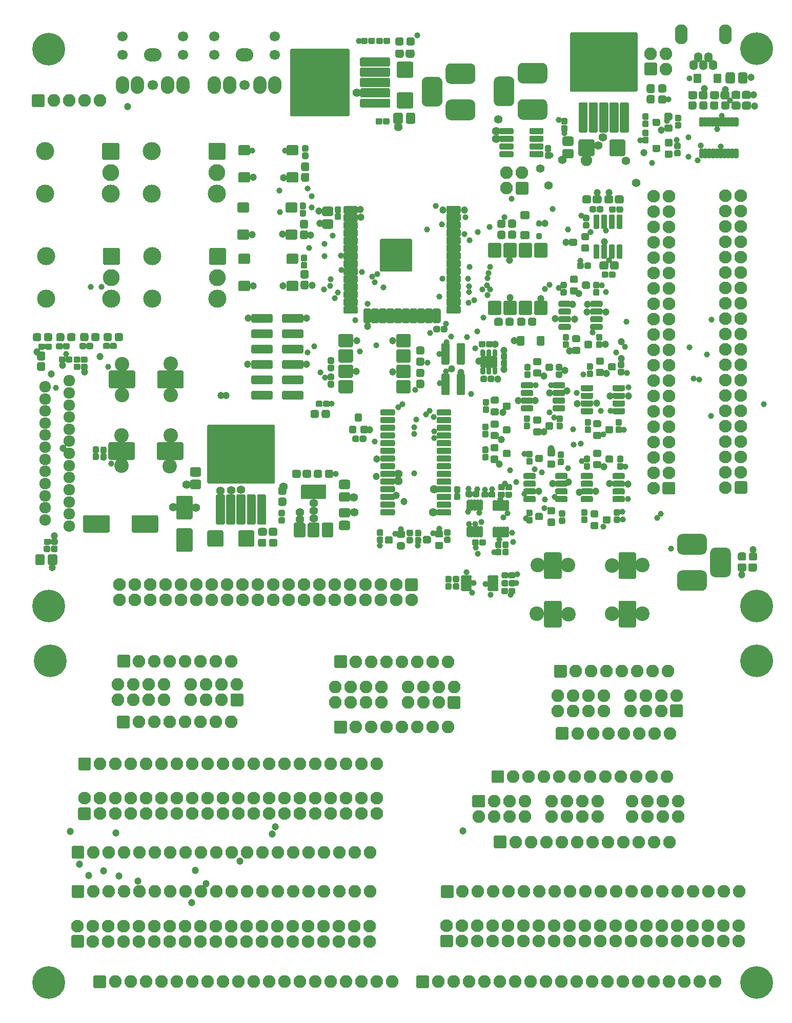
<source format=gbr>
G04 #@! TF.GenerationSoftware,KiCad,Pcbnew,5.1.7-a382d34a8~88~ubuntu20.04.1*
G04 #@! TF.CreationDate,2021-03-14T14:40:06-05:00*
G04 #@! TF.ProjectId,open-dash-daughterboard,6f70656e-2d64-4617-9368-2d6461756768,rev?*
G04 #@! TF.SameCoordinates,Original*
G04 #@! TF.FileFunction,Soldermask,Top*
G04 #@! TF.FilePolarity,Negative*
%FSLAX46Y46*%
G04 Gerber Fmt 4.6, Leading zero omitted, Abs format (unit mm)*
G04 Created by KiCad (PCBNEW 5.1.7-a382d34a8~88~ubuntu20.04.1) date 2021-03-14 14:40:06*
%MOMM*%
%LPD*%
G01*
G04 APERTURE LIST*
%ADD10C,2.100000*%
%ADD11C,5.400000*%
%ADD12O,2.100000X2.100000*%
%ADD13O,1.400000X1.700000*%
%ADD14O,2.100000X3.300000*%
%ADD15C,2.800000*%
%ADD16C,3.000000*%
%ADD17C,1.924000*%
%ADD18O,2.200000X2.900000*%
%ADD19C,1.700000*%
%ADD20O,2.900000X2.200000*%
%ADD21C,2.400000*%
%ADD22C,1.400000*%
%ADD23C,1.200000*%
%ADD24C,1.000000*%
%ADD25C,1.900000*%
G04 APERTURE END LIST*
G36*
G01*
X163260000Y-129960000D02*
X163260000Y-130480000D01*
G75*
G02*
X163000000Y-130740000I-260000J0D01*
G01*
X162405000Y-130740000D01*
G75*
G02*
X162145000Y-130480000I0J260000D01*
G01*
X162145000Y-129960000D01*
G75*
G02*
X162405000Y-129700000I260000J0D01*
G01*
X163000000Y-129700000D01*
G75*
G02*
X163260000Y-129960000I0J-260000D01*
G01*
G37*
G36*
G01*
X164455000Y-129960000D02*
X164455000Y-130480000D01*
G75*
G02*
X164195000Y-130740000I-260000J0D01*
G01*
X163600000Y-130740000D01*
G75*
G02*
X163340000Y-130480000I0J260000D01*
G01*
X163340000Y-129960000D01*
G75*
G02*
X163600000Y-129700000I260000J0D01*
G01*
X164195000Y-129700000D01*
G75*
G02*
X164455000Y-129960000I0J-260000D01*
G01*
G37*
G36*
G01*
X167015000Y-137220000D02*
X167015000Y-136700000D01*
G75*
G02*
X167275000Y-136440000I260000J0D01*
G01*
X167870000Y-136440000D01*
G75*
G02*
X168130000Y-136700000I0J-260000D01*
G01*
X168130000Y-137220000D01*
G75*
G02*
X167870000Y-137480000I-260000J0D01*
G01*
X167275000Y-137480000D01*
G75*
G02*
X167015000Y-137220000I0J260000D01*
G01*
G37*
G36*
G01*
X168210000Y-137220000D02*
X168210000Y-136700000D01*
G75*
G02*
X168470000Y-136440000I260000J0D01*
G01*
X169065000Y-136440000D01*
G75*
G02*
X169325000Y-136700000I0J-260000D01*
G01*
X169325000Y-137220000D01*
G75*
G02*
X169065000Y-137480000I-260000J0D01*
G01*
X168470000Y-137480000D01*
G75*
G02*
X168210000Y-137220000I0J260000D01*
G01*
G37*
G36*
G01*
X166985000Y-138520000D02*
X166985000Y-138000000D01*
G75*
G02*
X167245000Y-137740000I260000J0D01*
G01*
X167840000Y-137740000D01*
G75*
G02*
X168100000Y-138000000I0J-260000D01*
G01*
X168100000Y-138520000D01*
G75*
G02*
X167840000Y-138780000I-260000J0D01*
G01*
X167245000Y-138780000D01*
G75*
G02*
X166985000Y-138520000I0J260000D01*
G01*
G37*
G36*
G01*
X168180000Y-138520000D02*
X168180000Y-138000000D01*
G75*
G02*
X168440000Y-137740000I260000J0D01*
G01*
X169035000Y-137740000D01*
G75*
G02*
X169295000Y-138000000I0J-260000D01*
G01*
X169295000Y-138520000D01*
G75*
G02*
X169035000Y-138780000I-260000J0D01*
G01*
X168440000Y-138780000D01*
G75*
G02*
X168180000Y-138520000I0J260000D01*
G01*
G37*
G36*
G01*
X158520000Y-138045000D02*
X158000000Y-138045000D01*
G75*
G02*
X157740000Y-137785000I0J260000D01*
G01*
X157740000Y-137190000D01*
G75*
G02*
X158000000Y-136930000I260000J0D01*
G01*
X158520000Y-136930000D01*
G75*
G02*
X158780000Y-137190000I0J-260000D01*
G01*
X158780000Y-137785000D01*
G75*
G02*
X158520000Y-138045000I-260000J0D01*
G01*
G37*
G36*
G01*
X158520000Y-136850000D02*
X158000000Y-136850000D01*
G75*
G02*
X157740000Y-136590000I0J260000D01*
G01*
X157740000Y-135995000D01*
G75*
G02*
X158000000Y-135735000I260000J0D01*
G01*
X158520000Y-135735000D01*
G75*
G02*
X158780000Y-135995000I0J-260000D01*
G01*
X158780000Y-136590000D01*
G75*
G02*
X158520000Y-136850000I-260000J0D01*
G01*
G37*
G36*
G01*
X159770000Y-138045000D02*
X159250000Y-138045000D01*
G75*
G02*
X158990000Y-137785000I0J260000D01*
G01*
X158990000Y-137190000D01*
G75*
G02*
X159250000Y-136930000I260000J0D01*
G01*
X159770000Y-136930000D01*
G75*
G02*
X160030000Y-137190000I0J-260000D01*
G01*
X160030000Y-137785000D01*
G75*
G02*
X159770000Y-138045000I-260000J0D01*
G01*
G37*
G36*
G01*
X159770000Y-136850000D02*
X159250000Y-136850000D01*
G75*
G02*
X158990000Y-136590000I0J260000D01*
G01*
X158990000Y-135995000D01*
G75*
G02*
X159250000Y-135735000I260000J0D01*
G01*
X159770000Y-135735000D01*
G75*
G02*
X160030000Y-135995000I0J-260000D01*
G01*
X160030000Y-136590000D01*
G75*
G02*
X159770000Y-136850000I-260000J0D01*
G01*
G37*
G36*
G01*
X167550000Y-122070000D02*
X167550000Y-122590000D01*
G75*
G02*
X167290000Y-122850000I-260000J0D01*
G01*
X166695000Y-122850000D01*
G75*
G02*
X166435000Y-122590000I0J260000D01*
G01*
X166435000Y-122070000D01*
G75*
G02*
X166695000Y-121810000I260000J0D01*
G01*
X167290000Y-121810000D01*
G75*
G02*
X167550000Y-122070000I0J-260000D01*
G01*
G37*
G36*
G01*
X168745000Y-122070000D02*
X168745000Y-122590000D01*
G75*
G02*
X168485000Y-122850000I-260000J0D01*
G01*
X167890000Y-122850000D01*
G75*
G02*
X167630000Y-122590000I0J260000D01*
G01*
X167630000Y-122070000D01*
G75*
G02*
X167890000Y-121810000I260000J0D01*
G01*
X168485000Y-121810000D01*
G75*
G02*
X168745000Y-122070000I0J-260000D01*
G01*
G37*
G36*
G01*
X167580000Y-120830000D02*
X167580000Y-121350000D01*
G75*
G02*
X167320000Y-121610000I-260000J0D01*
G01*
X166725000Y-121610000D01*
G75*
G02*
X166465000Y-121350000I0J260000D01*
G01*
X166465000Y-120830000D01*
G75*
G02*
X166725000Y-120570000I260000J0D01*
G01*
X167320000Y-120570000D01*
G75*
G02*
X167580000Y-120830000I0J-260000D01*
G01*
G37*
G36*
G01*
X168775000Y-120830000D02*
X168775000Y-121350000D01*
G75*
G02*
X168515000Y-121610000I-260000J0D01*
G01*
X167920000Y-121610000D01*
G75*
G02*
X167660000Y-121350000I0J260000D01*
G01*
X167660000Y-120830000D01*
G75*
G02*
X167920000Y-120570000I260000J0D01*
G01*
X168515000Y-120570000D01*
G75*
G02*
X168775000Y-120830000I0J-260000D01*
G01*
G37*
G36*
G01*
X167430000Y-131240000D02*
X167950000Y-131240000D01*
G75*
G02*
X168210000Y-131500000I0J-260000D01*
G01*
X168210000Y-132095000D01*
G75*
G02*
X167950000Y-132355000I-260000J0D01*
G01*
X167430000Y-132355000D01*
G75*
G02*
X167170000Y-132095000I0J260000D01*
G01*
X167170000Y-131500000D01*
G75*
G02*
X167430000Y-131240000I260000J0D01*
G01*
G37*
G36*
G01*
X167430000Y-130045000D02*
X167950000Y-130045000D01*
G75*
G02*
X168210000Y-130305000I0J-260000D01*
G01*
X168210000Y-130900000D01*
G75*
G02*
X167950000Y-131160000I-260000J0D01*
G01*
X167430000Y-131160000D01*
G75*
G02*
X167170000Y-130900000I0J260000D01*
G01*
X167170000Y-130305000D01*
G75*
G02*
X167430000Y-130045000I260000J0D01*
G01*
G37*
G36*
G01*
X166240000Y-131260000D02*
X166760000Y-131260000D01*
G75*
G02*
X167020000Y-131520000I0J-260000D01*
G01*
X167020000Y-132115000D01*
G75*
G02*
X166760000Y-132375000I-260000J0D01*
G01*
X166240000Y-132375000D01*
G75*
G02*
X165980000Y-132115000I0J260000D01*
G01*
X165980000Y-131520000D01*
G75*
G02*
X166240000Y-131260000I260000J0D01*
G01*
G37*
G36*
G01*
X166240000Y-130065000D02*
X166760000Y-130065000D01*
G75*
G02*
X167020000Y-130325000I0J-260000D01*
G01*
X167020000Y-130920000D01*
G75*
G02*
X166760000Y-131180000I-260000J0D01*
G01*
X166240000Y-131180000D01*
G75*
G02*
X165980000Y-130920000I0J260000D01*
G01*
X165980000Y-130325000D01*
G75*
G02*
X166240000Y-130065000I260000J0D01*
G01*
G37*
G36*
G01*
X161760000Y-124950000D02*
X161460000Y-124950000D01*
G75*
G02*
X161260000Y-124750000I0J200000D01*
G01*
X161260000Y-123350000D01*
G75*
G02*
X161460000Y-123150000I200000J0D01*
G01*
X161760000Y-123150000D01*
G75*
G02*
X161960000Y-123350000I0J-200000D01*
G01*
X161960000Y-124750000D01*
G75*
G02*
X161760000Y-124950000I-200000J0D01*
G01*
G37*
G36*
G01*
X162260000Y-124950000D02*
X161960000Y-124950000D01*
G75*
G02*
X161760000Y-124750000I0J200000D01*
G01*
X161760000Y-123350000D01*
G75*
G02*
X161960000Y-123150000I200000J0D01*
G01*
X162260000Y-123150000D01*
G75*
G02*
X162460000Y-123350000I0J-200000D01*
G01*
X162460000Y-124750000D01*
G75*
G02*
X162260000Y-124950000I-200000J0D01*
G01*
G37*
G36*
G01*
X162760000Y-124950000D02*
X162460000Y-124950000D01*
G75*
G02*
X162260000Y-124750000I0J200000D01*
G01*
X162260000Y-123350000D01*
G75*
G02*
X162460000Y-123150000I200000J0D01*
G01*
X162760000Y-123150000D01*
G75*
G02*
X162960000Y-123350000I0J-200000D01*
G01*
X162960000Y-124750000D01*
G75*
G02*
X162760000Y-124950000I-200000J0D01*
G01*
G37*
G36*
G01*
X163260000Y-124950000D02*
X162960000Y-124950000D01*
G75*
G02*
X162760000Y-124750000I0J200000D01*
G01*
X162760000Y-123350000D01*
G75*
G02*
X162960000Y-123150000I200000J0D01*
G01*
X163260000Y-123150000D01*
G75*
G02*
X163460000Y-123350000I0J-200000D01*
G01*
X163460000Y-124750000D01*
G75*
G02*
X163260000Y-124950000I-200000J0D01*
G01*
G37*
G36*
G01*
X163760000Y-124950000D02*
X163460000Y-124950000D01*
G75*
G02*
X163260000Y-124750000I0J200000D01*
G01*
X163260000Y-123350000D01*
G75*
G02*
X163460000Y-123150000I200000J0D01*
G01*
X163760000Y-123150000D01*
G75*
G02*
X163960000Y-123350000I0J-200000D01*
G01*
X163960000Y-124750000D01*
G75*
G02*
X163760000Y-124950000I-200000J0D01*
G01*
G37*
G36*
G01*
X163760000Y-129350000D02*
X163460000Y-129350000D01*
G75*
G02*
X163260000Y-129150000I0J200000D01*
G01*
X163260000Y-127750000D01*
G75*
G02*
X163460000Y-127550000I200000J0D01*
G01*
X163760000Y-127550000D01*
G75*
G02*
X163960000Y-127750000I0J-200000D01*
G01*
X163960000Y-129150000D01*
G75*
G02*
X163760000Y-129350000I-200000J0D01*
G01*
G37*
G36*
G01*
X163260000Y-129350000D02*
X162960000Y-129350000D01*
G75*
G02*
X162760000Y-129150000I0J200000D01*
G01*
X162760000Y-127750000D01*
G75*
G02*
X162960000Y-127550000I200000J0D01*
G01*
X163260000Y-127550000D01*
G75*
G02*
X163460000Y-127750000I0J-200000D01*
G01*
X163460000Y-129150000D01*
G75*
G02*
X163260000Y-129350000I-200000J0D01*
G01*
G37*
G36*
G01*
X162760000Y-129350000D02*
X162460000Y-129350000D01*
G75*
G02*
X162260000Y-129150000I0J200000D01*
G01*
X162260000Y-127750000D01*
G75*
G02*
X162460000Y-127550000I200000J0D01*
G01*
X162760000Y-127550000D01*
G75*
G02*
X162960000Y-127750000I0J-200000D01*
G01*
X162960000Y-129150000D01*
G75*
G02*
X162760000Y-129350000I-200000J0D01*
G01*
G37*
G36*
G01*
X162260000Y-129350000D02*
X161960000Y-129350000D01*
G75*
G02*
X161760000Y-129150000I0J200000D01*
G01*
X161760000Y-127750000D01*
G75*
G02*
X161960000Y-127550000I200000J0D01*
G01*
X162260000Y-127550000D01*
G75*
G02*
X162460000Y-127750000I0J-200000D01*
G01*
X162460000Y-129150000D01*
G75*
G02*
X162260000Y-129350000I-200000J0D01*
G01*
G37*
G36*
G01*
X161760000Y-129350000D02*
X161460000Y-129350000D01*
G75*
G02*
X161260000Y-129150000I0J200000D01*
G01*
X161260000Y-127750000D01*
G75*
G02*
X161460000Y-127550000I200000J0D01*
G01*
X161760000Y-127550000D01*
G75*
G02*
X161960000Y-127750000I0J-200000D01*
G01*
X161960000Y-129150000D01*
G75*
G02*
X161760000Y-129350000I-200000J0D01*
G01*
G37*
G36*
G01*
X166050000Y-125020000D02*
X165750000Y-125020000D01*
G75*
G02*
X165550000Y-124820000I0J200000D01*
G01*
X165550000Y-123420000D01*
G75*
G02*
X165750000Y-123220000I200000J0D01*
G01*
X166050000Y-123220000D01*
G75*
G02*
X166250000Y-123420000I0J-200000D01*
G01*
X166250000Y-124820000D01*
G75*
G02*
X166050000Y-125020000I-200000J0D01*
G01*
G37*
G36*
G01*
X166550000Y-125020000D02*
X166250000Y-125020000D01*
G75*
G02*
X166050000Y-124820000I0J200000D01*
G01*
X166050000Y-123420000D01*
G75*
G02*
X166250000Y-123220000I200000J0D01*
G01*
X166550000Y-123220000D01*
G75*
G02*
X166750000Y-123420000I0J-200000D01*
G01*
X166750000Y-124820000D01*
G75*
G02*
X166550000Y-125020000I-200000J0D01*
G01*
G37*
G36*
G01*
X167050000Y-125020000D02*
X166750000Y-125020000D01*
G75*
G02*
X166550000Y-124820000I0J200000D01*
G01*
X166550000Y-123420000D01*
G75*
G02*
X166750000Y-123220000I200000J0D01*
G01*
X167050000Y-123220000D01*
G75*
G02*
X167250000Y-123420000I0J-200000D01*
G01*
X167250000Y-124820000D01*
G75*
G02*
X167050000Y-125020000I-200000J0D01*
G01*
G37*
G36*
G01*
X167550000Y-125020000D02*
X167250000Y-125020000D01*
G75*
G02*
X167050000Y-124820000I0J200000D01*
G01*
X167050000Y-123420000D01*
G75*
G02*
X167250000Y-123220000I200000J0D01*
G01*
X167550000Y-123220000D01*
G75*
G02*
X167750000Y-123420000I0J-200000D01*
G01*
X167750000Y-124820000D01*
G75*
G02*
X167550000Y-125020000I-200000J0D01*
G01*
G37*
G36*
G01*
X168050000Y-125020000D02*
X167750000Y-125020000D01*
G75*
G02*
X167550000Y-124820000I0J200000D01*
G01*
X167550000Y-123420000D01*
G75*
G02*
X167750000Y-123220000I200000J0D01*
G01*
X168050000Y-123220000D01*
G75*
G02*
X168250000Y-123420000I0J-200000D01*
G01*
X168250000Y-124820000D01*
G75*
G02*
X168050000Y-125020000I-200000J0D01*
G01*
G37*
G36*
G01*
X168050000Y-129420000D02*
X167750000Y-129420000D01*
G75*
G02*
X167550000Y-129220000I0J200000D01*
G01*
X167550000Y-127820000D01*
G75*
G02*
X167750000Y-127620000I200000J0D01*
G01*
X168050000Y-127620000D01*
G75*
G02*
X168250000Y-127820000I0J-200000D01*
G01*
X168250000Y-129220000D01*
G75*
G02*
X168050000Y-129420000I-200000J0D01*
G01*
G37*
G36*
G01*
X167550000Y-129420000D02*
X167250000Y-129420000D01*
G75*
G02*
X167050000Y-129220000I0J200000D01*
G01*
X167050000Y-127820000D01*
G75*
G02*
X167250000Y-127620000I200000J0D01*
G01*
X167550000Y-127620000D01*
G75*
G02*
X167750000Y-127820000I0J-200000D01*
G01*
X167750000Y-129220000D01*
G75*
G02*
X167550000Y-129420000I-200000J0D01*
G01*
G37*
G36*
G01*
X167050000Y-129420000D02*
X166750000Y-129420000D01*
G75*
G02*
X166550000Y-129220000I0J200000D01*
G01*
X166550000Y-127820000D01*
G75*
G02*
X166750000Y-127620000I200000J0D01*
G01*
X167050000Y-127620000D01*
G75*
G02*
X167250000Y-127820000I0J-200000D01*
G01*
X167250000Y-129220000D01*
G75*
G02*
X167050000Y-129420000I-200000J0D01*
G01*
G37*
G36*
G01*
X166550000Y-129420000D02*
X166250000Y-129420000D01*
G75*
G02*
X166050000Y-129220000I0J200000D01*
G01*
X166050000Y-127820000D01*
G75*
G02*
X166250000Y-127620000I200000J0D01*
G01*
X166550000Y-127620000D01*
G75*
G02*
X166750000Y-127820000I0J-200000D01*
G01*
X166750000Y-129220000D01*
G75*
G02*
X166550000Y-129420000I-200000J0D01*
G01*
G37*
G36*
G01*
X166050000Y-129420000D02*
X165750000Y-129420000D01*
G75*
G02*
X165550000Y-129220000I0J200000D01*
G01*
X165550000Y-127820000D01*
G75*
G02*
X165750000Y-127620000I200000J0D01*
G01*
X166050000Y-127620000D01*
G75*
G02*
X166250000Y-127820000I0J-200000D01*
G01*
X166250000Y-129220000D01*
G75*
G02*
X166050000Y-129420000I-200000J0D01*
G01*
G37*
G36*
G01*
X160320000Y-136110000D02*
X160320000Y-135810000D01*
G75*
G02*
X160520000Y-135610000I200000J0D01*
G01*
X161920000Y-135610000D01*
G75*
G02*
X162120000Y-135810000I0J-200000D01*
G01*
X162120000Y-136110000D01*
G75*
G02*
X161920000Y-136310000I-200000J0D01*
G01*
X160520000Y-136310000D01*
G75*
G02*
X160320000Y-136110000I0J200000D01*
G01*
G37*
G36*
G01*
X160320000Y-136610000D02*
X160320000Y-136310000D01*
G75*
G02*
X160520000Y-136110000I200000J0D01*
G01*
X161920000Y-136110000D01*
G75*
G02*
X162120000Y-136310000I0J-200000D01*
G01*
X162120000Y-136610000D01*
G75*
G02*
X161920000Y-136810000I-200000J0D01*
G01*
X160520000Y-136810000D01*
G75*
G02*
X160320000Y-136610000I0J200000D01*
G01*
G37*
G36*
G01*
X160320000Y-137110000D02*
X160320000Y-136810000D01*
G75*
G02*
X160520000Y-136610000I200000J0D01*
G01*
X161920000Y-136610000D01*
G75*
G02*
X162120000Y-136810000I0J-200000D01*
G01*
X162120000Y-137110000D01*
G75*
G02*
X161920000Y-137310000I-200000J0D01*
G01*
X160520000Y-137310000D01*
G75*
G02*
X160320000Y-137110000I0J200000D01*
G01*
G37*
G36*
G01*
X160320000Y-137610000D02*
X160320000Y-137310000D01*
G75*
G02*
X160520000Y-137110000I200000J0D01*
G01*
X161920000Y-137110000D01*
G75*
G02*
X162120000Y-137310000I0J-200000D01*
G01*
X162120000Y-137610000D01*
G75*
G02*
X161920000Y-137810000I-200000J0D01*
G01*
X160520000Y-137810000D01*
G75*
G02*
X160320000Y-137610000I0J200000D01*
G01*
G37*
G36*
G01*
X160320000Y-138110000D02*
X160320000Y-137810000D01*
G75*
G02*
X160520000Y-137610000I200000J0D01*
G01*
X161920000Y-137610000D01*
G75*
G02*
X162120000Y-137810000I0J-200000D01*
G01*
X162120000Y-138110000D01*
G75*
G02*
X161920000Y-138310000I-200000J0D01*
G01*
X160520000Y-138310000D01*
G75*
G02*
X160320000Y-138110000I0J200000D01*
G01*
G37*
G36*
G01*
X164720000Y-138110000D02*
X164720000Y-137810000D01*
G75*
G02*
X164920000Y-137610000I200000J0D01*
G01*
X166320000Y-137610000D01*
G75*
G02*
X166520000Y-137810000I0J-200000D01*
G01*
X166520000Y-138110000D01*
G75*
G02*
X166320000Y-138310000I-200000J0D01*
G01*
X164920000Y-138310000D01*
G75*
G02*
X164720000Y-138110000I0J200000D01*
G01*
G37*
G36*
G01*
X164720000Y-137610000D02*
X164720000Y-137310000D01*
G75*
G02*
X164920000Y-137110000I200000J0D01*
G01*
X166320000Y-137110000D01*
G75*
G02*
X166520000Y-137310000I0J-200000D01*
G01*
X166520000Y-137610000D01*
G75*
G02*
X166320000Y-137810000I-200000J0D01*
G01*
X164920000Y-137810000D01*
G75*
G02*
X164720000Y-137610000I0J200000D01*
G01*
G37*
G36*
G01*
X164720000Y-137110000D02*
X164720000Y-136810000D01*
G75*
G02*
X164920000Y-136610000I200000J0D01*
G01*
X166320000Y-136610000D01*
G75*
G02*
X166520000Y-136810000I0J-200000D01*
G01*
X166520000Y-137110000D01*
G75*
G02*
X166320000Y-137310000I-200000J0D01*
G01*
X164920000Y-137310000D01*
G75*
G02*
X164720000Y-137110000I0J200000D01*
G01*
G37*
G36*
G01*
X164720000Y-136610000D02*
X164720000Y-136310000D01*
G75*
G02*
X164920000Y-136110000I200000J0D01*
G01*
X166320000Y-136110000D01*
G75*
G02*
X166520000Y-136310000I0J-200000D01*
G01*
X166520000Y-136610000D01*
G75*
G02*
X166320000Y-136810000I-200000J0D01*
G01*
X164920000Y-136810000D01*
G75*
G02*
X164720000Y-136610000I0J200000D01*
G01*
G37*
G36*
G01*
X164720000Y-136110000D02*
X164720000Y-135810000D01*
G75*
G02*
X164920000Y-135610000I200000J0D01*
G01*
X166320000Y-135610000D01*
G75*
G02*
X166520000Y-135810000I0J-200000D01*
G01*
X166520000Y-136110000D01*
G75*
G02*
X166320000Y-136310000I-200000J0D01*
G01*
X164920000Y-136310000D01*
G75*
G02*
X164720000Y-136110000I0J200000D01*
G01*
G37*
G36*
G01*
X162240000Y-121975000D02*
X162240000Y-122485000D01*
G75*
G02*
X161985000Y-122740000I-255000J0D01*
G01*
X161360000Y-122740000D01*
G75*
G02*
X161105000Y-122485000I0J255000D01*
G01*
X161105000Y-121975000D01*
G75*
G02*
X161360000Y-121720000I255000J0D01*
G01*
X161985000Y-121720000D01*
G75*
G02*
X162240000Y-121975000I0J-255000D01*
G01*
G37*
G36*
G01*
X163375000Y-121975000D02*
X163375000Y-122485000D01*
G75*
G02*
X163120000Y-122740000I-255000J0D01*
G01*
X162495000Y-122740000D01*
G75*
G02*
X162240000Y-122485000I0J255000D01*
G01*
X162240000Y-121975000D01*
G75*
G02*
X162495000Y-121720000I255000J0D01*
G01*
X163120000Y-121720000D01*
G75*
G02*
X163375000Y-121975000I0J-255000D01*
G01*
G37*
G36*
G01*
X164857500Y-122045000D02*
X164857500Y-122555000D01*
G75*
G02*
X164602500Y-122810000I-255000J0D01*
G01*
X163977500Y-122810000D01*
G75*
G02*
X163722500Y-122555000I0J255000D01*
G01*
X163722500Y-122045000D01*
G75*
G02*
X163977500Y-121790000I255000J0D01*
G01*
X164602500Y-121790000D01*
G75*
G02*
X164857500Y-122045000I0J-255000D01*
G01*
G37*
G36*
G01*
X165992500Y-122045000D02*
X165992500Y-122555000D01*
G75*
G02*
X165737500Y-122810000I-255000J0D01*
G01*
X165112500Y-122810000D01*
G75*
G02*
X164857500Y-122555000I0J255000D01*
G01*
X164857500Y-122045000D01*
G75*
G02*
X165112500Y-121790000I255000J0D01*
G01*
X165737500Y-121790000D01*
G75*
G02*
X165992500Y-122045000I0J-255000D01*
G01*
G37*
G36*
G01*
X159445000Y-122080000D02*
X159955000Y-122080000D01*
G75*
G02*
X160210000Y-122335000I0J-255000D01*
G01*
X160210000Y-122960000D01*
G75*
G02*
X159955000Y-123215000I-255000J0D01*
G01*
X159445000Y-123215000D01*
G75*
G02*
X159190000Y-122960000I0J255000D01*
G01*
X159190000Y-122335000D01*
G75*
G02*
X159445000Y-122080000I255000J0D01*
G01*
G37*
G36*
G01*
X159445000Y-120945000D02*
X159955000Y-120945000D01*
G75*
G02*
X160210000Y-121200000I0J-255000D01*
G01*
X160210000Y-121825000D01*
G75*
G02*
X159955000Y-122080000I-255000J0D01*
G01*
X159445000Y-122080000D01*
G75*
G02*
X159190000Y-121825000I0J255000D01*
G01*
X159190000Y-121200000D01*
G75*
G02*
X159445000Y-120945000I255000J0D01*
G01*
G37*
G36*
G01*
X167025000Y-135905000D02*
X167025000Y-135395000D01*
G75*
G02*
X167280000Y-135140000I255000J0D01*
G01*
X167905000Y-135140000D01*
G75*
G02*
X168160000Y-135395000I0J-255000D01*
G01*
X168160000Y-135905000D01*
G75*
G02*
X167905000Y-136160000I-255000J0D01*
G01*
X167280000Y-136160000D01*
G75*
G02*
X167025000Y-135905000I0J255000D01*
G01*
G37*
G36*
G01*
X168160000Y-135905000D02*
X168160000Y-135395000D01*
G75*
G02*
X168415000Y-135140000I255000J0D01*
G01*
X169040000Y-135140000D01*
G75*
G02*
X169295000Y-135395000I0J-255000D01*
G01*
X169295000Y-135905000D01*
G75*
G02*
X169040000Y-136160000I-255000J0D01*
G01*
X168415000Y-136160000D01*
G75*
G02*
X168160000Y-135905000I0J255000D01*
G01*
G37*
G36*
G01*
X200010000Y-52920000D02*
X200010000Y-54120000D01*
G75*
G02*
X199810000Y-54320000I-200000J0D01*
G01*
X198910000Y-54320000D01*
G75*
G02*
X198710000Y-54120000I0J200000D01*
G01*
X198710000Y-52920000D01*
G75*
G02*
X198910000Y-52720000I200000J0D01*
G01*
X199810000Y-52720000D01*
G75*
G02*
X200010000Y-52920000I0J-200000D01*
G01*
G37*
G36*
G01*
X203310000Y-52920000D02*
X203310000Y-54120000D01*
G75*
G02*
X203110000Y-54320000I-200000J0D01*
G01*
X202210000Y-54320000D01*
G75*
G02*
X202010000Y-54120000I0J200000D01*
G01*
X202010000Y-52920000D01*
G75*
G02*
X202210000Y-52720000I200000J0D01*
G01*
X203110000Y-52720000D01*
G75*
G02*
X203310000Y-52920000I0J-200000D01*
G01*
G37*
G36*
G01*
X170290000Y-78770000D02*
X171490000Y-78770000D01*
G75*
G02*
X171690000Y-78970000I0J-200000D01*
G01*
X171690000Y-79870000D01*
G75*
G02*
X171490000Y-80070000I-200000J0D01*
G01*
X170290000Y-80070000D01*
G75*
G02*
X170090000Y-79870000I0J200000D01*
G01*
X170090000Y-78970000D01*
G75*
G02*
X170290000Y-78770000I200000J0D01*
G01*
G37*
G36*
G01*
X170290000Y-75470000D02*
X171490000Y-75470000D01*
G75*
G02*
X171690000Y-75670000I0J-200000D01*
G01*
X171690000Y-76570000D01*
G75*
G02*
X171490000Y-76770000I-200000J0D01*
G01*
X170290000Y-76770000D01*
G75*
G02*
X170090000Y-76570000I0J200000D01*
G01*
X170090000Y-75670000D01*
G75*
G02*
X170290000Y-75470000I200000J0D01*
G01*
G37*
G36*
G01*
X170840000Y-96280000D02*
X170840000Y-97480000D01*
G75*
G02*
X170640000Y-97680000I-200000J0D01*
G01*
X169740000Y-97680000D01*
G75*
G02*
X169540000Y-97480000I0J200000D01*
G01*
X169540000Y-96280000D01*
G75*
G02*
X169740000Y-96080000I200000J0D01*
G01*
X170640000Y-96080000D01*
G75*
G02*
X170840000Y-96280000I0J-200000D01*
G01*
G37*
G36*
G01*
X174140000Y-96280000D02*
X174140000Y-97480000D01*
G75*
G02*
X173940000Y-97680000I-200000J0D01*
G01*
X173040000Y-97680000D01*
G75*
G02*
X172840000Y-97480000I0J200000D01*
G01*
X172840000Y-96280000D01*
G75*
G02*
X173040000Y-96080000I200000J0D01*
G01*
X173940000Y-96080000D01*
G75*
G02*
X174140000Y-96280000I0J-200000D01*
G01*
G37*
G36*
G01*
X134420000Y-129360000D02*
X132920000Y-129360000D01*
G75*
G02*
X132720000Y-129160000I0J200000D01*
G01*
X132720000Y-127160000D01*
G75*
G02*
X132920000Y-126960000I200000J0D01*
G01*
X134420000Y-126960000D01*
G75*
G02*
X134620000Y-127160000I0J-200000D01*
G01*
X134620000Y-129160000D01*
G75*
G02*
X134420000Y-129360000I-200000J0D01*
G01*
G37*
G36*
G01*
X139020000Y-129360000D02*
X137520000Y-129360000D01*
G75*
G02*
X137320000Y-129160000I0J200000D01*
G01*
X137320000Y-127160000D01*
G75*
G02*
X137520000Y-126960000I200000J0D01*
G01*
X139020000Y-126960000D01*
G75*
G02*
X139220000Y-127160000I0J-200000D01*
G01*
X139220000Y-129160000D01*
G75*
G02*
X139020000Y-129360000I-200000J0D01*
G01*
G37*
G36*
G01*
X136720000Y-129360000D02*
X135220000Y-129360000D01*
G75*
G02*
X135020000Y-129160000I0J200000D01*
G01*
X135020000Y-127160000D01*
G75*
G02*
X135220000Y-126960000I200000J0D01*
G01*
X136720000Y-126960000D01*
G75*
G02*
X136920000Y-127160000I0J-200000D01*
G01*
X136920000Y-129160000D01*
G75*
G02*
X136720000Y-129360000I-200000J0D01*
G01*
G37*
G36*
G01*
X137870000Y-123060000D02*
X134070000Y-123060000D01*
G75*
G02*
X133870000Y-122860000I0J200000D01*
G01*
X133870000Y-120860000D01*
G75*
G02*
X134070000Y-120660000I200000J0D01*
G01*
X137870000Y-120660000D01*
G75*
G02*
X138070000Y-120860000I0J-200000D01*
G01*
X138070000Y-122860000D01*
G75*
G02*
X137870000Y-123060000I-200000J0D01*
G01*
G37*
G36*
G01*
X182945000Y-78380000D02*
X182445000Y-78380000D01*
G75*
G02*
X182195000Y-78130000I0J250000D01*
G01*
X182195000Y-76280000D01*
G75*
G02*
X182445000Y-76030000I250000J0D01*
G01*
X182945000Y-76030000D01*
G75*
G02*
X183195000Y-76280000I0J-250000D01*
G01*
X183195000Y-78130000D01*
G75*
G02*
X182945000Y-78380000I-250000J0D01*
G01*
G37*
G36*
G01*
X184215000Y-78380000D02*
X183715000Y-78380000D01*
G75*
G02*
X183465000Y-78130000I0J250000D01*
G01*
X183465000Y-76280000D01*
G75*
G02*
X183715000Y-76030000I250000J0D01*
G01*
X184215000Y-76030000D01*
G75*
G02*
X184465000Y-76280000I0J-250000D01*
G01*
X184465000Y-78130000D01*
G75*
G02*
X184215000Y-78380000I-250000J0D01*
G01*
G37*
G36*
G01*
X185485000Y-78380000D02*
X184985000Y-78380000D01*
G75*
G02*
X184735000Y-78130000I0J250000D01*
G01*
X184735000Y-76280000D01*
G75*
G02*
X184985000Y-76030000I250000J0D01*
G01*
X185485000Y-76030000D01*
G75*
G02*
X185735000Y-76280000I0J-250000D01*
G01*
X185735000Y-78130000D01*
G75*
G02*
X185485000Y-78380000I-250000J0D01*
G01*
G37*
G36*
G01*
X186755000Y-78380000D02*
X186255000Y-78380000D01*
G75*
G02*
X186005000Y-78130000I0J250000D01*
G01*
X186005000Y-76280000D01*
G75*
G02*
X186255000Y-76030000I250000J0D01*
G01*
X186755000Y-76030000D01*
G75*
G02*
X187005000Y-76280000I0J-250000D01*
G01*
X187005000Y-78130000D01*
G75*
G02*
X186755000Y-78380000I-250000J0D01*
G01*
G37*
G36*
G01*
X186755000Y-83330000D02*
X186255000Y-83330000D01*
G75*
G02*
X186005000Y-83080000I0J250000D01*
G01*
X186005000Y-81230000D01*
G75*
G02*
X186255000Y-80980000I250000J0D01*
G01*
X186755000Y-80980000D01*
G75*
G02*
X187005000Y-81230000I0J-250000D01*
G01*
X187005000Y-83080000D01*
G75*
G02*
X186755000Y-83330000I-250000J0D01*
G01*
G37*
G36*
G01*
X185485000Y-83330000D02*
X184985000Y-83330000D01*
G75*
G02*
X184735000Y-83080000I0J250000D01*
G01*
X184735000Y-81230000D01*
G75*
G02*
X184985000Y-80980000I250000J0D01*
G01*
X185485000Y-80980000D01*
G75*
G02*
X185735000Y-81230000I0J-250000D01*
G01*
X185735000Y-83080000D01*
G75*
G02*
X185485000Y-83330000I-250000J0D01*
G01*
G37*
G36*
G01*
X184215000Y-83330000D02*
X183715000Y-83330000D01*
G75*
G02*
X183465000Y-83080000I0J250000D01*
G01*
X183465000Y-81230000D01*
G75*
G02*
X183715000Y-80980000I250000J0D01*
G01*
X184215000Y-80980000D01*
G75*
G02*
X184465000Y-81230000I0J-250000D01*
G01*
X184465000Y-83080000D01*
G75*
G02*
X184215000Y-83330000I-250000J0D01*
G01*
G37*
G36*
G01*
X182945000Y-83330000D02*
X182445000Y-83330000D01*
G75*
G02*
X182195000Y-83080000I0J250000D01*
G01*
X182195000Y-81230000D01*
G75*
G02*
X182445000Y-80980000I250000J0D01*
G01*
X182945000Y-80980000D01*
G75*
G02*
X183195000Y-81230000I0J-250000D01*
G01*
X183195000Y-83080000D01*
G75*
G02*
X182945000Y-83330000I-250000J0D01*
G01*
G37*
G36*
G01*
X166780000Y-83135000D02*
X165000000Y-83135000D01*
G75*
G02*
X164800000Y-82935000I0J200000D01*
G01*
X164800000Y-80935000D01*
G75*
G02*
X165000000Y-80735000I200000J0D01*
G01*
X166780000Y-80735000D01*
G75*
G02*
X166980000Y-80935000I0J-200000D01*
G01*
X166980000Y-82935000D01*
G75*
G02*
X166780000Y-83135000I-200000J0D01*
G01*
G37*
G36*
G01*
X174400000Y-92665000D02*
X172620000Y-92665000D01*
G75*
G02*
X172420000Y-92465000I0J200000D01*
G01*
X172420000Y-90465000D01*
G75*
G02*
X172620000Y-90265000I200000J0D01*
G01*
X174400000Y-90265000D01*
G75*
G02*
X174600000Y-90465000I0J-200000D01*
G01*
X174600000Y-92465000D01*
G75*
G02*
X174400000Y-92665000I-200000J0D01*
G01*
G37*
G36*
G01*
X169320000Y-83135000D02*
X167540000Y-83135000D01*
G75*
G02*
X167340000Y-82935000I0J200000D01*
G01*
X167340000Y-80935000D01*
G75*
G02*
X167540000Y-80735000I200000J0D01*
G01*
X169320000Y-80735000D01*
G75*
G02*
X169520000Y-80935000I0J-200000D01*
G01*
X169520000Y-82935000D01*
G75*
G02*
X169320000Y-83135000I-200000J0D01*
G01*
G37*
G36*
G01*
X171860000Y-92665000D02*
X170080000Y-92665000D01*
G75*
G02*
X169880000Y-92465000I0J200000D01*
G01*
X169880000Y-90465000D01*
G75*
G02*
X170080000Y-90265000I200000J0D01*
G01*
X171860000Y-90265000D01*
G75*
G02*
X172060000Y-90465000I0J-200000D01*
G01*
X172060000Y-92465000D01*
G75*
G02*
X171860000Y-92665000I-200000J0D01*
G01*
G37*
G36*
G01*
X171860000Y-83135000D02*
X170080000Y-83135000D01*
G75*
G02*
X169880000Y-82935000I0J200000D01*
G01*
X169880000Y-80935000D01*
G75*
G02*
X170080000Y-80735000I200000J0D01*
G01*
X171860000Y-80735000D01*
G75*
G02*
X172060000Y-80935000I0J-200000D01*
G01*
X172060000Y-82935000D01*
G75*
G02*
X171860000Y-83135000I-200000J0D01*
G01*
G37*
G36*
G01*
X169320000Y-92665000D02*
X167540000Y-92665000D01*
G75*
G02*
X167340000Y-92465000I0J200000D01*
G01*
X167340000Y-90465000D01*
G75*
G02*
X167540000Y-90265000I200000J0D01*
G01*
X169320000Y-90265000D01*
G75*
G02*
X169520000Y-90465000I0J-200000D01*
G01*
X169520000Y-92465000D01*
G75*
G02*
X169320000Y-92665000I-200000J0D01*
G01*
G37*
G36*
G01*
X174400000Y-83135000D02*
X172620000Y-83135000D01*
G75*
G02*
X172420000Y-82935000I0J200000D01*
G01*
X172420000Y-80935000D01*
G75*
G02*
X172620000Y-80735000I200000J0D01*
G01*
X174400000Y-80735000D01*
G75*
G02*
X174600000Y-80935000I0J-200000D01*
G01*
X174600000Y-82935000D01*
G75*
G02*
X174400000Y-83135000I-200000J0D01*
G01*
G37*
G36*
G01*
X166780000Y-92665000D02*
X165000000Y-92665000D01*
G75*
G02*
X164800000Y-92465000I0J200000D01*
G01*
X164800000Y-90465000D01*
G75*
G02*
X165000000Y-90265000I200000J0D01*
G01*
X166780000Y-90265000D01*
G75*
G02*
X166980000Y-90465000I0J-200000D01*
G01*
X166980000Y-92465000D01*
G75*
G02*
X166780000Y-92665000I-200000J0D01*
G01*
G37*
G36*
G01*
X142495000Y-103580000D02*
X142495000Y-105360000D01*
G75*
G02*
X142295000Y-105560000I-200000J0D01*
G01*
X140295000Y-105560000D01*
G75*
G02*
X140095000Y-105360000I0J200000D01*
G01*
X140095000Y-103580000D01*
G75*
G02*
X140295000Y-103380000I200000J0D01*
G01*
X142295000Y-103380000D01*
G75*
G02*
X142495000Y-103580000I0J-200000D01*
G01*
G37*
G36*
G01*
X152025000Y-95960000D02*
X152025000Y-97740000D01*
G75*
G02*
X151825000Y-97940000I-200000J0D01*
G01*
X149825000Y-97940000D01*
G75*
G02*
X149625000Y-97740000I0J200000D01*
G01*
X149625000Y-95960000D01*
G75*
G02*
X149825000Y-95760000I200000J0D01*
G01*
X151825000Y-95760000D01*
G75*
G02*
X152025000Y-95960000I0J-200000D01*
G01*
G37*
G36*
G01*
X142495000Y-101040000D02*
X142495000Y-102820000D01*
G75*
G02*
X142295000Y-103020000I-200000J0D01*
G01*
X140295000Y-103020000D01*
G75*
G02*
X140095000Y-102820000I0J200000D01*
G01*
X140095000Y-101040000D01*
G75*
G02*
X140295000Y-100840000I200000J0D01*
G01*
X142295000Y-100840000D01*
G75*
G02*
X142495000Y-101040000I0J-200000D01*
G01*
G37*
G36*
G01*
X152025000Y-98500000D02*
X152025000Y-100280000D01*
G75*
G02*
X151825000Y-100480000I-200000J0D01*
G01*
X149825000Y-100480000D01*
G75*
G02*
X149625000Y-100280000I0J200000D01*
G01*
X149625000Y-98500000D01*
G75*
G02*
X149825000Y-98300000I200000J0D01*
G01*
X151825000Y-98300000D01*
G75*
G02*
X152025000Y-98500000I0J-200000D01*
G01*
G37*
G36*
G01*
X142495000Y-98500000D02*
X142495000Y-100280000D01*
G75*
G02*
X142295000Y-100480000I-200000J0D01*
G01*
X140295000Y-100480000D01*
G75*
G02*
X140095000Y-100280000I0J200000D01*
G01*
X140095000Y-98500000D01*
G75*
G02*
X140295000Y-98300000I200000J0D01*
G01*
X142295000Y-98300000D01*
G75*
G02*
X142495000Y-98500000I0J-200000D01*
G01*
G37*
G36*
G01*
X152025000Y-101040000D02*
X152025000Y-102820000D01*
G75*
G02*
X151825000Y-103020000I-200000J0D01*
G01*
X149825000Y-103020000D01*
G75*
G02*
X149625000Y-102820000I0J200000D01*
G01*
X149625000Y-101040000D01*
G75*
G02*
X149825000Y-100840000I200000J0D01*
G01*
X151825000Y-100840000D01*
G75*
G02*
X152025000Y-101040000I0J-200000D01*
G01*
G37*
G36*
G01*
X142495000Y-95960000D02*
X142495000Y-97740000D01*
G75*
G02*
X142295000Y-97940000I-200000J0D01*
G01*
X140295000Y-97940000D01*
G75*
G02*
X140095000Y-97740000I0J200000D01*
G01*
X140095000Y-95960000D01*
G75*
G02*
X140295000Y-95760000I200000J0D01*
G01*
X142295000Y-95760000D01*
G75*
G02*
X142495000Y-95960000I0J-200000D01*
G01*
G37*
G36*
G01*
X152025000Y-103580000D02*
X152025000Y-105360000D01*
G75*
G02*
X151825000Y-105560000I-200000J0D01*
G01*
X149825000Y-105560000D01*
G75*
G02*
X149625000Y-105360000I0J200000D01*
G01*
X149625000Y-103580000D01*
G75*
G02*
X149825000Y-103380000I200000J0D01*
G01*
X151825000Y-103380000D01*
G75*
G02*
X152025000Y-103580000I0J-200000D01*
G01*
G37*
G36*
G01*
X166140000Y-101340000D02*
X163740000Y-101340000D01*
G75*
G02*
X163540000Y-101140000I0J200000D01*
G01*
X163540000Y-99640000D01*
G75*
G02*
X163740000Y-99440000I200000J0D01*
G01*
X166140000Y-99440000D01*
G75*
G02*
X166340000Y-99640000I0J-200000D01*
G01*
X166340000Y-101140000D01*
G75*
G02*
X166140000Y-101340000I-200000J0D01*
G01*
G37*
G36*
G01*
X164140000Y-99540000D02*
X163740000Y-99540000D01*
G75*
G02*
X163540000Y-99340000I0J200000D01*
G01*
X163540000Y-98540000D01*
G75*
G02*
X163740000Y-98340000I200000J0D01*
G01*
X164140000Y-98340000D01*
G75*
G02*
X164340000Y-98540000I0J-200000D01*
G01*
X164340000Y-99340000D01*
G75*
G02*
X164140000Y-99540000I-200000J0D01*
G01*
G37*
G36*
G01*
X165140000Y-99540000D02*
X164740000Y-99540000D01*
G75*
G02*
X164540000Y-99340000I0J200000D01*
G01*
X164540000Y-98540000D01*
G75*
G02*
X164740000Y-98340000I200000J0D01*
G01*
X165140000Y-98340000D01*
G75*
G02*
X165340000Y-98540000I0J-200000D01*
G01*
X165340000Y-99340000D01*
G75*
G02*
X165140000Y-99540000I-200000J0D01*
G01*
G37*
G36*
G01*
X166140000Y-99540000D02*
X165740000Y-99540000D01*
G75*
G02*
X165540000Y-99340000I0J200000D01*
G01*
X165540000Y-98540000D01*
G75*
G02*
X165740000Y-98340000I200000J0D01*
G01*
X166140000Y-98340000D01*
G75*
G02*
X166340000Y-98540000I0J-200000D01*
G01*
X166340000Y-99340000D01*
G75*
G02*
X166140000Y-99540000I-200000J0D01*
G01*
G37*
G36*
G01*
X166140000Y-102440000D02*
X165740000Y-102440000D01*
G75*
G02*
X165540000Y-102240000I0J200000D01*
G01*
X165540000Y-101440000D01*
G75*
G02*
X165740000Y-101240000I200000J0D01*
G01*
X166140000Y-101240000D01*
G75*
G02*
X166340000Y-101440000I0J-200000D01*
G01*
X166340000Y-102240000D01*
G75*
G02*
X166140000Y-102440000I-200000J0D01*
G01*
G37*
G36*
G01*
X165140000Y-102440000D02*
X164740000Y-102440000D01*
G75*
G02*
X164540000Y-102240000I0J200000D01*
G01*
X164540000Y-101440000D01*
G75*
G02*
X164740000Y-101240000I200000J0D01*
G01*
X165140000Y-101240000D01*
G75*
G02*
X165340000Y-101440000I0J-200000D01*
G01*
X165340000Y-102240000D01*
G75*
G02*
X165140000Y-102440000I-200000J0D01*
G01*
G37*
G36*
G01*
X164140000Y-102440000D02*
X163740000Y-102440000D01*
G75*
G02*
X163540000Y-102240000I0J200000D01*
G01*
X163540000Y-101440000D01*
G75*
G02*
X163740000Y-101240000I200000J0D01*
G01*
X164140000Y-101240000D01*
G75*
G02*
X164340000Y-101440000I0J-200000D01*
G01*
X164340000Y-102240000D01*
G75*
G02*
X164140000Y-102440000I-200000J0D01*
G01*
G37*
G36*
G01*
X171620000Y-62485000D02*
X171620000Y-61985000D01*
G75*
G02*
X171870000Y-61735000I250000J0D01*
G01*
X173720000Y-61735000D01*
G75*
G02*
X173970000Y-61985000I0J-250000D01*
G01*
X173970000Y-62485000D01*
G75*
G02*
X173720000Y-62735000I-250000J0D01*
G01*
X171870000Y-62735000D01*
G75*
G02*
X171620000Y-62485000I0J250000D01*
G01*
G37*
G36*
G01*
X171620000Y-63755000D02*
X171620000Y-63255000D01*
G75*
G02*
X171870000Y-63005000I250000J0D01*
G01*
X173720000Y-63005000D01*
G75*
G02*
X173970000Y-63255000I0J-250000D01*
G01*
X173970000Y-63755000D01*
G75*
G02*
X173720000Y-64005000I-250000J0D01*
G01*
X171870000Y-64005000D01*
G75*
G02*
X171620000Y-63755000I0J250000D01*
G01*
G37*
G36*
G01*
X171620000Y-65025000D02*
X171620000Y-64525000D01*
G75*
G02*
X171870000Y-64275000I250000J0D01*
G01*
X173720000Y-64275000D01*
G75*
G02*
X173970000Y-64525000I0J-250000D01*
G01*
X173970000Y-65025000D01*
G75*
G02*
X173720000Y-65275000I-250000J0D01*
G01*
X171870000Y-65275000D01*
G75*
G02*
X171620000Y-65025000I0J250000D01*
G01*
G37*
G36*
G01*
X171620000Y-66295000D02*
X171620000Y-65795000D01*
G75*
G02*
X171870000Y-65545000I250000J0D01*
G01*
X173720000Y-65545000D01*
G75*
G02*
X173970000Y-65795000I0J-250000D01*
G01*
X173970000Y-66295000D01*
G75*
G02*
X173720000Y-66545000I-250000J0D01*
G01*
X171870000Y-66545000D01*
G75*
G02*
X171620000Y-66295000I0J250000D01*
G01*
G37*
G36*
G01*
X166670000Y-66295000D02*
X166670000Y-65795000D01*
G75*
G02*
X166920000Y-65545000I250000J0D01*
G01*
X168770000Y-65545000D01*
G75*
G02*
X169020000Y-65795000I0J-250000D01*
G01*
X169020000Y-66295000D01*
G75*
G02*
X168770000Y-66545000I-250000J0D01*
G01*
X166920000Y-66545000D01*
G75*
G02*
X166670000Y-66295000I0J250000D01*
G01*
G37*
G36*
G01*
X166670000Y-65025000D02*
X166670000Y-64525000D01*
G75*
G02*
X166920000Y-64275000I250000J0D01*
G01*
X168770000Y-64275000D01*
G75*
G02*
X169020000Y-64525000I0J-250000D01*
G01*
X169020000Y-65025000D01*
G75*
G02*
X168770000Y-65275000I-250000J0D01*
G01*
X166920000Y-65275000D01*
G75*
G02*
X166670000Y-65025000I0J250000D01*
G01*
G37*
G36*
G01*
X166670000Y-63755000D02*
X166670000Y-63255000D01*
G75*
G02*
X166920000Y-63005000I250000J0D01*
G01*
X168770000Y-63005000D01*
G75*
G02*
X169020000Y-63255000I0J-250000D01*
G01*
X169020000Y-63755000D01*
G75*
G02*
X168770000Y-64005000I-250000J0D01*
G01*
X166920000Y-64005000D01*
G75*
G02*
X166670000Y-63755000I0J250000D01*
G01*
G37*
G36*
G01*
X166670000Y-62485000D02*
X166670000Y-61985000D01*
G75*
G02*
X166920000Y-61735000I250000J0D01*
G01*
X168770000Y-61735000D01*
G75*
G02*
X169020000Y-61985000I0J-250000D01*
G01*
X169020000Y-62485000D01*
G75*
G02*
X168770000Y-62735000I-250000J0D01*
G01*
X166920000Y-62735000D01*
G75*
G02*
X166670000Y-62485000I0J250000D01*
G01*
G37*
G36*
G01*
X174455000Y-65690000D02*
X174965000Y-65690000D01*
G75*
G02*
X175220000Y-65945000I0J-255000D01*
G01*
X175220000Y-66570000D01*
G75*
G02*
X174965000Y-66825000I-255000J0D01*
G01*
X174455000Y-66825000D01*
G75*
G02*
X174200000Y-66570000I0J255000D01*
G01*
X174200000Y-65945000D01*
G75*
G02*
X174455000Y-65690000I255000J0D01*
G01*
G37*
G36*
G01*
X174455000Y-64555000D02*
X174965000Y-64555000D01*
G75*
G02*
X175220000Y-64810000I0J-255000D01*
G01*
X175220000Y-65435000D01*
G75*
G02*
X174965000Y-65690000I-255000J0D01*
G01*
X174455000Y-65690000D01*
G75*
G02*
X174200000Y-65435000I0J255000D01*
G01*
X174200000Y-64810000D01*
G75*
G02*
X174455000Y-64555000I255000J0D01*
G01*
G37*
D10*
X204030000Y-72870000D03*
X204030000Y-75410000D03*
X204030000Y-77950000D03*
X204030000Y-80490000D03*
X204030000Y-83030000D03*
X204030000Y-85570000D03*
X204030000Y-88110000D03*
X204030000Y-90650000D03*
X204030000Y-93190000D03*
X204030000Y-95730000D03*
X204030000Y-98270000D03*
X204030000Y-100810000D03*
X204030000Y-103350000D03*
X204030000Y-105890000D03*
X204030000Y-108430000D03*
X204030000Y-110970000D03*
X204030000Y-113510000D03*
X204030000Y-116050000D03*
X204030000Y-118590000D03*
X204030000Y-121130000D03*
X206570000Y-72870000D03*
X206570000Y-75410000D03*
X206570000Y-77950000D03*
X206570000Y-80490000D03*
X206570000Y-83030000D03*
X206570000Y-85570000D03*
X206570000Y-88110000D03*
X206570000Y-90650000D03*
X206570000Y-93190000D03*
X206570000Y-95730000D03*
X206570000Y-98270000D03*
X206570000Y-100810000D03*
X206570000Y-103350000D03*
X206570000Y-105890000D03*
X206570000Y-108430000D03*
X206570000Y-110970000D03*
X206570000Y-113510000D03*
X206570000Y-116050000D03*
X206570000Y-118590000D03*
G36*
G01*
X207620000Y-120388823D02*
X207620000Y-121871177D01*
G75*
G02*
X207311177Y-122180000I-308823J0D01*
G01*
X205828823Y-122180000D01*
G75*
G02*
X205520000Y-121871177I0J308823D01*
G01*
X205520000Y-120388823D01*
G75*
G02*
X205828823Y-120080000I308823J0D01*
G01*
X207311177Y-120080000D01*
G75*
G02*
X207620000Y-120388823I0J-308823D01*
G01*
G37*
X192125000Y-73000000D03*
X192125000Y-75540000D03*
X192125000Y-78080000D03*
X192125000Y-80620000D03*
X192125000Y-83160000D03*
X192125000Y-85700000D03*
X192125000Y-88240000D03*
X192125000Y-90780000D03*
X192125000Y-93320000D03*
X192125000Y-95860000D03*
X192125000Y-98400000D03*
X192125000Y-100940000D03*
X192125000Y-103480000D03*
X192125000Y-106020000D03*
X192125000Y-108560000D03*
X192125000Y-111100000D03*
X192125000Y-113640000D03*
X192125000Y-116180000D03*
X192125000Y-118720000D03*
X192125000Y-121260000D03*
X194665000Y-73000000D03*
X194665000Y-75540000D03*
X194665000Y-78080000D03*
X194665000Y-80620000D03*
X194665000Y-83160000D03*
X194665000Y-85700000D03*
X194665000Y-88240000D03*
X194665000Y-90780000D03*
X194665000Y-93320000D03*
X194665000Y-95860000D03*
X194665000Y-98400000D03*
X194665000Y-100940000D03*
X194665000Y-103480000D03*
X194665000Y-106020000D03*
X194665000Y-108560000D03*
X194665000Y-111100000D03*
X194665000Y-113640000D03*
X194665000Y-116180000D03*
X194665000Y-118720000D03*
G36*
G01*
X195715000Y-120518823D02*
X195715000Y-122001177D01*
G75*
G02*
X195406177Y-122310000I-308823J0D01*
G01*
X193923823Y-122310000D01*
G75*
G02*
X193615000Y-122001177I0J308823D01*
G01*
X193615000Y-120518823D01*
G75*
G02*
X193923823Y-120210000I308823J0D01*
G01*
X195406177Y-120210000D01*
G75*
G02*
X195715000Y-120518823I0J-308823D01*
G01*
G37*
G36*
G01*
X157900000Y-75695000D02*
X157900000Y-74795000D01*
G75*
G02*
X158100000Y-74595000I200000J0D01*
G01*
X160100000Y-74595000D01*
G75*
G02*
X160300000Y-74795000I0J-200000D01*
G01*
X160300000Y-75695000D01*
G75*
G02*
X160100000Y-75895000I-200000J0D01*
G01*
X158100000Y-75895000D01*
G75*
G02*
X157900000Y-75695000I0J200000D01*
G01*
G37*
G36*
G01*
X157900000Y-76965000D02*
X157900000Y-76065000D01*
G75*
G02*
X158100000Y-75865000I200000J0D01*
G01*
X160100000Y-75865000D01*
G75*
G02*
X160300000Y-76065000I0J-200000D01*
G01*
X160300000Y-76965000D01*
G75*
G02*
X160100000Y-77165000I-200000J0D01*
G01*
X158100000Y-77165000D01*
G75*
G02*
X157900000Y-76965000I0J200000D01*
G01*
G37*
G36*
G01*
X157900000Y-78235000D02*
X157900000Y-77335000D01*
G75*
G02*
X158100000Y-77135000I200000J0D01*
G01*
X160100000Y-77135000D01*
G75*
G02*
X160300000Y-77335000I0J-200000D01*
G01*
X160300000Y-78235000D01*
G75*
G02*
X160100000Y-78435000I-200000J0D01*
G01*
X158100000Y-78435000D01*
G75*
G02*
X157900000Y-78235000I0J200000D01*
G01*
G37*
G36*
G01*
X157900000Y-79505000D02*
X157900000Y-78605000D01*
G75*
G02*
X158100000Y-78405000I200000J0D01*
G01*
X160100000Y-78405000D01*
G75*
G02*
X160300000Y-78605000I0J-200000D01*
G01*
X160300000Y-79505000D01*
G75*
G02*
X160100000Y-79705000I-200000J0D01*
G01*
X158100000Y-79705000D01*
G75*
G02*
X157900000Y-79505000I0J200000D01*
G01*
G37*
G36*
G01*
X157900000Y-80775000D02*
X157900000Y-79875000D01*
G75*
G02*
X158100000Y-79675000I200000J0D01*
G01*
X160100000Y-79675000D01*
G75*
G02*
X160300000Y-79875000I0J-200000D01*
G01*
X160300000Y-80775000D01*
G75*
G02*
X160100000Y-80975000I-200000J0D01*
G01*
X158100000Y-80975000D01*
G75*
G02*
X157900000Y-80775000I0J200000D01*
G01*
G37*
G36*
G01*
X157900000Y-82045000D02*
X157900000Y-81145000D01*
G75*
G02*
X158100000Y-80945000I200000J0D01*
G01*
X160100000Y-80945000D01*
G75*
G02*
X160300000Y-81145000I0J-200000D01*
G01*
X160300000Y-82045000D01*
G75*
G02*
X160100000Y-82245000I-200000J0D01*
G01*
X158100000Y-82245000D01*
G75*
G02*
X157900000Y-82045000I0J200000D01*
G01*
G37*
G36*
G01*
X157900000Y-83315000D02*
X157900000Y-82415000D01*
G75*
G02*
X158100000Y-82215000I200000J0D01*
G01*
X160100000Y-82215000D01*
G75*
G02*
X160300000Y-82415000I0J-200000D01*
G01*
X160300000Y-83315000D01*
G75*
G02*
X160100000Y-83515000I-200000J0D01*
G01*
X158100000Y-83515000D01*
G75*
G02*
X157900000Y-83315000I0J200000D01*
G01*
G37*
G36*
G01*
X157900000Y-84585000D02*
X157900000Y-83685000D01*
G75*
G02*
X158100000Y-83485000I200000J0D01*
G01*
X160100000Y-83485000D01*
G75*
G02*
X160300000Y-83685000I0J-200000D01*
G01*
X160300000Y-84585000D01*
G75*
G02*
X160100000Y-84785000I-200000J0D01*
G01*
X158100000Y-84785000D01*
G75*
G02*
X157900000Y-84585000I0J200000D01*
G01*
G37*
G36*
G01*
X157900000Y-85855000D02*
X157900000Y-84955000D01*
G75*
G02*
X158100000Y-84755000I200000J0D01*
G01*
X160100000Y-84755000D01*
G75*
G02*
X160300000Y-84955000I0J-200000D01*
G01*
X160300000Y-85855000D01*
G75*
G02*
X160100000Y-86055000I-200000J0D01*
G01*
X158100000Y-86055000D01*
G75*
G02*
X157900000Y-85855000I0J200000D01*
G01*
G37*
G36*
G01*
X157900000Y-87125000D02*
X157900000Y-86225000D01*
G75*
G02*
X158100000Y-86025000I200000J0D01*
G01*
X160100000Y-86025000D01*
G75*
G02*
X160300000Y-86225000I0J-200000D01*
G01*
X160300000Y-87125000D01*
G75*
G02*
X160100000Y-87325000I-200000J0D01*
G01*
X158100000Y-87325000D01*
G75*
G02*
X157900000Y-87125000I0J200000D01*
G01*
G37*
G36*
G01*
X157900000Y-88395000D02*
X157900000Y-87495000D01*
G75*
G02*
X158100000Y-87295000I200000J0D01*
G01*
X160100000Y-87295000D01*
G75*
G02*
X160300000Y-87495000I0J-200000D01*
G01*
X160300000Y-88395000D01*
G75*
G02*
X160100000Y-88595000I-200000J0D01*
G01*
X158100000Y-88595000D01*
G75*
G02*
X157900000Y-88395000I0J200000D01*
G01*
G37*
G36*
G01*
X157900000Y-89665000D02*
X157900000Y-88765000D01*
G75*
G02*
X158100000Y-88565000I200000J0D01*
G01*
X160100000Y-88565000D01*
G75*
G02*
X160300000Y-88765000I0J-200000D01*
G01*
X160300000Y-89665000D01*
G75*
G02*
X160100000Y-89865000I-200000J0D01*
G01*
X158100000Y-89865000D01*
G75*
G02*
X157900000Y-89665000I0J200000D01*
G01*
G37*
G36*
G01*
X157900000Y-90935000D02*
X157900000Y-90035000D01*
G75*
G02*
X158100000Y-89835000I200000J0D01*
G01*
X160100000Y-89835000D01*
G75*
G02*
X160300000Y-90035000I0J-200000D01*
G01*
X160300000Y-90935000D01*
G75*
G02*
X160100000Y-91135000I-200000J0D01*
G01*
X158100000Y-91135000D01*
G75*
G02*
X157900000Y-90935000I0J200000D01*
G01*
G37*
G36*
G01*
X157900000Y-92205000D02*
X157900000Y-91305000D01*
G75*
G02*
X158100000Y-91105000I200000J0D01*
G01*
X160100000Y-91105000D01*
G75*
G02*
X160300000Y-91305000I0J-200000D01*
G01*
X160300000Y-92205000D01*
G75*
G02*
X160100000Y-92405000I-200000J0D01*
G01*
X158100000Y-92405000D01*
G75*
G02*
X157900000Y-92205000I0J200000D01*
G01*
G37*
G36*
G01*
X156765000Y-93955000D02*
X155865000Y-93955000D01*
G75*
G02*
X155665000Y-93755000I0J200000D01*
G01*
X155665000Y-91755000D01*
G75*
G02*
X155865000Y-91555000I200000J0D01*
G01*
X156765000Y-91555000D01*
G75*
G02*
X156965000Y-91755000I0J-200000D01*
G01*
X156965000Y-93755000D01*
G75*
G02*
X156765000Y-93955000I-200000J0D01*
G01*
G37*
G36*
G01*
X155495000Y-93955000D02*
X154595000Y-93955000D01*
G75*
G02*
X154395000Y-93755000I0J200000D01*
G01*
X154395000Y-91755000D01*
G75*
G02*
X154595000Y-91555000I200000J0D01*
G01*
X155495000Y-91555000D01*
G75*
G02*
X155695000Y-91755000I0J-200000D01*
G01*
X155695000Y-93755000D01*
G75*
G02*
X155495000Y-93955000I-200000J0D01*
G01*
G37*
G36*
G01*
X154225000Y-93955000D02*
X153325000Y-93955000D01*
G75*
G02*
X153125000Y-93755000I0J200000D01*
G01*
X153125000Y-91755000D01*
G75*
G02*
X153325000Y-91555000I200000J0D01*
G01*
X154225000Y-91555000D01*
G75*
G02*
X154425000Y-91755000I0J-200000D01*
G01*
X154425000Y-93755000D01*
G75*
G02*
X154225000Y-93955000I-200000J0D01*
G01*
G37*
G36*
G01*
X152955000Y-93955000D02*
X152055000Y-93955000D01*
G75*
G02*
X151855000Y-93755000I0J200000D01*
G01*
X151855000Y-91755000D01*
G75*
G02*
X152055000Y-91555000I200000J0D01*
G01*
X152955000Y-91555000D01*
G75*
G02*
X153155000Y-91755000I0J-200000D01*
G01*
X153155000Y-93755000D01*
G75*
G02*
X152955000Y-93955000I-200000J0D01*
G01*
G37*
G36*
G01*
X151685000Y-93955000D02*
X150785000Y-93955000D01*
G75*
G02*
X150585000Y-93755000I0J200000D01*
G01*
X150585000Y-91755000D01*
G75*
G02*
X150785000Y-91555000I200000J0D01*
G01*
X151685000Y-91555000D01*
G75*
G02*
X151885000Y-91755000I0J-200000D01*
G01*
X151885000Y-93755000D01*
G75*
G02*
X151685000Y-93955000I-200000J0D01*
G01*
G37*
G36*
G01*
X150415000Y-93955000D02*
X149515000Y-93955000D01*
G75*
G02*
X149315000Y-93755000I0J200000D01*
G01*
X149315000Y-91755000D01*
G75*
G02*
X149515000Y-91555000I200000J0D01*
G01*
X150415000Y-91555000D01*
G75*
G02*
X150615000Y-91755000I0J-200000D01*
G01*
X150615000Y-93755000D01*
G75*
G02*
X150415000Y-93955000I-200000J0D01*
G01*
G37*
G36*
G01*
X149145000Y-93955000D02*
X148245000Y-93955000D01*
G75*
G02*
X148045000Y-93755000I0J200000D01*
G01*
X148045000Y-91755000D01*
G75*
G02*
X148245000Y-91555000I200000J0D01*
G01*
X149145000Y-91555000D01*
G75*
G02*
X149345000Y-91755000I0J-200000D01*
G01*
X149345000Y-93755000D01*
G75*
G02*
X149145000Y-93955000I-200000J0D01*
G01*
G37*
G36*
G01*
X147875000Y-93955000D02*
X146975000Y-93955000D01*
G75*
G02*
X146775000Y-93755000I0J200000D01*
G01*
X146775000Y-91755000D01*
G75*
G02*
X146975000Y-91555000I200000J0D01*
G01*
X147875000Y-91555000D01*
G75*
G02*
X148075000Y-91755000I0J-200000D01*
G01*
X148075000Y-93755000D01*
G75*
G02*
X147875000Y-93955000I-200000J0D01*
G01*
G37*
G36*
G01*
X146605000Y-93955000D02*
X145705000Y-93955000D01*
G75*
G02*
X145505000Y-93755000I0J200000D01*
G01*
X145505000Y-91755000D01*
G75*
G02*
X145705000Y-91555000I200000J0D01*
G01*
X146605000Y-91555000D01*
G75*
G02*
X146805000Y-91755000I0J-200000D01*
G01*
X146805000Y-93755000D01*
G75*
G02*
X146605000Y-93955000I-200000J0D01*
G01*
G37*
G36*
G01*
X145335000Y-93955000D02*
X144435000Y-93955000D01*
G75*
G02*
X144235000Y-93755000I0J200000D01*
G01*
X144235000Y-91755000D01*
G75*
G02*
X144435000Y-91555000I200000J0D01*
G01*
X145335000Y-91555000D01*
G75*
G02*
X145535000Y-91755000I0J-200000D01*
G01*
X145535000Y-93755000D01*
G75*
G02*
X145335000Y-93955000I-200000J0D01*
G01*
G37*
G36*
G01*
X140900000Y-92205000D02*
X140900000Y-91305000D01*
G75*
G02*
X141100000Y-91105000I200000J0D01*
G01*
X143100000Y-91105000D01*
G75*
G02*
X143300000Y-91305000I0J-200000D01*
G01*
X143300000Y-92205000D01*
G75*
G02*
X143100000Y-92405000I-200000J0D01*
G01*
X141100000Y-92405000D01*
G75*
G02*
X140900000Y-92205000I0J200000D01*
G01*
G37*
G36*
G01*
X140900000Y-90935000D02*
X140900000Y-90035000D01*
G75*
G02*
X141100000Y-89835000I200000J0D01*
G01*
X143100000Y-89835000D01*
G75*
G02*
X143300000Y-90035000I0J-200000D01*
G01*
X143300000Y-90935000D01*
G75*
G02*
X143100000Y-91135000I-200000J0D01*
G01*
X141100000Y-91135000D01*
G75*
G02*
X140900000Y-90935000I0J200000D01*
G01*
G37*
G36*
G01*
X140900000Y-89665000D02*
X140900000Y-88765000D01*
G75*
G02*
X141100000Y-88565000I200000J0D01*
G01*
X143100000Y-88565000D01*
G75*
G02*
X143300000Y-88765000I0J-200000D01*
G01*
X143300000Y-89665000D01*
G75*
G02*
X143100000Y-89865000I-200000J0D01*
G01*
X141100000Y-89865000D01*
G75*
G02*
X140900000Y-89665000I0J200000D01*
G01*
G37*
G36*
G01*
X140900000Y-88395000D02*
X140900000Y-87495000D01*
G75*
G02*
X141100000Y-87295000I200000J0D01*
G01*
X143100000Y-87295000D01*
G75*
G02*
X143300000Y-87495000I0J-200000D01*
G01*
X143300000Y-88395000D01*
G75*
G02*
X143100000Y-88595000I-200000J0D01*
G01*
X141100000Y-88595000D01*
G75*
G02*
X140900000Y-88395000I0J200000D01*
G01*
G37*
G36*
G01*
X140900000Y-87125000D02*
X140900000Y-86225000D01*
G75*
G02*
X141100000Y-86025000I200000J0D01*
G01*
X143100000Y-86025000D01*
G75*
G02*
X143300000Y-86225000I0J-200000D01*
G01*
X143300000Y-87125000D01*
G75*
G02*
X143100000Y-87325000I-200000J0D01*
G01*
X141100000Y-87325000D01*
G75*
G02*
X140900000Y-87125000I0J200000D01*
G01*
G37*
G36*
G01*
X140900000Y-85855000D02*
X140900000Y-84955000D01*
G75*
G02*
X141100000Y-84755000I200000J0D01*
G01*
X143100000Y-84755000D01*
G75*
G02*
X143300000Y-84955000I0J-200000D01*
G01*
X143300000Y-85855000D01*
G75*
G02*
X143100000Y-86055000I-200000J0D01*
G01*
X141100000Y-86055000D01*
G75*
G02*
X140900000Y-85855000I0J200000D01*
G01*
G37*
G36*
G01*
X140900000Y-84585000D02*
X140900000Y-83685000D01*
G75*
G02*
X141100000Y-83485000I200000J0D01*
G01*
X143100000Y-83485000D01*
G75*
G02*
X143300000Y-83685000I0J-200000D01*
G01*
X143300000Y-84585000D01*
G75*
G02*
X143100000Y-84785000I-200000J0D01*
G01*
X141100000Y-84785000D01*
G75*
G02*
X140900000Y-84585000I0J200000D01*
G01*
G37*
G36*
G01*
X140900000Y-83315000D02*
X140900000Y-82415000D01*
G75*
G02*
X141100000Y-82215000I200000J0D01*
G01*
X143100000Y-82215000D01*
G75*
G02*
X143300000Y-82415000I0J-200000D01*
G01*
X143300000Y-83315000D01*
G75*
G02*
X143100000Y-83515000I-200000J0D01*
G01*
X141100000Y-83515000D01*
G75*
G02*
X140900000Y-83315000I0J200000D01*
G01*
G37*
G36*
G01*
X140900000Y-82045000D02*
X140900000Y-81145000D01*
G75*
G02*
X141100000Y-80945000I200000J0D01*
G01*
X143100000Y-80945000D01*
G75*
G02*
X143300000Y-81145000I0J-200000D01*
G01*
X143300000Y-82045000D01*
G75*
G02*
X143100000Y-82245000I-200000J0D01*
G01*
X141100000Y-82245000D01*
G75*
G02*
X140900000Y-82045000I0J200000D01*
G01*
G37*
G36*
G01*
X140900000Y-80775000D02*
X140900000Y-79875000D01*
G75*
G02*
X141100000Y-79675000I200000J0D01*
G01*
X143100000Y-79675000D01*
G75*
G02*
X143300000Y-79875000I0J-200000D01*
G01*
X143300000Y-80775000D01*
G75*
G02*
X143100000Y-80975000I-200000J0D01*
G01*
X141100000Y-80975000D01*
G75*
G02*
X140900000Y-80775000I0J200000D01*
G01*
G37*
G36*
G01*
X140900000Y-79505000D02*
X140900000Y-78605000D01*
G75*
G02*
X141100000Y-78405000I200000J0D01*
G01*
X143100000Y-78405000D01*
G75*
G02*
X143300000Y-78605000I0J-200000D01*
G01*
X143300000Y-79505000D01*
G75*
G02*
X143100000Y-79705000I-200000J0D01*
G01*
X141100000Y-79705000D01*
G75*
G02*
X140900000Y-79505000I0J200000D01*
G01*
G37*
G36*
G01*
X140900000Y-78235000D02*
X140900000Y-77335000D01*
G75*
G02*
X141100000Y-77135000I200000J0D01*
G01*
X143100000Y-77135000D01*
G75*
G02*
X143300000Y-77335000I0J-200000D01*
G01*
X143300000Y-78235000D01*
G75*
G02*
X143100000Y-78435000I-200000J0D01*
G01*
X141100000Y-78435000D01*
G75*
G02*
X140900000Y-78235000I0J200000D01*
G01*
G37*
G36*
G01*
X140900000Y-76965000D02*
X140900000Y-76065000D01*
G75*
G02*
X141100000Y-75865000I200000J0D01*
G01*
X143100000Y-75865000D01*
G75*
G02*
X143300000Y-76065000I0J-200000D01*
G01*
X143300000Y-76965000D01*
G75*
G02*
X143100000Y-77165000I-200000J0D01*
G01*
X141100000Y-77165000D01*
G75*
G02*
X140900000Y-76965000I0J200000D01*
G01*
G37*
G36*
G01*
X140900000Y-75695000D02*
X140900000Y-74795000D01*
G75*
G02*
X141100000Y-74595000I200000J0D01*
G01*
X143100000Y-74595000D01*
G75*
G02*
X143300000Y-74795000I0J-200000D01*
G01*
X143300000Y-75695000D01*
G75*
G02*
X143100000Y-75895000I-200000J0D01*
G01*
X141100000Y-75895000D01*
G75*
G02*
X140900000Y-75695000I0J200000D01*
G01*
G37*
G36*
G01*
X146900000Y-85245000D02*
X146900000Y-80245000D01*
G75*
G02*
X147100000Y-80045000I200000J0D01*
G01*
X152100000Y-80045000D01*
G75*
G02*
X152300000Y-80245000I0J-200000D01*
G01*
X152300000Y-85245000D01*
G75*
G02*
X152100000Y-85445000I-200000J0D01*
G01*
X147100000Y-85445000D01*
G75*
G02*
X146900000Y-85245000I0J200000D01*
G01*
G37*
G36*
G01*
X180690000Y-84730000D02*
X180690000Y-84210000D01*
G75*
G02*
X180950000Y-83950000I260000J0D01*
G01*
X181545000Y-83950000D01*
G75*
G02*
X181805000Y-84210000I0J-260000D01*
G01*
X181805000Y-84730000D01*
G75*
G02*
X181545000Y-84990000I-260000J0D01*
G01*
X180950000Y-84990000D01*
G75*
G02*
X180690000Y-84730000I0J260000D01*
G01*
G37*
G36*
G01*
X179495000Y-84730000D02*
X179495000Y-84210000D01*
G75*
G02*
X179755000Y-83950000I260000J0D01*
G01*
X180350000Y-83950000D01*
G75*
G02*
X180610000Y-84210000I0J-260000D01*
G01*
X180610000Y-84730000D01*
G75*
G02*
X180350000Y-84990000I-260000J0D01*
G01*
X179755000Y-84990000D01*
G75*
G02*
X179495000Y-84730000I0J260000D01*
G01*
G37*
X146400000Y-172510000D03*
X143860000Y-172510000D03*
X141320000Y-172510000D03*
X138780000Y-172510000D03*
X136240000Y-172510000D03*
X133700000Y-172510000D03*
X131160000Y-172510000D03*
X128620000Y-172510000D03*
X126080000Y-172510000D03*
X123540000Y-172510000D03*
X121000000Y-172510000D03*
X118460000Y-172510000D03*
X115920000Y-172510000D03*
X113380000Y-172510000D03*
X110840000Y-172510000D03*
X108300000Y-172510000D03*
X105760000Y-172510000D03*
X103220000Y-172510000D03*
X100680000Y-172510000D03*
X98140000Y-172510000D03*
X146400000Y-175050000D03*
X143860000Y-175050000D03*
X141320000Y-175050000D03*
X138780000Y-175050000D03*
X136240000Y-175050000D03*
X133700000Y-175050000D03*
X131160000Y-175050000D03*
X128620000Y-175050000D03*
X126080000Y-175050000D03*
X123540000Y-175050000D03*
X121000000Y-175050000D03*
X118460000Y-175050000D03*
X115920000Y-175050000D03*
X113380000Y-175050000D03*
X110840000Y-175050000D03*
X108300000Y-175050000D03*
X105760000Y-175050000D03*
X103220000Y-175050000D03*
X100680000Y-175050000D03*
G36*
G01*
X98881177Y-176100000D02*
X97398823Y-176100000D01*
G75*
G02*
X97090000Y-175791177I0J308823D01*
G01*
X97090000Y-174308823D01*
G75*
G02*
X97398823Y-174000000I308823J0D01*
G01*
X98881177Y-174000000D01*
G75*
G02*
X99190000Y-174308823I0J-308823D01*
G01*
X99190000Y-175791177D01*
G75*
G02*
X98881177Y-176100000I-308823J0D01*
G01*
G37*
X206220000Y-193560000D03*
X203680000Y-193560000D03*
X201140000Y-193560000D03*
X198600000Y-193560000D03*
X196060000Y-193560000D03*
X193520000Y-193560000D03*
X190980000Y-193560000D03*
X188440000Y-193560000D03*
X185900000Y-193560000D03*
X183360000Y-193560000D03*
X180820000Y-193560000D03*
X178280000Y-193560000D03*
X175740000Y-193560000D03*
X173200000Y-193560000D03*
X170660000Y-193560000D03*
X168120000Y-193560000D03*
X165580000Y-193560000D03*
X163040000Y-193560000D03*
X160500000Y-193560000D03*
X157960000Y-193560000D03*
X206220000Y-196100000D03*
X203680000Y-196100000D03*
X201140000Y-196100000D03*
X198600000Y-196100000D03*
X196060000Y-196100000D03*
X193520000Y-196100000D03*
X190980000Y-196100000D03*
X188440000Y-196100000D03*
X185900000Y-196100000D03*
X183360000Y-196100000D03*
X180820000Y-196100000D03*
X178280000Y-196100000D03*
X175740000Y-196100000D03*
X173200000Y-196100000D03*
X170660000Y-196100000D03*
X168120000Y-196100000D03*
X165580000Y-196100000D03*
X163040000Y-196100000D03*
X160500000Y-196100000D03*
G36*
G01*
X158701177Y-197150000D02*
X157218823Y-197150000D01*
G75*
G02*
X156910000Y-196841177I0J308823D01*
G01*
X156910000Y-195358823D01*
G75*
G02*
X157218823Y-195050000I308823J0D01*
G01*
X158701177Y-195050000D01*
G75*
G02*
X159010000Y-195358823I0J-308823D01*
G01*
X159010000Y-196841177D01*
G75*
G02*
X158701177Y-197150000I-308823J0D01*
G01*
G37*
X145260000Y-193620000D03*
X142720000Y-193620000D03*
X140180000Y-193620000D03*
X137640000Y-193620000D03*
X135100000Y-193620000D03*
X132560000Y-193620000D03*
X130020000Y-193620000D03*
X127480000Y-193620000D03*
X124940000Y-193620000D03*
X122400000Y-193620000D03*
X119860000Y-193620000D03*
X117320000Y-193620000D03*
X114780000Y-193620000D03*
X112240000Y-193620000D03*
X109700000Y-193620000D03*
X107160000Y-193620000D03*
X104620000Y-193620000D03*
X102080000Y-193620000D03*
X99540000Y-193620000D03*
X97000000Y-193620000D03*
X145260000Y-196160000D03*
X142720000Y-196160000D03*
X140180000Y-196160000D03*
X137640000Y-196160000D03*
X135100000Y-196160000D03*
X132560000Y-196160000D03*
X130020000Y-196160000D03*
X127480000Y-196160000D03*
X124940000Y-196160000D03*
X122400000Y-196160000D03*
X119860000Y-196160000D03*
X117320000Y-196160000D03*
X114780000Y-196160000D03*
X112240000Y-196160000D03*
X109700000Y-196160000D03*
X107160000Y-196160000D03*
X104620000Y-196160000D03*
X102080000Y-196160000D03*
X99540000Y-196160000D03*
G36*
G01*
X97741177Y-197210000D02*
X96258823Y-197210000D01*
G75*
G02*
X95950000Y-196901177I0J308823D01*
G01*
X95950000Y-195418823D01*
G75*
G02*
X96258823Y-195110000I308823J0D01*
G01*
X97741177Y-195110000D01*
G75*
G02*
X98050000Y-195418823I0J-308823D01*
G01*
X98050000Y-196901177D01*
G75*
G02*
X97741177Y-197210000I-308823J0D01*
G01*
G37*
G36*
G01*
X160810000Y-100810000D02*
X159810000Y-100810000D01*
G75*
G02*
X159610000Y-100610000I0J200000D01*
G01*
X159610000Y-97460000D01*
G75*
G02*
X159810000Y-97260000I200000J0D01*
G01*
X160810000Y-97260000D01*
G75*
G02*
X161010000Y-97460000I0J-200000D01*
G01*
X161010000Y-100610000D01*
G75*
G02*
X160810000Y-100810000I-200000J0D01*
G01*
G37*
G36*
G01*
X160810000Y-105860000D02*
X159810000Y-105860000D01*
G75*
G02*
X159610000Y-105660000I0J200000D01*
G01*
X159610000Y-102510000D01*
G75*
G02*
X159810000Y-102310000I200000J0D01*
G01*
X160810000Y-102310000D01*
G75*
G02*
X161010000Y-102510000I0J-200000D01*
G01*
X161010000Y-105660000D01*
G75*
G02*
X160810000Y-105860000I-200000J0D01*
G01*
G37*
G36*
G01*
X158270000Y-100810000D02*
X157270000Y-100810000D01*
G75*
G02*
X157070000Y-100610000I0J200000D01*
G01*
X157070000Y-97460000D01*
G75*
G02*
X157270000Y-97260000I200000J0D01*
G01*
X158270000Y-97260000D01*
G75*
G02*
X158470000Y-97460000I0J-200000D01*
G01*
X158470000Y-100610000D01*
G75*
G02*
X158270000Y-100810000I-200000J0D01*
G01*
G37*
G36*
G01*
X158270000Y-105860000D02*
X157270000Y-105860000D01*
G75*
G02*
X157070000Y-105660000I0J200000D01*
G01*
X157070000Y-102510000D01*
G75*
G02*
X157270000Y-102310000I200000J0D01*
G01*
X158270000Y-102310000D01*
G75*
G02*
X158470000Y-102510000I0J-200000D01*
G01*
X158470000Y-105660000D01*
G75*
G02*
X158270000Y-105860000I-200000J0D01*
G01*
G37*
G36*
G01*
X129250000Y-92680000D02*
X129250000Y-93680000D01*
G75*
G02*
X129050000Y-93880000I-200000J0D01*
G01*
X125900000Y-93880000D01*
G75*
G02*
X125700000Y-93680000I0J200000D01*
G01*
X125700000Y-92680000D01*
G75*
G02*
X125900000Y-92480000I200000J0D01*
G01*
X129050000Y-92480000D01*
G75*
G02*
X129250000Y-92680000I0J-200000D01*
G01*
G37*
G36*
G01*
X134300000Y-92680000D02*
X134300000Y-93680000D01*
G75*
G02*
X134100000Y-93880000I-200000J0D01*
G01*
X130950000Y-93880000D01*
G75*
G02*
X130750000Y-93680000I0J200000D01*
G01*
X130750000Y-92680000D01*
G75*
G02*
X130950000Y-92480000I200000J0D01*
G01*
X134100000Y-92480000D01*
G75*
G02*
X134300000Y-92680000I0J-200000D01*
G01*
G37*
G36*
G01*
X129250000Y-95220000D02*
X129250000Y-96220000D01*
G75*
G02*
X129050000Y-96420000I-200000J0D01*
G01*
X125900000Y-96420000D01*
G75*
G02*
X125700000Y-96220000I0J200000D01*
G01*
X125700000Y-95220000D01*
G75*
G02*
X125900000Y-95020000I200000J0D01*
G01*
X129050000Y-95020000D01*
G75*
G02*
X129250000Y-95220000I0J-200000D01*
G01*
G37*
G36*
G01*
X134300000Y-95220000D02*
X134300000Y-96220000D01*
G75*
G02*
X134100000Y-96420000I-200000J0D01*
G01*
X130950000Y-96420000D01*
G75*
G02*
X130750000Y-96220000I0J200000D01*
G01*
X130750000Y-95220000D01*
G75*
G02*
X130950000Y-95020000I200000J0D01*
G01*
X134100000Y-95020000D01*
G75*
G02*
X134300000Y-95220000I0J-200000D01*
G01*
G37*
G36*
G01*
X129250000Y-97760000D02*
X129250000Y-98760000D01*
G75*
G02*
X129050000Y-98960000I-200000J0D01*
G01*
X125900000Y-98960000D01*
G75*
G02*
X125700000Y-98760000I0J200000D01*
G01*
X125700000Y-97760000D01*
G75*
G02*
X125900000Y-97560000I200000J0D01*
G01*
X129050000Y-97560000D01*
G75*
G02*
X129250000Y-97760000I0J-200000D01*
G01*
G37*
G36*
G01*
X134300000Y-97760000D02*
X134300000Y-98760000D01*
G75*
G02*
X134100000Y-98960000I-200000J0D01*
G01*
X130950000Y-98960000D01*
G75*
G02*
X130750000Y-98760000I0J200000D01*
G01*
X130750000Y-97760000D01*
G75*
G02*
X130950000Y-97560000I200000J0D01*
G01*
X134100000Y-97560000D01*
G75*
G02*
X134300000Y-97760000I0J-200000D01*
G01*
G37*
G36*
G01*
X129250000Y-100300000D02*
X129250000Y-101300000D01*
G75*
G02*
X129050000Y-101500000I-200000J0D01*
G01*
X125900000Y-101500000D01*
G75*
G02*
X125700000Y-101300000I0J200000D01*
G01*
X125700000Y-100300000D01*
G75*
G02*
X125900000Y-100100000I200000J0D01*
G01*
X129050000Y-100100000D01*
G75*
G02*
X129250000Y-100300000I0J-200000D01*
G01*
G37*
G36*
G01*
X134300000Y-100300000D02*
X134300000Y-101300000D01*
G75*
G02*
X134100000Y-101500000I-200000J0D01*
G01*
X130950000Y-101500000D01*
G75*
G02*
X130750000Y-101300000I0J200000D01*
G01*
X130750000Y-100300000D01*
G75*
G02*
X130950000Y-100100000I200000J0D01*
G01*
X134100000Y-100100000D01*
G75*
G02*
X134300000Y-100300000I0J-200000D01*
G01*
G37*
G36*
G01*
X129250000Y-102840000D02*
X129250000Y-103840000D01*
G75*
G02*
X129050000Y-104040000I-200000J0D01*
G01*
X125900000Y-104040000D01*
G75*
G02*
X125700000Y-103840000I0J200000D01*
G01*
X125700000Y-102840000D01*
G75*
G02*
X125900000Y-102640000I200000J0D01*
G01*
X129050000Y-102640000D01*
G75*
G02*
X129250000Y-102840000I0J-200000D01*
G01*
G37*
G36*
G01*
X134300000Y-102840000D02*
X134300000Y-103840000D01*
G75*
G02*
X134100000Y-104040000I-200000J0D01*
G01*
X130950000Y-104040000D01*
G75*
G02*
X130750000Y-103840000I0J200000D01*
G01*
X130750000Y-102840000D01*
G75*
G02*
X130950000Y-102640000I200000J0D01*
G01*
X134100000Y-102640000D01*
G75*
G02*
X134300000Y-102840000I0J-200000D01*
G01*
G37*
G36*
G01*
X129250000Y-105380000D02*
X129250000Y-106380000D01*
G75*
G02*
X129050000Y-106580000I-200000J0D01*
G01*
X125900000Y-106580000D01*
G75*
G02*
X125700000Y-106380000I0J200000D01*
G01*
X125700000Y-105380000D01*
G75*
G02*
X125900000Y-105180000I200000J0D01*
G01*
X129050000Y-105180000D01*
G75*
G02*
X129250000Y-105380000I0J-200000D01*
G01*
G37*
G36*
G01*
X134300000Y-105380000D02*
X134300000Y-106380000D01*
G75*
G02*
X134100000Y-106580000I-200000J0D01*
G01*
X130950000Y-106580000D01*
G75*
G02*
X130750000Y-106380000I0J200000D01*
G01*
X130750000Y-105380000D01*
G75*
G02*
X130950000Y-105180000I200000J0D01*
G01*
X134100000Y-105180000D01*
G75*
G02*
X134300000Y-105380000I0J-200000D01*
G01*
G37*
G36*
G01*
X102320000Y-125990000D02*
X102320000Y-128310000D01*
G75*
G02*
X102030000Y-128600000I-290000J0D01*
G01*
X98210000Y-128600000D01*
G75*
G02*
X97920000Y-128310000I0J290000D01*
G01*
X97920000Y-125990000D01*
G75*
G02*
X98210000Y-125700000I290000J0D01*
G01*
X102030000Y-125700000D01*
G75*
G02*
X102320000Y-125990000I0J-290000D01*
G01*
G37*
G36*
G01*
X110320000Y-125990000D02*
X110320000Y-128310000D01*
G75*
G02*
X110030000Y-128600000I-290000J0D01*
G01*
X106210000Y-128600000D01*
G75*
G02*
X105920000Y-128310000I0J290000D01*
G01*
X105920000Y-125990000D01*
G75*
G02*
X106210000Y-125700000I290000J0D01*
G01*
X110030000Y-125700000D01*
G75*
G02*
X110320000Y-125990000I0J-290000D01*
G01*
G37*
G36*
G01*
X110090000Y-116270000D02*
X110090000Y-113950000D01*
G75*
G02*
X110380000Y-113660000I290000J0D01*
G01*
X114200000Y-113660000D01*
G75*
G02*
X114490000Y-113950000I0J-290000D01*
G01*
X114490000Y-116270000D01*
G75*
G02*
X114200000Y-116560000I-290000J0D01*
G01*
X110380000Y-116560000D01*
G75*
G02*
X110090000Y-116270000I0J290000D01*
G01*
G37*
G36*
G01*
X102090000Y-116270000D02*
X102090000Y-113950000D01*
G75*
G02*
X102380000Y-113660000I290000J0D01*
G01*
X106200000Y-113660000D01*
G75*
G02*
X106490000Y-113950000I0J-290000D01*
G01*
X106490000Y-116270000D01*
G75*
G02*
X106200000Y-116560000I-290000J0D01*
G01*
X102380000Y-116560000D01*
G75*
G02*
X102090000Y-116270000I0J290000D01*
G01*
G37*
G36*
G01*
X156285000Y-108975000D02*
X156285000Y-108475000D01*
G75*
G02*
X156535000Y-108225000I250000J0D01*
G01*
X158485000Y-108225000D01*
G75*
G02*
X158735000Y-108475000I0J-250000D01*
G01*
X158735000Y-108975000D01*
G75*
G02*
X158485000Y-109225000I-250000J0D01*
G01*
X156535000Y-109225000D01*
G75*
G02*
X156285000Y-108975000I0J250000D01*
G01*
G37*
G36*
G01*
X156285000Y-110245000D02*
X156285000Y-109745000D01*
G75*
G02*
X156535000Y-109495000I250000J0D01*
G01*
X158485000Y-109495000D01*
G75*
G02*
X158735000Y-109745000I0J-250000D01*
G01*
X158735000Y-110245000D01*
G75*
G02*
X158485000Y-110495000I-250000J0D01*
G01*
X156535000Y-110495000D01*
G75*
G02*
X156285000Y-110245000I0J250000D01*
G01*
G37*
G36*
G01*
X156285000Y-111515000D02*
X156285000Y-111015000D01*
G75*
G02*
X156535000Y-110765000I250000J0D01*
G01*
X158485000Y-110765000D01*
G75*
G02*
X158735000Y-111015000I0J-250000D01*
G01*
X158735000Y-111515000D01*
G75*
G02*
X158485000Y-111765000I-250000J0D01*
G01*
X156535000Y-111765000D01*
G75*
G02*
X156285000Y-111515000I0J250000D01*
G01*
G37*
G36*
G01*
X156285000Y-112785000D02*
X156285000Y-112285000D01*
G75*
G02*
X156535000Y-112035000I250000J0D01*
G01*
X158485000Y-112035000D01*
G75*
G02*
X158735000Y-112285000I0J-250000D01*
G01*
X158735000Y-112785000D01*
G75*
G02*
X158485000Y-113035000I-250000J0D01*
G01*
X156535000Y-113035000D01*
G75*
G02*
X156285000Y-112785000I0J250000D01*
G01*
G37*
G36*
G01*
X156285000Y-114055000D02*
X156285000Y-113555000D01*
G75*
G02*
X156535000Y-113305000I250000J0D01*
G01*
X158485000Y-113305000D01*
G75*
G02*
X158735000Y-113555000I0J-250000D01*
G01*
X158735000Y-114055000D01*
G75*
G02*
X158485000Y-114305000I-250000J0D01*
G01*
X156535000Y-114305000D01*
G75*
G02*
X156285000Y-114055000I0J250000D01*
G01*
G37*
G36*
G01*
X156285000Y-115325000D02*
X156285000Y-114825000D01*
G75*
G02*
X156535000Y-114575000I250000J0D01*
G01*
X158485000Y-114575000D01*
G75*
G02*
X158735000Y-114825000I0J-250000D01*
G01*
X158735000Y-115325000D01*
G75*
G02*
X158485000Y-115575000I-250000J0D01*
G01*
X156535000Y-115575000D01*
G75*
G02*
X156285000Y-115325000I0J250000D01*
G01*
G37*
G36*
G01*
X156285000Y-116595000D02*
X156285000Y-116095000D01*
G75*
G02*
X156535000Y-115845000I250000J0D01*
G01*
X158485000Y-115845000D01*
G75*
G02*
X158735000Y-116095000I0J-250000D01*
G01*
X158735000Y-116595000D01*
G75*
G02*
X158485000Y-116845000I-250000J0D01*
G01*
X156535000Y-116845000D01*
G75*
G02*
X156285000Y-116595000I0J250000D01*
G01*
G37*
G36*
G01*
X156285000Y-117865000D02*
X156285000Y-117365000D01*
G75*
G02*
X156535000Y-117115000I250000J0D01*
G01*
X158485000Y-117115000D01*
G75*
G02*
X158735000Y-117365000I0J-250000D01*
G01*
X158735000Y-117865000D01*
G75*
G02*
X158485000Y-118115000I-250000J0D01*
G01*
X156535000Y-118115000D01*
G75*
G02*
X156285000Y-117865000I0J250000D01*
G01*
G37*
G36*
G01*
X156285000Y-119135000D02*
X156285000Y-118635000D01*
G75*
G02*
X156535000Y-118385000I250000J0D01*
G01*
X158485000Y-118385000D01*
G75*
G02*
X158735000Y-118635000I0J-250000D01*
G01*
X158735000Y-119135000D01*
G75*
G02*
X158485000Y-119385000I-250000J0D01*
G01*
X156535000Y-119385000D01*
G75*
G02*
X156285000Y-119135000I0J250000D01*
G01*
G37*
G36*
G01*
X156285000Y-120405000D02*
X156285000Y-119905000D01*
G75*
G02*
X156535000Y-119655000I250000J0D01*
G01*
X158485000Y-119655000D01*
G75*
G02*
X158735000Y-119905000I0J-250000D01*
G01*
X158735000Y-120405000D01*
G75*
G02*
X158485000Y-120655000I-250000J0D01*
G01*
X156535000Y-120655000D01*
G75*
G02*
X156285000Y-120405000I0J250000D01*
G01*
G37*
G36*
G01*
X156285000Y-121675000D02*
X156285000Y-121175000D01*
G75*
G02*
X156535000Y-120925000I250000J0D01*
G01*
X158485000Y-120925000D01*
G75*
G02*
X158735000Y-121175000I0J-250000D01*
G01*
X158735000Y-121675000D01*
G75*
G02*
X158485000Y-121925000I-250000J0D01*
G01*
X156535000Y-121925000D01*
G75*
G02*
X156285000Y-121675000I0J250000D01*
G01*
G37*
G36*
G01*
X156285000Y-122945000D02*
X156285000Y-122445000D01*
G75*
G02*
X156535000Y-122195000I250000J0D01*
G01*
X158485000Y-122195000D01*
G75*
G02*
X158735000Y-122445000I0J-250000D01*
G01*
X158735000Y-122945000D01*
G75*
G02*
X158485000Y-123195000I-250000J0D01*
G01*
X156535000Y-123195000D01*
G75*
G02*
X156285000Y-122945000I0J250000D01*
G01*
G37*
G36*
G01*
X156285000Y-124215000D02*
X156285000Y-123715000D01*
G75*
G02*
X156535000Y-123465000I250000J0D01*
G01*
X158485000Y-123465000D01*
G75*
G02*
X158735000Y-123715000I0J-250000D01*
G01*
X158735000Y-124215000D01*
G75*
G02*
X158485000Y-124465000I-250000J0D01*
G01*
X156535000Y-124465000D01*
G75*
G02*
X156285000Y-124215000I0J250000D01*
G01*
G37*
G36*
G01*
X156285000Y-125485000D02*
X156285000Y-124985000D01*
G75*
G02*
X156535000Y-124735000I250000J0D01*
G01*
X158485000Y-124735000D01*
G75*
G02*
X158735000Y-124985000I0J-250000D01*
G01*
X158735000Y-125485000D01*
G75*
G02*
X158485000Y-125735000I-250000J0D01*
G01*
X156535000Y-125735000D01*
G75*
G02*
X156285000Y-125485000I0J250000D01*
G01*
G37*
G36*
G01*
X146985000Y-125485000D02*
X146985000Y-124985000D01*
G75*
G02*
X147235000Y-124735000I250000J0D01*
G01*
X149185000Y-124735000D01*
G75*
G02*
X149435000Y-124985000I0J-250000D01*
G01*
X149435000Y-125485000D01*
G75*
G02*
X149185000Y-125735000I-250000J0D01*
G01*
X147235000Y-125735000D01*
G75*
G02*
X146985000Y-125485000I0J250000D01*
G01*
G37*
G36*
G01*
X146985000Y-124215000D02*
X146985000Y-123715000D01*
G75*
G02*
X147235000Y-123465000I250000J0D01*
G01*
X149185000Y-123465000D01*
G75*
G02*
X149435000Y-123715000I0J-250000D01*
G01*
X149435000Y-124215000D01*
G75*
G02*
X149185000Y-124465000I-250000J0D01*
G01*
X147235000Y-124465000D01*
G75*
G02*
X146985000Y-124215000I0J250000D01*
G01*
G37*
G36*
G01*
X146985000Y-122945000D02*
X146985000Y-122445000D01*
G75*
G02*
X147235000Y-122195000I250000J0D01*
G01*
X149185000Y-122195000D01*
G75*
G02*
X149435000Y-122445000I0J-250000D01*
G01*
X149435000Y-122945000D01*
G75*
G02*
X149185000Y-123195000I-250000J0D01*
G01*
X147235000Y-123195000D01*
G75*
G02*
X146985000Y-122945000I0J250000D01*
G01*
G37*
G36*
G01*
X146985000Y-121675000D02*
X146985000Y-121175000D01*
G75*
G02*
X147235000Y-120925000I250000J0D01*
G01*
X149185000Y-120925000D01*
G75*
G02*
X149435000Y-121175000I0J-250000D01*
G01*
X149435000Y-121675000D01*
G75*
G02*
X149185000Y-121925000I-250000J0D01*
G01*
X147235000Y-121925000D01*
G75*
G02*
X146985000Y-121675000I0J250000D01*
G01*
G37*
G36*
G01*
X146985000Y-120405000D02*
X146985000Y-119905000D01*
G75*
G02*
X147235000Y-119655000I250000J0D01*
G01*
X149185000Y-119655000D01*
G75*
G02*
X149435000Y-119905000I0J-250000D01*
G01*
X149435000Y-120405000D01*
G75*
G02*
X149185000Y-120655000I-250000J0D01*
G01*
X147235000Y-120655000D01*
G75*
G02*
X146985000Y-120405000I0J250000D01*
G01*
G37*
G36*
G01*
X146985000Y-119135000D02*
X146985000Y-118635000D01*
G75*
G02*
X147235000Y-118385000I250000J0D01*
G01*
X149185000Y-118385000D01*
G75*
G02*
X149435000Y-118635000I0J-250000D01*
G01*
X149435000Y-119135000D01*
G75*
G02*
X149185000Y-119385000I-250000J0D01*
G01*
X147235000Y-119385000D01*
G75*
G02*
X146985000Y-119135000I0J250000D01*
G01*
G37*
G36*
G01*
X146985000Y-117865000D02*
X146985000Y-117365000D01*
G75*
G02*
X147235000Y-117115000I250000J0D01*
G01*
X149185000Y-117115000D01*
G75*
G02*
X149435000Y-117365000I0J-250000D01*
G01*
X149435000Y-117865000D01*
G75*
G02*
X149185000Y-118115000I-250000J0D01*
G01*
X147235000Y-118115000D01*
G75*
G02*
X146985000Y-117865000I0J250000D01*
G01*
G37*
G36*
G01*
X146985000Y-116595000D02*
X146985000Y-116095000D01*
G75*
G02*
X147235000Y-115845000I250000J0D01*
G01*
X149185000Y-115845000D01*
G75*
G02*
X149435000Y-116095000I0J-250000D01*
G01*
X149435000Y-116595000D01*
G75*
G02*
X149185000Y-116845000I-250000J0D01*
G01*
X147235000Y-116845000D01*
G75*
G02*
X146985000Y-116595000I0J250000D01*
G01*
G37*
G36*
G01*
X146985000Y-115325000D02*
X146985000Y-114825000D01*
G75*
G02*
X147235000Y-114575000I250000J0D01*
G01*
X149185000Y-114575000D01*
G75*
G02*
X149435000Y-114825000I0J-250000D01*
G01*
X149435000Y-115325000D01*
G75*
G02*
X149185000Y-115575000I-250000J0D01*
G01*
X147235000Y-115575000D01*
G75*
G02*
X146985000Y-115325000I0J250000D01*
G01*
G37*
G36*
G01*
X146985000Y-114055000D02*
X146985000Y-113555000D01*
G75*
G02*
X147235000Y-113305000I250000J0D01*
G01*
X149185000Y-113305000D01*
G75*
G02*
X149435000Y-113555000I0J-250000D01*
G01*
X149435000Y-114055000D01*
G75*
G02*
X149185000Y-114305000I-250000J0D01*
G01*
X147235000Y-114305000D01*
G75*
G02*
X146985000Y-114055000I0J250000D01*
G01*
G37*
G36*
G01*
X146985000Y-112785000D02*
X146985000Y-112285000D01*
G75*
G02*
X147235000Y-112035000I250000J0D01*
G01*
X149185000Y-112035000D01*
G75*
G02*
X149435000Y-112285000I0J-250000D01*
G01*
X149435000Y-112785000D01*
G75*
G02*
X149185000Y-113035000I-250000J0D01*
G01*
X147235000Y-113035000D01*
G75*
G02*
X146985000Y-112785000I0J250000D01*
G01*
G37*
G36*
G01*
X146985000Y-111515000D02*
X146985000Y-111015000D01*
G75*
G02*
X147235000Y-110765000I250000J0D01*
G01*
X149185000Y-110765000D01*
G75*
G02*
X149435000Y-111015000I0J-250000D01*
G01*
X149435000Y-111515000D01*
G75*
G02*
X149185000Y-111765000I-250000J0D01*
G01*
X147235000Y-111765000D01*
G75*
G02*
X146985000Y-111515000I0J250000D01*
G01*
G37*
G36*
G01*
X146985000Y-110245000D02*
X146985000Y-109745000D01*
G75*
G02*
X147235000Y-109495000I250000J0D01*
G01*
X149185000Y-109495000D01*
G75*
G02*
X149435000Y-109745000I0J-250000D01*
G01*
X149435000Y-110245000D01*
G75*
G02*
X149185000Y-110495000I-250000J0D01*
G01*
X147235000Y-110495000D01*
G75*
G02*
X146985000Y-110245000I0J250000D01*
G01*
G37*
G36*
G01*
X146985000Y-108975000D02*
X146985000Y-108475000D01*
G75*
G02*
X147235000Y-108225000I250000J0D01*
G01*
X149185000Y-108225000D01*
G75*
G02*
X149435000Y-108475000I0J-250000D01*
G01*
X149435000Y-108975000D01*
G75*
G02*
X149185000Y-109225000I-250000J0D01*
G01*
X147235000Y-109225000D01*
G75*
G02*
X146985000Y-108975000I0J250000D01*
G01*
G37*
G36*
G01*
X200252500Y-61520000D02*
X199852500Y-61520000D01*
G75*
G02*
X199652500Y-61320000I0J200000D01*
G01*
X199652500Y-60120000D01*
G75*
G02*
X199852500Y-59920000I200000J0D01*
G01*
X200252500Y-59920000D01*
G75*
G02*
X200452500Y-60120000I0J-200000D01*
G01*
X200452500Y-61320000D01*
G75*
G02*
X200252500Y-61520000I-200000J0D01*
G01*
G37*
G36*
G01*
X200887500Y-61520000D02*
X200487500Y-61520000D01*
G75*
G02*
X200287500Y-61320000I0J200000D01*
G01*
X200287500Y-60120000D01*
G75*
G02*
X200487500Y-59920000I200000J0D01*
G01*
X200887500Y-59920000D01*
G75*
G02*
X201087500Y-60120000I0J-200000D01*
G01*
X201087500Y-61320000D01*
G75*
G02*
X200887500Y-61520000I-200000J0D01*
G01*
G37*
G36*
G01*
X201522500Y-61520000D02*
X201122500Y-61520000D01*
G75*
G02*
X200922500Y-61320000I0J200000D01*
G01*
X200922500Y-60120000D01*
G75*
G02*
X201122500Y-59920000I200000J0D01*
G01*
X201522500Y-59920000D01*
G75*
G02*
X201722500Y-60120000I0J-200000D01*
G01*
X201722500Y-61320000D01*
G75*
G02*
X201522500Y-61520000I-200000J0D01*
G01*
G37*
G36*
G01*
X202157500Y-61520000D02*
X201757500Y-61520000D01*
G75*
G02*
X201557500Y-61320000I0J200000D01*
G01*
X201557500Y-60120000D01*
G75*
G02*
X201757500Y-59920000I200000J0D01*
G01*
X202157500Y-59920000D01*
G75*
G02*
X202357500Y-60120000I0J-200000D01*
G01*
X202357500Y-61320000D01*
G75*
G02*
X202157500Y-61520000I-200000J0D01*
G01*
G37*
G36*
G01*
X202792500Y-61520000D02*
X202392500Y-61520000D01*
G75*
G02*
X202192500Y-61320000I0J200000D01*
G01*
X202192500Y-60120000D01*
G75*
G02*
X202392500Y-59920000I200000J0D01*
G01*
X202792500Y-59920000D01*
G75*
G02*
X202992500Y-60120000I0J-200000D01*
G01*
X202992500Y-61320000D01*
G75*
G02*
X202792500Y-61520000I-200000J0D01*
G01*
G37*
G36*
G01*
X203427500Y-61520000D02*
X203027500Y-61520000D01*
G75*
G02*
X202827500Y-61320000I0J200000D01*
G01*
X202827500Y-60120000D01*
G75*
G02*
X203027500Y-59920000I200000J0D01*
G01*
X203427500Y-59920000D01*
G75*
G02*
X203627500Y-60120000I0J-200000D01*
G01*
X203627500Y-61320000D01*
G75*
G02*
X203427500Y-61520000I-200000J0D01*
G01*
G37*
G36*
G01*
X204062500Y-61520000D02*
X203662500Y-61520000D01*
G75*
G02*
X203462500Y-61320000I0J200000D01*
G01*
X203462500Y-60120000D01*
G75*
G02*
X203662500Y-59920000I200000J0D01*
G01*
X204062500Y-59920000D01*
G75*
G02*
X204262500Y-60120000I0J-200000D01*
G01*
X204262500Y-61320000D01*
G75*
G02*
X204062500Y-61520000I-200000J0D01*
G01*
G37*
G36*
G01*
X204697500Y-61520000D02*
X204297500Y-61520000D01*
G75*
G02*
X204097500Y-61320000I0J200000D01*
G01*
X204097500Y-60120000D01*
G75*
G02*
X204297500Y-59920000I200000J0D01*
G01*
X204697500Y-59920000D01*
G75*
G02*
X204897500Y-60120000I0J-200000D01*
G01*
X204897500Y-61320000D01*
G75*
G02*
X204697500Y-61520000I-200000J0D01*
G01*
G37*
G36*
G01*
X205332500Y-61520000D02*
X204932500Y-61520000D01*
G75*
G02*
X204732500Y-61320000I0J200000D01*
G01*
X204732500Y-60120000D01*
G75*
G02*
X204932500Y-59920000I200000J0D01*
G01*
X205332500Y-59920000D01*
G75*
G02*
X205532500Y-60120000I0J-200000D01*
G01*
X205532500Y-61320000D01*
G75*
G02*
X205332500Y-61520000I-200000J0D01*
G01*
G37*
G36*
G01*
X205967500Y-61520000D02*
X205567500Y-61520000D01*
G75*
G02*
X205367500Y-61320000I0J200000D01*
G01*
X205367500Y-60120000D01*
G75*
G02*
X205567500Y-59920000I200000J0D01*
G01*
X205967500Y-59920000D01*
G75*
G02*
X206167500Y-60120000I0J-200000D01*
G01*
X206167500Y-61320000D01*
G75*
G02*
X205967500Y-61520000I-200000J0D01*
G01*
G37*
G36*
G01*
X205967500Y-66720000D02*
X205567500Y-66720000D01*
G75*
G02*
X205367500Y-66520000I0J200000D01*
G01*
X205367500Y-65320000D01*
G75*
G02*
X205567500Y-65120000I200000J0D01*
G01*
X205967500Y-65120000D01*
G75*
G02*
X206167500Y-65320000I0J-200000D01*
G01*
X206167500Y-66520000D01*
G75*
G02*
X205967500Y-66720000I-200000J0D01*
G01*
G37*
G36*
G01*
X205332500Y-66720000D02*
X204932500Y-66720000D01*
G75*
G02*
X204732500Y-66520000I0J200000D01*
G01*
X204732500Y-65320000D01*
G75*
G02*
X204932500Y-65120000I200000J0D01*
G01*
X205332500Y-65120000D01*
G75*
G02*
X205532500Y-65320000I0J-200000D01*
G01*
X205532500Y-66520000D01*
G75*
G02*
X205332500Y-66720000I-200000J0D01*
G01*
G37*
G36*
G01*
X204697500Y-66720000D02*
X204297500Y-66720000D01*
G75*
G02*
X204097500Y-66520000I0J200000D01*
G01*
X204097500Y-65320000D01*
G75*
G02*
X204297500Y-65120000I200000J0D01*
G01*
X204697500Y-65120000D01*
G75*
G02*
X204897500Y-65320000I0J-200000D01*
G01*
X204897500Y-66520000D01*
G75*
G02*
X204697500Y-66720000I-200000J0D01*
G01*
G37*
G36*
G01*
X204062500Y-66720000D02*
X203662500Y-66720000D01*
G75*
G02*
X203462500Y-66520000I0J200000D01*
G01*
X203462500Y-65320000D01*
G75*
G02*
X203662500Y-65120000I200000J0D01*
G01*
X204062500Y-65120000D01*
G75*
G02*
X204262500Y-65320000I0J-200000D01*
G01*
X204262500Y-66520000D01*
G75*
G02*
X204062500Y-66720000I-200000J0D01*
G01*
G37*
G36*
G01*
X203427500Y-66720000D02*
X203027500Y-66720000D01*
G75*
G02*
X202827500Y-66520000I0J200000D01*
G01*
X202827500Y-65320000D01*
G75*
G02*
X203027500Y-65120000I200000J0D01*
G01*
X203427500Y-65120000D01*
G75*
G02*
X203627500Y-65320000I0J-200000D01*
G01*
X203627500Y-66520000D01*
G75*
G02*
X203427500Y-66720000I-200000J0D01*
G01*
G37*
G36*
G01*
X202792500Y-66720000D02*
X202392500Y-66720000D01*
G75*
G02*
X202192500Y-66520000I0J200000D01*
G01*
X202192500Y-65320000D01*
G75*
G02*
X202392500Y-65120000I200000J0D01*
G01*
X202792500Y-65120000D01*
G75*
G02*
X202992500Y-65320000I0J-200000D01*
G01*
X202992500Y-66520000D01*
G75*
G02*
X202792500Y-66720000I-200000J0D01*
G01*
G37*
G36*
G01*
X202157500Y-66720000D02*
X201757500Y-66720000D01*
G75*
G02*
X201557500Y-66520000I0J200000D01*
G01*
X201557500Y-65320000D01*
G75*
G02*
X201757500Y-65120000I200000J0D01*
G01*
X202157500Y-65120000D01*
G75*
G02*
X202357500Y-65320000I0J-200000D01*
G01*
X202357500Y-66520000D01*
G75*
G02*
X202157500Y-66720000I-200000J0D01*
G01*
G37*
G36*
G01*
X201522500Y-66720000D02*
X201122500Y-66720000D01*
G75*
G02*
X200922500Y-66520000I0J200000D01*
G01*
X200922500Y-65320000D01*
G75*
G02*
X201122500Y-65120000I200000J0D01*
G01*
X201522500Y-65120000D01*
G75*
G02*
X201722500Y-65320000I0J-200000D01*
G01*
X201722500Y-66520000D01*
G75*
G02*
X201522500Y-66720000I-200000J0D01*
G01*
G37*
G36*
G01*
X200887500Y-66720000D02*
X200487500Y-66720000D01*
G75*
G02*
X200287500Y-66520000I0J200000D01*
G01*
X200287500Y-65320000D01*
G75*
G02*
X200487500Y-65120000I200000J0D01*
G01*
X200887500Y-65120000D01*
G75*
G02*
X201087500Y-65320000I0J-200000D01*
G01*
X201087500Y-66520000D01*
G75*
G02*
X200887500Y-66720000I-200000J0D01*
G01*
G37*
G36*
G01*
X200252500Y-66720000D02*
X199852500Y-66720000D01*
G75*
G02*
X199652500Y-66520000I0J200000D01*
G01*
X199652500Y-65320000D01*
G75*
G02*
X199852500Y-65120000I200000J0D01*
G01*
X200252500Y-65120000D01*
G75*
G02*
X200452500Y-65320000I0J-200000D01*
G01*
X200452500Y-66520000D01*
G75*
G02*
X200252500Y-66720000I-200000J0D01*
G01*
G37*
G36*
G01*
X182885000Y-96950000D02*
X183405000Y-96950000D01*
G75*
G02*
X183665000Y-97210000I0J-260000D01*
G01*
X183665000Y-97805000D01*
G75*
G02*
X183405000Y-98065000I-260000J0D01*
G01*
X182885000Y-98065000D01*
G75*
G02*
X182625000Y-97805000I0J260000D01*
G01*
X182625000Y-97210000D01*
G75*
G02*
X182885000Y-96950000I260000J0D01*
G01*
G37*
G36*
G01*
X182885000Y-95755000D02*
X183405000Y-95755000D01*
G75*
G02*
X183665000Y-96015000I0J-260000D01*
G01*
X183665000Y-96610000D01*
G75*
G02*
X183405000Y-96870000I-260000J0D01*
G01*
X182885000Y-96870000D01*
G75*
G02*
X182625000Y-96610000I0J260000D01*
G01*
X182625000Y-96015000D01*
G75*
G02*
X182885000Y-95755000I260000J0D01*
G01*
G37*
G36*
G01*
X177385000Y-96950000D02*
X177905000Y-96950000D01*
G75*
G02*
X178165000Y-97210000I0J-260000D01*
G01*
X178165000Y-97805000D01*
G75*
G02*
X177905000Y-98065000I-260000J0D01*
G01*
X177385000Y-98065000D01*
G75*
G02*
X177125000Y-97805000I0J260000D01*
G01*
X177125000Y-97210000D01*
G75*
G02*
X177385000Y-96950000I260000J0D01*
G01*
G37*
G36*
G01*
X177385000Y-95755000D02*
X177905000Y-95755000D01*
G75*
G02*
X178165000Y-96015000I0J-260000D01*
G01*
X178165000Y-96610000D01*
G75*
G02*
X177905000Y-96870000I-260000J0D01*
G01*
X177385000Y-96870000D01*
G75*
G02*
X177125000Y-96610000I0J260000D01*
G01*
X177125000Y-96015000D01*
G75*
G02*
X177385000Y-95755000I260000J0D01*
G01*
G37*
G36*
G01*
X182935000Y-88250000D02*
X182415000Y-88250000D01*
G75*
G02*
X182155000Y-87990000I0J260000D01*
G01*
X182155000Y-87395000D01*
G75*
G02*
X182415000Y-87135000I260000J0D01*
G01*
X182935000Y-87135000D01*
G75*
G02*
X183195000Y-87395000I0J-260000D01*
G01*
X183195000Y-87990000D01*
G75*
G02*
X182935000Y-88250000I-260000J0D01*
G01*
G37*
G36*
G01*
X182935000Y-89445000D02*
X182415000Y-89445000D01*
G75*
G02*
X182155000Y-89185000I0J260000D01*
G01*
X182155000Y-88590000D01*
G75*
G02*
X182415000Y-88330000I260000J0D01*
G01*
X182935000Y-88330000D01*
G75*
G02*
X183195000Y-88590000I0J-260000D01*
G01*
X183195000Y-89185000D01*
G75*
G02*
X182935000Y-89445000I-260000J0D01*
G01*
G37*
G36*
G01*
X177015000Y-88332500D02*
X177535000Y-88332500D01*
G75*
G02*
X177795000Y-88592500I0J-260000D01*
G01*
X177795000Y-89187500D01*
G75*
G02*
X177535000Y-89447500I-260000J0D01*
G01*
X177015000Y-89447500D01*
G75*
G02*
X176755000Y-89187500I0J260000D01*
G01*
X176755000Y-88592500D01*
G75*
G02*
X177015000Y-88332500I260000J0D01*
G01*
G37*
G36*
G01*
X177015000Y-87137500D02*
X177535000Y-87137500D01*
G75*
G02*
X177795000Y-87397500I0J-260000D01*
G01*
X177795000Y-87992500D01*
G75*
G02*
X177535000Y-88252500I-260000J0D01*
G01*
X177015000Y-88252500D01*
G75*
G02*
X176755000Y-87992500I0J260000D01*
G01*
X176755000Y-87397500D01*
G75*
G02*
X177015000Y-87137500I260000J0D01*
G01*
G37*
G36*
G01*
X176775000Y-101830000D02*
X176255000Y-101830000D01*
G75*
G02*
X175995000Y-101570000I0J260000D01*
G01*
X175995000Y-100975000D01*
G75*
G02*
X176255000Y-100715000I260000J0D01*
G01*
X176775000Y-100715000D01*
G75*
G02*
X177035000Y-100975000I0J-260000D01*
G01*
X177035000Y-101570000D01*
G75*
G02*
X176775000Y-101830000I-260000J0D01*
G01*
G37*
G36*
G01*
X176775000Y-103025000D02*
X176255000Y-103025000D01*
G75*
G02*
X175995000Y-102765000I0J260000D01*
G01*
X175995000Y-102170000D01*
G75*
G02*
X176255000Y-101910000I260000J0D01*
G01*
X176775000Y-101910000D01*
G75*
G02*
X177035000Y-102170000I0J-260000D01*
G01*
X177035000Y-102765000D01*
G75*
G02*
X176775000Y-103025000I-260000J0D01*
G01*
G37*
G36*
G01*
X171575000Y-101832500D02*
X171055000Y-101832500D01*
G75*
G02*
X170795000Y-101572500I0J260000D01*
G01*
X170795000Y-100977500D01*
G75*
G02*
X171055000Y-100717500I260000J0D01*
G01*
X171575000Y-100717500D01*
G75*
G02*
X171835000Y-100977500I0J-260000D01*
G01*
X171835000Y-101572500D01*
G75*
G02*
X171575000Y-101832500I-260000J0D01*
G01*
G37*
G36*
G01*
X171575000Y-103027500D02*
X171055000Y-103027500D01*
G75*
G02*
X170795000Y-102767500I0J260000D01*
G01*
X170795000Y-102172500D01*
G75*
G02*
X171055000Y-101912500I260000J0D01*
G01*
X171575000Y-101912500D01*
G75*
G02*
X171835000Y-102172500I0J-260000D01*
G01*
X171835000Y-102767500D01*
G75*
G02*
X171575000Y-103027500I-260000J0D01*
G01*
G37*
G36*
G01*
X176875000Y-110332500D02*
X176355000Y-110332500D01*
G75*
G02*
X176095000Y-110072500I0J260000D01*
G01*
X176095000Y-109477500D01*
G75*
G02*
X176355000Y-109217500I260000J0D01*
G01*
X176875000Y-109217500D01*
G75*
G02*
X177135000Y-109477500I0J-260000D01*
G01*
X177135000Y-110072500D01*
G75*
G02*
X176875000Y-110332500I-260000J0D01*
G01*
G37*
G36*
G01*
X176875000Y-111527500D02*
X176355000Y-111527500D01*
G75*
G02*
X176095000Y-111267500I0J260000D01*
G01*
X176095000Y-110672500D01*
G75*
G02*
X176355000Y-110412500I260000J0D01*
G01*
X176875000Y-110412500D01*
G75*
G02*
X177135000Y-110672500I0J-260000D01*
G01*
X177135000Y-111267500D01*
G75*
G02*
X176875000Y-111527500I-260000J0D01*
G01*
G37*
G36*
G01*
X171475000Y-110330000D02*
X170955000Y-110330000D01*
G75*
G02*
X170695000Y-110070000I0J260000D01*
G01*
X170695000Y-109475000D01*
G75*
G02*
X170955000Y-109215000I260000J0D01*
G01*
X171475000Y-109215000D01*
G75*
G02*
X171735000Y-109475000I0J-260000D01*
G01*
X171735000Y-110070000D01*
G75*
G02*
X171475000Y-110330000I-260000J0D01*
G01*
G37*
G36*
G01*
X171475000Y-111525000D02*
X170955000Y-111525000D01*
G75*
G02*
X170695000Y-111265000I0J260000D01*
G01*
X170695000Y-110670000D01*
G75*
G02*
X170955000Y-110410000I260000J0D01*
G01*
X171475000Y-110410000D01*
G75*
G02*
X171735000Y-110670000I0J-260000D01*
G01*
X171735000Y-111265000D01*
G75*
G02*
X171475000Y-111525000I-260000J0D01*
G01*
G37*
G36*
G01*
X186115000Y-111020000D02*
X186635000Y-111020000D01*
G75*
G02*
X186895000Y-111280000I0J-260000D01*
G01*
X186895000Y-111875000D01*
G75*
G02*
X186635000Y-112135000I-260000J0D01*
G01*
X186115000Y-112135000D01*
G75*
G02*
X185855000Y-111875000I0J260000D01*
G01*
X185855000Y-111280000D01*
G75*
G02*
X186115000Y-111020000I260000J0D01*
G01*
G37*
G36*
G01*
X186115000Y-109825000D02*
X186635000Y-109825000D01*
G75*
G02*
X186895000Y-110085000I0J-260000D01*
G01*
X186895000Y-110680000D01*
G75*
G02*
X186635000Y-110940000I-260000J0D01*
G01*
X186115000Y-110940000D01*
G75*
G02*
X185855000Y-110680000I0J260000D01*
G01*
X185855000Y-110085000D01*
G75*
G02*
X186115000Y-109825000I260000J0D01*
G01*
G37*
G36*
G01*
X181015000Y-111020000D02*
X181535000Y-111020000D01*
G75*
G02*
X181795000Y-111280000I0J-260000D01*
G01*
X181795000Y-111875000D01*
G75*
G02*
X181535000Y-112135000I-260000J0D01*
G01*
X181015000Y-112135000D01*
G75*
G02*
X180755000Y-111875000I0J260000D01*
G01*
X180755000Y-111280000D01*
G75*
G02*
X181015000Y-111020000I260000J0D01*
G01*
G37*
G36*
G01*
X181015000Y-109825000D02*
X181535000Y-109825000D01*
G75*
G02*
X181795000Y-110085000I0J-260000D01*
G01*
X181795000Y-110680000D01*
G75*
G02*
X181535000Y-110940000I-260000J0D01*
G01*
X181015000Y-110940000D01*
G75*
G02*
X180755000Y-110680000I0J260000D01*
G01*
X180755000Y-110085000D01*
G75*
G02*
X181015000Y-109825000I260000J0D01*
G01*
G37*
G36*
G01*
X187030000Y-101410000D02*
X186510000Y-101410000D01*
G75*
G02*
X186250000Y-101150000I0J260000D01*
G01*
X186250000Y-100555000D01*
G75*
G02*
X186510000Y-100295000I260000J0D01*
G01*
X187030000Y-100295000D01*
G75*
G02*
X187290000Y-100555000I0J-260000D01*
G01*
X187290000Y-101150000D01*
G75*
G02*
X187030000Y-101410000I-260000J0D01*
G01*
G37*
G36*
G01*
X187030000Y-102605000D02*
X186510000Y-102605000D01*
G75*
G02*
X186250000Y-102345000I0J260000D01*
G01*
X186250000Y-101750000D01*
G75*
G02*
X186510000Y-101490000I260000J0D01*
G01*
X187030000Y-101490000D01*
G75*
G02*
X187290000Y-101750000I0J-260000D01*
G01*
X187290000Y-102345000D01*
G75*
G02*
X187030000Y-102605000I-260000J0D01*
G01*
G37*
G36*
G01*
X181885000Y-101702500D02*
X181365000Y-101702500D01*
G75*
G02*
X181105000Y-101442500I0J260000D01*
G01*
X181105000Y-100847500D01*
G75*
G02*
X181365000Y-100587500I260000J0D01*
G01*
X181885000Y-100587500D01*
G75*
G02*
X182145000Y-100847500I0J-260000D01*
G01*
X182145000Y-101442500D01*
G75*
G02*
X181885000Y-101702500I-260000J0D01*
G01*
G37*
G36*
G01*
X181885000Y-102897500D02*
X181365000Y-102897500D01*
G75*
G02*
X181105000Y-102637500I0J260000D01*
G01*
X181105000Y-102042500D01*
G75*
G02*
X181365000Y-101782500I260000J0D01*
G01*
X181885000Y-101782500D01*
G75*
G02*
X182145000Y-102042500I0J-260000D01*
G01*
X182145000Y-102637500D01*
G75*
G02*
X181885000Y-102897500I-260000J0D01*
G01*
G37*
G36*
G01*
X171365000Y-125970000D02*
X171885000Y-125970000D01*
G75*
G02*
X172145000Y-126230000I0J-260000D01*
G01*
X172145000Y-126825000D01*
G75*
G02*
X171885000Y-127085000I-260000J0D01*
G01*
X171365000Y-127085000D01*
G75*
G02*
X171105000Y-126825000I0J260000D01*
G01*
X171105000Y-126230000D01*
G75*
G02*
X171365000Y-125970000I260000J0D01*
G01*
G37*
G36*
G01*
X171365000Y-124775000D02*
X171885000Y-124775000D01*
G75*
G02*
X172145000Y-125035000I0J-260000D01*
G01*
X172145000Y-125630000D01*
G75*
G02*
X171885000Y-125890000I-260000J0D01*
G01*
X171365000Y-125890000D01*
G75*
G02*
X171105000Y-125630000I0J260000D01*
G01*
X171105000Y-125035000D01*
G75*
G02*
X171365000Y-124775000I260000J0D01*
G01*
G37*
G36*
G01*
X177285000Y-125990000D02*
X176765000Y-125990000D01*
G75*
G02*
X176505000Y-125730000I0J260000D01*
G01*
X176505000Y-125135000D01*
G75*
G02*
X176765000Y-124875000I260000J0D01*
G01*
X177285000Y-124875000D01*
G75*
G02*
X177545000Y-125135000I0J-260000D01*
G01*
X177545000Y-125730000D01*
G75*
G02*
X177285000Y-125990000I-260000J0D01*
G01*
G37*
G36*
G01*
X177285000Y-127185000D02*
X176765000Y-127185000D01*
G75*
G02*
X176505000Y-126925000I0J260000D01*
G01*
X176505000Y-126330000D01*
G75*
G02*
X176765000Y-126070000I260000J0D01*
G01*
X177285000Y-126070000D01*
G75*
G02*
X177545000Y-126330000I0J-260000D01*
G01*
X177545000Y-126925000D01*
G75*
G02*
X177285000Y-127185000I-260000J0D01*
G01*
G37*
G36*
G01*
X171885000Y-116190000D02*
X171365000Y-116190000D01*
G75*
G02*
X171105000Y-115930000I0J260000D01*
G01*
X171105000Y-115335000D01*
G75*
G02*
X171365000Y-115075000I260000J0D01*
G01*
X171885000Y-115075000D01*
G75*
G02*
X172145000Y-115335000I0J-260000D01*
G01*
X172145000Y-115930000D01*
G75*
G02*
X171885000Y-116190000I-260000J0D01*
G01*
G37*
G36*
G01*
X171885000Y-117385000D02*
X171365000Y-117385000D01*
G75*
G02*
X171105000Y-117125000I0J260000D01*
G01*
X171105000Y-116530000D01*
G75*
G02*
X171365000Y-116270000I260000J0D01*
G01*
X171885000Y-116270000D01*
G75*
G02*
X172145000Y-116530000I0J-260000D01*
G01*
X172145000Y-117125000D01*
G75*
G02*
X171885000Y-117385000I-260000J0D01*
G01*
G37*
G36*
G01*
X176565000Y-116370000D02*
X177085000Y-116370000D01*
G75*
G02*
X177345000Y-116630000I0J-260000D01*
G01*
X177345000Y-117225000D01*
G75*
G02*
X177085000Y-117485000I-260000J0D01*
G01*
X176565000Y-117485000D01*
G75*
G02*
X176305000Y-117225000I0J260000D01*
G01*
X176305000Y-116630000D01*
G75*
G02*
X176565000Y-116370000I260000J0D01*
G01*
G37*
G36*
G01*
X176565000Y-115175000D02*
X177085000Y-115175000D01*
G75*
G02*
X177345000Y-115435000I0J-260000D01*
G01*
X177345000Y-116030000D01*
G75*
G02*
X177085000Y-116290000I-260000J0D01*
G01*
X176565000Y-116290000D01*
G75*
G02*
X176305000Y-116030000I0J260000D01*
G01*
X176305000Y-115435000D01*
G75*
G02*
X176565000Y-115175000I260000J0D01*
G01*
G37*
G36*
G01*
X185825000Y-125910000D02*
X186345000Y-125910000D01*
G75*
G02*
X186605000Y-126170000I0J-260000D01*
G01*
X186605000Y-126765000D01*
G75*
G02*
X186345000Y-127025000I-260000J0D01*
G01*
X185825000Y-127025000D01*
G75*
G02*
X185565000Y-126765000I0J260000D01*
G01*
X185565000Y-126170000D01*
G75*
G02*
X185825000Y-125910000I260000J0D01*
G01*
G37*
G36*
G01*
X185825000Y-124715000D02*
X186345000Y-124715000D01*
G75*
G02*
X186605000Y-124975000I0J-260000D01*
G01*
X186605000Y-125570000D01*
G75*
G02*
X186345000Y-125830000I-260000J0D01*
G01*
X185825000Y-125830000D01*
G75*
G02*
X185565000Y-125570000I0J260000D01*
G01*
X185565000Y-124975000D01*
G75*
G02*
X185825000Y-124715000I260000J0D01*
G01*
G37*
G36*
G01*
X180425000Y-125907500D02*
X180945000Y-125907500D01*
G75*
G02*
X181205000Y-126167500I0J-260000D01*
G01*
X181205000Y-126762500D01*
G75*
G02*
X180945000Y-127022500I-260000J0D01*
G01*
X180425000Y-127022500D01*
G75*
G02*
X180165000Y-126762500I0J260000D01*
G01*
X180165000Y-126167500D01*
G75*
G02*
X180425000Y-125907500I260000J0D01*
G01*
G37*
G36*
G01*
X180425000Y-124712500D02*
X180945000Y-124712500D01*
G75*
G02*
X181205000Y-124972500I0J-260000D01*
G01*
X181205000Y-125567500D01*
G75*
G02*
X180945000Y-125827500I-260000J0D01*
G01*
X180425000Y-125827500D01*
G75*
G02*
X180165000Y-125567500I0J260000D01*
G01*
X180165000Y-124972500D01*
G75*
G02*
X180425000Y-124712500I260000J0D01*
G01*
G37*
G36*
G01*
X186365000Y-117072500D02*
X186885000Y-117072500D01*
G75*
G02*
X187145000Y-117332500I0J-260000D01*
G01*
X187145000Y-117927500D01*
G75*
G02*
X186885000Y-118187500I-260000J0D01*
G01*
X186365000Y-118187500D01*
G75*
G02*
X186105000Y-117927500I0J260000D01*
G01*
X186105000Y-117332500D01*
G75*
G02*
X186365000Y-117072500I260000J0D01*
G01*
G37*
G36*
G01*
X186365000Y-115877500D02*
X186885000Y-115877500D01*
G75*
G02*
X187145000Y-116137500I0J-260000D01*
G01*
X187145000Y-116732500D01*
G75*
G02*
X186885000Y-116992500I-260000J0D01*
G01*
X186365000Y-116992500D01*
G75*
G02*
X186105000Y-116732500I0J260000D01*
G01*
X186105000Y-116137500D01*
G75*
G02*
X186365000Y-115877500I260000J0D01*
G01*
G37*
G36*
G01*
X180865000Y-117070000D02*
X181385000Y-117070000D01*
G75*
G02*
X181645000Y-117330000I0J-260000D01*
G01*
X181645000Y-117925000D01*
G75*
G02*
X181385000Y-118185000I-260000J0D01*
G01*
X180865000Y-118185000D01*
G75*
G02*
X180605000Y-117925000I0J260000D01*
G01*
X180605000Y-117330000D01*
G75*
G02*
X180865000Y-117070000I260000J0D01*
G01*
G37*
G36*
G01*
X180865000Y-115875000D02*
X181385000Y-115875000D01*
G75*
G02*
X181645000Y-116135000I0J-260000D01*
G01*
X181645000Y-116730000D01*
G75*
G02*
X181385000Y-116990000I-260000J0D01*
G01*
X180865000Y-116990000D01*
G75*
G02*
X180605000Y-116730000I0J260000D01*
G01*
X180605000Y-116135000D01*
G75*
G02*
X180865000Y-115875000I260000J0D01*
G01*
G37*
G36*
G01*
X146690000Y-129247500D02*
X147210000Y-129247500D01*
G75*
G02*
X147470000Y-129507500I0J-260000D01*
G01*
X147470000Y-130102500D01*
G75*
G02*
X147210000Y-130362500I-260000J0D01*
G01*
X146690000Y-130362500D01*
G75*
G02*
X146430000Y-130102500I0J260000D01*
G01*
X146430000Y-129507500D01*
G75*
G02*
X146690000Y-129247500I260000J0D01*
G01*
G37*
G36*
G01*
X146690000Y-128052500D02*
X147210000Y-128052500D01*
G75*
G02*
X147470000Y-128312500I0J-260000D01*
G01*
X147470000Y-128907500D01*
G75*
G02*
X147210000Y-129167500I-260000J0D01*
G01*
X146690000Y-129167500D01*
G75*
G02*
X146430000Y-128907500I0J260000D01*
G01*
X146430000Y-128312500D01*
G75*
G02*
X146690000Y-128052500I260000J0D01*
G01*
G37*
G36*
G01*
X152130000Y-129197500D02*
X151610000Y-129197500D01*
G75*
G02*
X151350000Y-128937500I0J260000D01*
G01*
X151350000Y-128342500D01*
G75*
G02*
X151610000Y-128082500I260000J0D01*
G01*
X152130000Y-128082500D01*
G75*
G02*
X152390000Y-128342500I0J-260000D01*
G01*
X152390000Y-128937500D01*
G75*
G02*
X152130000Y-129197500I-260000J0D01*
G01*
G37*
G36*
G01*
X152130000Y-130392500D02*
X151610000Y-130392500D01*
G75*
G02*
X151350000Y-130132500I0J260000D01*
G01*
X151350000Y-129537500D01*
G75*
G02*
X151610000Y-129277500I260000J0D01*
G01*
X152130000Y-129277500D01*
G75*
G02*
X152390000Y-129537500I0J-260000D01*
G01*
X152390000Y-130132500D01*
G75*
G02*
X152130000Y-130392500I-260000J0D01*
G01*
G37*
G36*
G01*
X143495000Y-112825000D02*
X143495000Y-113345000D01*
G75*
G02*
X143235000Y-113605000I-260000J0D01*
G01*
X142640000Y-113605000D01*
G75*
G02*
X142380000Y-113345000I0J260000D01*
G01*
X142380000Y-112825000D01*
G75*
G02*
X142640000Y-112565000I260000J0D01*
G01*
X143235000Y-112565000D01*
G75*
G02*
X143495000Y-112825000I0J-260000D01*
G01*
G37*
G36*
G01*
X144690000Y-112825000D02*
X144690000Y-113345000D01*
G75*
G02*
X144430000Y-113605000I-260000J0D01*
G01*
X143835000Y-113605000D01*
G75*
G02*
X143575000Y-113345000I0J260000D01*
G01*
X143575000Y-112825000D01*
G75*
G02*
X143835000Y-112565000I260000J0D01*
G01*
X144430000Y-112565000D01*
G75*
G02*
X144690000Y-112825000I0J-260000D01*
G01*
G37*
G36*
G01*
X164610000Y-115465000D02*
X164090000Y-115465000D01*
G75*
G02*
X163830000Y-115205000I0J260000D01*
G01*
X163830000Y-114610000D01*
G75*
G02*
X164090000Y-114350000I260000J0D01*
G01*
X164610000Y-114350000D01*
G75*
G02*
X164870000Y-114610000I0J-260000D01*
G01*
X164870000Y-115205000D01*
G75*
G02*
X164610000Y-115465000I-260000J0D01*
G01*
G37*
G36*
G01*
X164610000Y-116660000D02*
X164090000Y-116660000D01*
G75*
G02*
X163830000Y-116400000I0J260000D01*
G01*
X163830000Y-115805000D01*
G75*
G02*
X164090000Y-115545000I260000J0D01*
G01*
X164610000Y-115545000D01*
G75*
G02*
X164870000Y-115805000I0J-260000D01*
G01*
X164870000Y-116400000D01*
G75*
G02*
X164610000Y-116660000I-260000J0D01*
G01*
G37*
G36*
G01*
X152990000Y-129330000D02*
X153510000Y-129330000D01*
G75*
G02*
X153770000Y-129590000I0J-260000D01*
G01*
X153770000Y-130185000D01*
G75*
G02*
X153510000Y-130445000I-260000J0D01*
G01*
X152990000Y-130445000D01*
G75*
G02*
X152730000Y-130185000I0J260000D01*
G01*
X152730000Y-129590000D01*
G75*
G02*
X152990000Y-129330000I260000J0D01*
G01*
G37*
G36*
G01*
X152990000Y-128135000D02*
X153510000Y-128135000D01*
G75*
G02*
X153770000Y-128395000I0J-260000D01*
G01*
X153770000Y-128990000D01*
G75*
G02*
X153510000Y-129250000I-260000J0D01*
G01*
X152990000Y-129250000D01*
G75*
G02*
X152730000Y-128990000I0J260000D01*
G01*
X152730000Y-128395000D01*
G75*
G02*
X152990000Y-128135000I260000J0D01*
G01*
G37*
G36*
G01*
X164705000Y-107610000D02*
X164185000Y-107610000D01*
G75*
G02*
X163925000Y-107350000I0J260000D01*
G01*
X163925000Y-106755000D01*
G75*
G02*
X164185000Y-106495000I260000J0D01*
G01*
X164705000Y-106495000D01*
G75*
G02*
X164965000Y-106755000I0J-260000D01*
G01*
X164965000Y-107350000D01*
G75*
G02*
X164705000Y-107610000I-260000J0D01*
G01*
G37*
G36*
G01*
X164705000Y-108805000D02*
X164185000Y-108805000D01*
G75*
G02*
X163925000Y-108545000I0J260000D01*
G01*
X163925000Y-107950000D01*
G75*
G02*
X164185000Y-107690000I260000J0D01*
G01*
X164705000Y-107690000D01*
G75*
G02*
X164965000Y-107950000I0J-260000D01*
G01*
X164965000Y-108545000D01*
G75*
G02*
X164705000Y-108805000I-260000J0D01*
G01*
G37*
G36*
G01*
X164615000Y-111670000D02*
X164095000Y-111670000D01*
G75*
G02*
X163835000Y-111410000I0J260000D01*
G01*
X163835000Y-110815000D01*
G75*
G02*
X164095000Y-110555000I260000J0D01*
G01*
X164615000Y-110555000D01*
G75*
G02*
X164875000Y-110815000I0J-260000D01*
G01*
X164875000Y-111410000D01*
G75*
G02*
X164615000Y-111670000I-260000J0D01*
G01*
G37*
G36*
G01*
X164615000Y-112865000D02*
X164095000Y-112865000D01*
G75*
G02*
X163835000Y-112605000I0J260000D01*
G01*
X163835000Y-112010000D01*
G75*
G02*
X164095000Y-111750000I260000J0D01*
G01*
X164615000Y-111750000D01*
G75*
G02*
X164875000Y-112010000I0J-260000D01*
G01*
X164875000Y-112605000D01*
G75*
G02*
X164615000Y-112865000I-260000J0D01*
G01*
G37*
G36*
G01*
X157810000Y-129220000D02*
X158330000Y-129220000D01*
G75*
G02*
X158590000Y-129480000I0J-260000D01*
G01*
X158590000Y-130075000D01*
G75*
G02*
X158330000Y-130335000I-260000J0D01*
G01*
X157810000Y-130335000D01*
G75*
G02*
X157550000Y-130075000I0J260000D01*
G01*
X157550000Y-129480000D01*
G75*
G02*
X157810000Y-129220000I260000J0D01*
G01*
G37*
G36*
G01*
X157810000Y-128025000D02*
X158330000Y-128025000D01*
G75*
G02*
X158590000Y-128285000I0J-260000D01*
G01*
X158590000Y-128880000D01*
G75*
G02*
X158330000Y-129140000I-260000J0D01*
G01*
X157810000Y-129140000D01*
G75*
G02*
X157550000Y-128880000I0J260000D01*
G01*
X157550000Y-128285000D01*
G75*
G02*
X157810000Y-128025000I260000J0D01*
G01*
G37*
G36*
G01*
X196340000Y-65237500D02*
X195820000Y-65237500D01*
G75*
G02*
X195560000Y-64977500I0J260000D01*
G01*
X195560000Y-64382500D01*
G75*
G02*
X195820000Y-64122500I260000J0D01*
G01*
X196340000Y-64122500D01*
G75*
G02*
X196600000Y-64382500I0J-260000D01*
G01*
X196600000Y-64977500D01*
G75*
G02*
X196340000Y-65237500I-260000J0D01*
G01*
G37*
G36*
G01*
X196340000Y-66432500D02*
X195820000Y-66432500D01*
G75*
G02*
X195560000Y-66172500I0J260000D01*
G01*
X195560000Y-65577500D01*
G75*
G02*
X195820000Y-65317500I260000J0D01*
G01*
X196340000Y-65317500D01*
G75*
G02*
X196600000Y-65577500I0J-260000D01*
G01*
X196600000Y-66172500D01*
G75*
G02*
X196340000Y-66432500I-260000J0D01*
G01*
G37*
G36*
G01*
X195920000Y-60720000D02*
X196440000Y-60720000D01*
G75*
G02*
X196700000Y-60980000I0J-260000D01*
G01*
X196700000Y-61575000D01*
G75*
G02*
X196440000Y-61835000I-260000J0D01*
G01*
X195920000Y-61835000D01*
G75*
G02*
X195660000Y-61575000I0J260000D01*
G01*
X195660000Y-60980000D01*
G75*
G02*
X195920000Y-60720000I260000J0D01*
G01*
G37*
G36*
G01*
X195920000Y-59525000D02*
X196440000Y-59525000D01*
G75*
G02*
X196700000Y-59785000I0J-260000D01*
G01*
X196700000Y-60380000D01*
G75*
G02*
X196440000Y-60640000I-260000J0D01*
G01*
X195920000Y-60640000D01*
G75*
G02*
X195660000Y-60380000I0J260000D01*
G01*
X195660000Y-59785000D01*
G75*
G02*
X195920000Y-59525000I260000J0D01*
G01*
G37*
G36*
G01*
X202847500Y-57642500D02*
X202847500Y-58317500D01*
G75*
G02*
X202510000Y-58655000I-337500J0D01*
G01*
X201810000Y-58655000D01*
G75*
G02*
X201472500Y-58317500I0J337500D01*
G01*
X201472500Y-57642500D01*
G75*
G02*
X201810000Y-57305000I337500J0D01*
G01*
X202510000Y-57305000D01*
G75*
G02*
X202847500Y-57642500I0J-337500D01*
G01*
G37*
G36*
G01*
X204672500Y-57642500D02*
X204672500Y-58317500D01*
G75*
G02*
X204335000Y-58655000I-337500J0D01*
G01*
X203635000Y-58655000D01*
G75*
G02*
X203297500Y-58317500I0J337500D01*
G01*
X203297500Y-57642500D01*
G75*
G02*
X203635000Y-57305000I337500J0D01*
G01*
X204335000Y-57305000D01*
G75*
G02*
X204672500Y-57642500I0J-337500D01*
G01*
G37*
G36*
G01*
X199235000Y-57642500D02*
X199235000Y-58317500D01*
G75*
G02*
X198897500Y-58655000I-337500J0D01*
G01*
X198197500Y-58655000D01*
G75*
G02*
X197860000Y-58317500I0J337500D01*
G01*
X197860000Y-57642500D01*
G75*
G02*
X198197500Y-57305000I337500J0D01*
G01*
X198897500Y-57305000D01*
G75*
G02*
X199235000Y-57642500I0J-337500D01*
G01*
G37*
G36*
G01*
X201060000Y-57642500D02*
X201060000Y-58317500D01*
G75*
G02*
X200722500Y-58655000I-337500J0D01*
G01*
X200022500Y-58655000D01*
G75*
G02*
X199685000Y-58317500I0J337500D01*
G01*
X199685000Y-57642500D01*
G75*
G02*
X200022500Y-57305000I337500J0D01*
G01*
X200722500Y-57305000D01*
G75*
G02*
X201060000Y-57642500I0J-337500D01*
G01*
G37*
G36*
G01*
X185990000Y-75440000D02*
X185990000Y-74920000D01*
G75*
G02*
X186250000Y-74660000I260000J0D01*
G01*
X186845000Y-74660000D01*
G75*
G02*
X187105000Y-74920000I0J-260000D01*
G01*
X187105000Y-75440000D01*
G75*
G02*
X186845000Y-75700000I-260000J0D01*
G01*
X186250000Y-75700000D01*
G75*
G02*
X185990000Y-75440000I0J260000D01*
G01*
G37*
G36*
G01*
X184795000Y-75440000D02*
X184795000Y-74920000D01*
G75*
G02*
X185055000Y-74660000I260000J0D01*
G01*
X185650000Y-74660000D01*
G75*
G02*
X185910000Y-74920000I0J-260000D01*
G01*
X185910000Y-75440000D01*
G75*
G02*
X185650000Y-75700000I-260000J0D01*
G01*
X185055000Y-75700000D01*
G75*
G02*
X184795000Y-75440000I0J260000D01*
G01*
G37*
G36*
G01*
X182737500Y-75415000D02*
X182737500Y-74895000D01*
G75*
G02*
X182997500Y-74635000I260000J0D01*
G01*
X183592500Y-74635000D01*
G75*
G02*
X183852500Y-74895000I0J-260000D01*
G01*
X183852500Y-75415000D01*
G75*
G02*
X183592500Y-75675000I-260000J0D01*
G01*
X182997500Y-75675000D01*
G75*
G02*
X182737500Y-75415000I0J260000D01*
G01*
G37*
G36*
G01*
X181542500Y-75415000D02*
X181542500Y-74895000D01*
G75*
G02*
X181802500Y-74635000I260000J0D01*
G01*
X182397500Y-74635000D01*
G75*
G02*
X182657500Y-74895000I0J-260000D01*
G01*
X182657500Y-75415000D01*
G75*
G02*
X182397500Y-75675000I-260000J0D01*
G01*
X181802500Y-75675000D01*
G75*
G02*
X181542500Y-75415000I0J260000D01*
G01*
G37*
G36*
G01*
X180740000Y-77245000D02*
X181260000Y-77245000D01*
G75*
G02*
X181520000Y-77505000I0J-260000D01*
G01*
X181520000Y-78100000D01*
G75*
G02*
X181260000Y-78360000I-260000J0D01*
G01*
X180740000Y-78360000D01*
G75*
G02*
X180480000Y-78100000I0J260000D01*
G01*
X180480000Y-77505000D01*
G75*
G02*
X180740000Y-77245000I260000J0D01*
G01*
G37*
G36*
G01*
X180740000Y-76050000D02*
X181260000Y-76050000D01*
G75*
G02*
X181520000Y-76310000I0J-260000D01*
G01*
X181520000Y-76905000D01*
G75*
G02*
X181260000Y-77165000I-260000J0D01*
G01*
X180740000Y-77165000D01*
G75*
G02*
X180480000Y-76905000I0J260000D01*
G01*
X180480000Y-76310000D01*
G75*
G02*
X180740000Y-76050000I260000J0D01*
G01*
G37*
G36*
G01*
X184760000Y-86210000D02*
X184760000Y-85690000D01*
G75*
G02*
X185020000Y-85430000I260000J0D01*
G01*
X185615000Y-85430000D01*
G75*
G02*
X185875000Y-85690000I0J-260000D01*
G01*
X185875000Y-86210000D01*
G75*
G02*
X185615000Y-86470000I-260000J0D01*
G01*
X185020000Y-86470000D01*
G75*
G02*
X184760000Y-86210000I0J260000D01*
G01*
G37*
G36*
G01*
X183565000Y-86210000D02*
X183565000Y-85690000D01*
G75*
G02*
X183825000Y-85430000I260000J0D01*
G01*
X184420000Y-85430000D01*
G75*
G02*
X184680000Y-85690000I0J-260000D01*
G01*
X184680000Y-86210000D01*
G75*
G02*
X184420000Y-86470000I-260000J0D01*
G01*
X183825000Y-86470000D01*
G75*
G02*
X183565000Y-86210000I0J260000D01*
G01*
G37*
G36*
G01*
X164460000Y-97700000D02*
X164460000Y-97180000D01*
G75*
G02*
X164720000Y-96920000I260000J0D01*
G01*
X165315000Y-96920000D01*
G75*
G02*
X165575000Y-97180000I0J-260000D01*
G01*
X165575000Y-97700000D01*
G75*
G02*
X165315000Y-97960000I-260000J0D01*
G01*
X164720000Y-97960000D01*
G75*
G02*
X164460000Y-97700000I0J260000D01*
G01*
G37*
G36*
G01*
X163265000Y-97700000D02*
X163265000Y-97180000D01*
G75*
G02*
X163525000Y-96920000I260000J0D01*
G01*
X164120000Y-96920000D01*
G75*
G02*
X164380000Y-97180000I0J-260000D01*
G01*
X164380000Y-97700000D01*
G75*
G02*
X164120000Y-97960000I-260000J0D01*
G01*
X163525000Y-97960000D01*
G75*
G02*
X163265000Y-97700000I0J260000D01*
G01*
G37*
G36*
G01*
X164642500Y-102930000D02*
X164642500Y-103450000D01*
G75*
G02*
X164382500Y-103710000I-260000J0D01*
G01*
X163787500Y-103710000D01*
G75*
G02*
X163527500Y-103450000I0J260000D01*
G01*
X163527500Y-102930000D01*
G75*
G02*
X163787500Y-102670000I260000J0D01*
G01*
X164382500Y-102670000D01*
G75*
G02*
X164642500Y-102930000I0J-260000D01*
G01*
G37*
G36*
G01*
X165837500Y-102930000D02*
X165837500Y-103450000D01*
G75*
G02*
X165577500Y-103710000I-260000J0D01*
G01*
X164982500Y-103710000D01*
G75*
G02*
X164722500Y-103450000I0J260000D01*
G01*
X164722500Y-102930000D01*
G75*
G02*
X164982500Y-102670000I260000J0D01*
G01*
X165577500Y-102670000D01*
G75*
G02*
X165837500Y-102930000I0J-260000D01*
G01*
G37*
G36*
G01*
X156962500Y-95235000D02*
X156962500Y-94715000D01*
G75*
G02*
X157222500Y-94455000I260000J0D01*
G01*
X157817500Y-94455000D01*
G75*
G02*
X158077500Y-94715000I0J-260000D01*
G01*
X158077500Y-95235000D01*
G75*
G02*
X157817500Y-95495000I-260000J0D01*
G01*
X157222500Y-95495000D01*
G75*
G02*
X156962500Y-95235000I0J260000D01*
G01*
G37*
G36*
G01*
X155767500Y-95235000D02*
X155767500Y-94715000D01*
G75*
G02*
X156027500Y-94455000I260000J0D01*
G01*
X156622500Y-94455000D01*
G75*
G02*
X156882500Y-94715000I0J-260000D01*
G01*
X156882500Y-95235000D01*
G75*
G02*
X156622500Y-95495000I-260000J0D01*
G01*
X156027500Y-95495000D01*
G75*
G02*
X155767500Y-95235000I0J260000D01*
G01*
G37*
G36*
G01*
X168427500Y-78670000D02*
X169102500Y-78670000D01*
G75*
G02*
X169440000Y-79007500I0J-337500D01*
G01*
X169440000Y-79707500D01*
G75*
G02*
X169102500Y-80045000I-337500J0D01*
G01*
X168427500Y-80045000D01*
G75*
G02*
X168090000Y-79707500I0J337500D01*
G01*
X168090000Y-79007500D01*
G75*
G02*
X168427500Y-78670000I337500J0D01*
G01*
G37*
G36*
G01*
X168427500Y-76845000D02*
X169102500Y-76845000D01*
G75*
G02*
X169440000Y-77182500I0J-337500D01*
G01*
X169440000Y-77882500D01*
G75*
G02*
X169102500Y-78220000I-337500J0D01*
G01*
X168427500Y-78220000D01*
G75*
G02*
X168090000Y-77882500I0J337500D01*
G01*
X168090000Y-77182500D01*
G75*
G02*
X168427500Y-76845000I337500J0D01*
G01*
G37*
G36*
G01*
X166677500Y-78695000D02*
X167352500Y-78695000D01*
G75*
G02*
X167690000Y-79032500I0J-337500D01*
G01*
X167690000Y-79732500D01*
G75*
G02*
X167352500Y-80070000I-337500J0D01*
G01*
X166677500Y-80070000D01*
G75*
G02*
X166340000Y-79732500I0J337500D01*
G01*
X166340000Y-79032500D01*
G75*
G02*
X166677500Y-78695000I337500J0D01*
G01*
G37*
G36*
G01*
X166677500Y-76870000D02*
X167352500Y-76870000D01*
G75*
G02*
X167690000Y-77207500I0J-337500D01*
G01*
X167690000Y-77907500D01*
G75*
G02*
X167352500Y-78245000I-337500J0D01*
G01*
X166677500Y-78245000D01*
G75*
G02*
X166340000Y-77907500I0J337500D01*
G01*
X166340000Y-77207500D01*
G75*
G02*
X166677500Y-76870000I337500J0D01*
G01*
G37*
G36*
G01*
X170965000Y-93407500D02*
X170965000Y-94082500D01*
G75*
G02*
X170627500Y-94420000I-337500J0D01*
G01*
X169927500Y-94420000D01*
G75*
G02*
X169590000Y-94082500I0J337500D01*
G01*
X169590000Y-93407500D01*
G75*
G02*
X169927500Y-93070000I337500J0D01*
G01*
X170627500Y-93070000D01*
G75*
G02*
X170965000Y-93407500I0J-337500D01*
G01*
G37*
G36*
G01*
X172790000Y-93407500D02*
X172790000Y-94082500D01*
G75*
G02*
X172452500Y-94420000I-337500J0D01*
G01*
X171752500Y-94420000D01*
G75*
G02*
X171415000Y-94082500I0J337500D01*
G01*
X171415000Y-93407500D01*
G75*
G02*
X171752500Y-93070000I337500J0D01*
G01*
X172452500Y-93070000D01*
G75*
G02*
X172790000Y-93407500I0J-337500D01*
G01*
G37*
G36*
G01*
X167665000Y-94107500D02*
X167665000Y-93432500D01*
G75*
G02*
X168002500Y-93095000I337500J0D01*
G01*
X168702500Y-93095000D01*
G75*
G02*
X169040000Y-93432500I0J-337500D01*
G01*
X169040000Y-94107500D01*
G75*
G02*
X168702500Y-94445000I-337500J0D01*
G01*
X168002500Y-94445000D01*
G75*
G02*
X167665000Y-94107500I0J337500D01*
G01*
G37*
G36*
G01*
X165840000Y-94107500D02*
X165840000Y-93432500D01*
G75*
G02*
X166177500Y-93095000I337500J0D01*
G01*
X166877500Y-93095000D01*
G75*
G02*
X167215000Y-93432500I0J-337500D01*
G01*
X167215000Y-94107500D01*
G75*
G02*
X166877500Y-94445000I-337500J0D01*
G01*
X166177500Y-94445000D01*
G75*
G02*
X165840000Y-94107500I0J337500D01*
G01*
G37*
G36*
G01*
X97460000Y-100940000D02*
X97460000Y-101460000D01*
G75*
G02*
X97200000Y-101720000I-260000J0D01*
G01*
X96605000Y-101720000D01*
G75*
G02*
X96345000Y-101460000I0J260000D01*
G01*
X96345000Y-100940000D01*
G75*
G02*
X96605000Y-100680000I260000J0D01*
G01*
X97200000Y-100680000D01*
G75*
G02*
X97460000Y-100940000I0J-260000D01*
G01*
G37*
G36*
G01*
X98655000Y-100940000D02*
X98655000Y-101460000D01*
G75*
G02*
X98395000Y-101720000I-260000J0D01*
G01*
X97800000Y-101720000D01*
G75*
G02*
X97540000Y-101460000I0J260000D01*
G01*
X97540000Y-100940000D01*
G75*
G02*
X97800000Y-100680000I260000J0D01*
G01*
X98395000Y-100680000D01*
G75*
G02*
X98655000Y-100940000I0J-260000D01*
G01*
G37*
G36*
G01*
X103125000Y-96627500D02*
X103125000Y-95952500D01*
G75*
G02*
X103462500Y-95615000I337500J0D01*
G01*
X104162500Y-95615000D01*
G75*
G02*
X104500000Y-95952500I0J-337500D01*
G01*
X104500000Y-96627500D01*
G75*
G02*
X104162500Y-96965000I-337500J0D01*
G01*
X103462500Y-96965000D01*
G75*
G02*
X103125000Y-96627500I0J337500D01*
G01*
G37*
G36*
G01*
X101300000Y-96627500D02*
X101300000Y-95952500D01*
G75*
G02*
X101637500Y-95615000I337500J0D01*
G01*
X102337500Y-95615000D01*
G75*
G02*
X102675000Y-95952500I0J-337500D01*
G01*
X102675000Y-96627500D01*
G75*
G02*
X102337500Y-96965000I-337500J0D01*
G01*
X101637500Y-96965000D01*
G75*
G02*
X101300000Y-96627500I0J337500D01*
G01*
G37*
G36*
G01*
X99255000Y-96617500D02*
X99255000Y-95942500D01*
G75*
G02*
X99592500Y-95605000I337500J0D01*
G01*
X100292500Y-95605000D01*
G75*
G02*
X100630000Y-95942500I0J-337500D01*
G01*
X100630000Y-96617500D01*
G75*
G02*
X100292500Y-96955000I-337500J0D01*
G01*
X99592500Y-96955000D01*
G75*
G02*
X99255000Y-96617500I0J337500D01*
G01*
G37*
G36*
G01*
X97430000Y-96617500D02*
X97430000Y-95942500D01*
G75*
G02*
X97767500Y-95605000I337500J0D01*
G01*
X98467500Y-95605000D01*
G75*
G02*
X98805000Y-95942500I0J-337500D01*
G01*
X98805000Y-96617500D01*
G75*
G02*
X98467500Y-96955000I-337500J0D01*
G01*
X97767500Y-96955000D01*
G75*
G02*
X97430000Y-96617500I0J337500D01*
G01*
G37*
G36*
G01*
X95287500Y-96647500D02*
X95287500Y-95972500D01*
G75*
G02*
X95625000Y-95635000I337500J0D01*
G01*
X96325000Y-95635000D01*
G75*
G02*
X96662500Y-95972500I0J-337500D01*
G01*
X96662500Y-96647500D01*
G75*
G02*
X96325000Y-96985000I-337500J0D01*
G01*
X95625000Y-96985000D01*
G75*
G02*
X95287500Y-96647500I0J337500D01*
G01*
G37*
G36*
G01*
X93462500Y-96647500D02*
X93462500Y-95972500D01*
G75*
G02*
X93800000Y-95635000I337500J0D01*
G01*
X94500000Y-95635000D01*
G75*
G02*
X94837500Y-95972500I0J-337500D01*
G01*
X94837500Y-96647500D01*
G75*
G02*
X94500000Y-96985000I-337500J0D01*
G01*
X93800000Y-96985000D01*
G75*
G02*
X93462500Y-96647500I0J337500D01*
G01*
G37*
G36*
G01*
X90995000Y-95972500D02*
X90995000Y-96647500D01*
G75*
G02*
X90657500Y-96985000I-337500J0D01*
G01*
X89957500Y-96985000D01*
G75*
G02*
X89620000Y-96647500I0J337500D01*
G01*
X89620000Y-95972500D01*
G75*
G02*
X89957500Y-95635000I337500J0D01*
G01*
X90657500Y-95635000D01*
G75*
G02*
X90995000Y-95972500I0J-337500D01*
G01*
G37*
G36*
G01*
X92820000Y-95972500D02*
X92820000Y-96647500D01*
G75*
G02*
X92482500Y-96985000I-337500J0D01*
G01*
X91782500Y-96985000D01*
G75*
G02*
X91445000Y-96647500I0J337500D01*
G01*
X91445000Y-95972500D01*
G75*
G02*
X91782500Y-95635000I337500J0D01*
G01*
X92482500Y-95635000D01*
G75*
G02*
X92820000Y-95972500I0J-337500D01*
G01*
G37*
G36*
G01*
X97540000Y-100260000D02*
X97540000Y-99740000D01*
G75*
G02*
X97800000Y-99480000I260000J0D01*
G01*
X98395000Y-99480000D01*
G75*
G02*
X98655000Y-99740000I0J-260000D01*
G01*
X98655000Y-100260000D01*
G75*
G02*
X98395000Y-100520000I-260000J0D01*
G01*
X97800000Y-100520000D01*
G75*
G02*
X97540000Y-100260000I0J260000D01*
G01*
G37*
G36*
G01*
X96345000Y-100260000D02*
X96345000Y-99740000D01*
G75*
G02*
X96605000Y-99480000I260000J0D01*
G01*
X97200000Y-99480000D01*
G75*
G02*
X97460000Y-99740000I0J-260000D01*
G01*
X97460000Y-100260000D01*
G75*
G02*
X97200000Y-100520000I-260000J0D01*
G01*
X96605000Y-100520000D01*
G75*
G02*
X96345000Y-100260000I0J260000D01*
G01*
G37*
G36*
G01*
X92507500Y-131030000D02*
X92507500Y-131550000D01*
G75*
G02*
X92247500Y-131810000I-260000J0D01*
G01*
X91652500Y-131810000D01*
G75*
G02*
X91392500Y-131550000I0J260000D01*
G01*
X91392500Y-131030000D01*
G75*
G02*
X91652500Y-130770000I260000J0D01*
G01*
X92247500Y-130770000D01*
G75*
G02*
X92507500Y-131030000I0J-260000D01*
G01*
G37*
G36*
G01*
X93702500Y-131030000D02*
X93702500Y-131550000D01*
G75*
G02*
X93442500Y-131810000I-260000J0D01*
G01*
X92847500Y-131810000D01*
G75*
G02*
X92587500Y-131550000I0J260000D01*
G01*
X92587500Y-131030000D01*
G75*
G02*
X92847500Y-130770000I260000J0D01*
G01*
X93442500Y-130770000D01*
G75*
G02*
X93702500Y-131030000I0J-260000D01*
G01*
G37*
G36*
G01*
X193232500Y-56315000D02*
X193907500Y-56315000D01*
G75*
G02*
X194245000Y-56652500I0J-337500D01*
G01*
X194245000Y-57352500D01*
G75*
G02*
X193907500Y-57690000I-337500J0D01*
G01*
X193232500Y-57690000D01*
G75*
G02*
X192895000Y-57352500I0J337500D01*
G01*
X192895000Y-56652500D01*
G75*
G02*
X193232500Y-56315000I337500J0D01*
G01*
G37*
G36*
G01*
X193232500Y-54490000D02*
X193907500Y-54490000D01*
G75*
G02*
X194245000Y-54827500I0J-337500D01*
G01*
X194245000Y-55527500D01*
G75*
G02*
X193907500Y-55865000I-337500J0D01*
G01*
X193232500Y-55865000D01*
G75*
G02*
X192895000Y-55527500I0J337500D01*
G01*
X192895000Y-54827500D01*
G75*
G02*
X193232500Y-54490000I337500J0D01*
G01*
G37*
G36*
G01*
X190550000Y-63170000D02*
X191070000Y-63170000D01*
G75*
G02*
X191330000Y-63430000I0J-260000D01*
G01*
X191330000Y-64025000D01*
G75*
G02*
X191070000Y-64285000I-260000J0D01*
G01*
X190550000Y-64285000D01*
G75*
G02*
X190290000Y-64025000I0J260000D01*
G01*
X190290000Y-63430000D01*
G75*
G02*
X190550000Y-63170000I260000J0D01*
G01*
G37*
G36*
G01*
X190550000Y-61975000D02*
X191070000Y-61975000D01*
G75*
G02*
X191330000Y-62235000I0J-260000D01*
G01*
X191330000Y-62830000D01*
G75*
G02*
X191070000Y-63090000I-260000J0D01*
G01*
X190550000Y-63090000D01*
G75*
G02*
X190290000Y-62830000I0J260000D01*
G01*
X190290000Y-62235000D01*
G75*
G02*
X190550000Y-61975000I260000J0D01*
G01*
G37*
G36*
G01*
X190550000Y-60470000D02*
X191070000Y-60470000D01*
G75*
G02*
X191330000Y-60730000I0J-260000D01*
G01*
X191330000Y-61325000D01*
G75*
G02*
X191070000Y-61585000I-260000J0D01*
G01*
X190550000Y-61585000D01*
G75*
G02*
X190290000Y-61325000I0J260000D01*
G01*
X190290000Y-60730000D01*
G75*
G02*
X190550000Y-60470000I260000J0D01*
G01*
G37*
G36*
G01*
X190550000Y-59275000D02*
X191070000Y-59275000D01*
G75*
G02*
X191330000Y-59535000I0J-260000D01*
G01*
X191330000Y-60130000D01*
G75*
G02*
X191070000Y-60390000I-260000J0D01*
G01*
X190550000Y-60390000D01*
G75*
G02*
X190290000Y-60130000I0J260000D01*
G01*
X190290000Y-59535000D01*
G75*
G02*
X190550000Y-59275000I260000J0D01*
G01*
G37*
G36*
G01*
X177660000Y-61160000D02*
X177140000Y-61160000D01*
G75*
G02*
X176880000Y-60900000I0J260000D01*
G01*
X176880000Y-60305000D01*
G75*
G02*
X177140000Y-60045000I260000J0D01*
G01*
X177660000Y-60045000D01*
G75*
G02*
X177920000Y-60305000I0J-260000D01*
G01*
X177920000Y-60900000D01*
G75*
G02*
X177660000Y-61160000I-260000J0D01*
G01*
G37*
G36*
G01*
X177660000Y-62355000D02*
X177140000Y-62355000D01*
G75*
G02*
X176880000Y-62095000I0J260000D01*
G01*
X176880000Y-61500000D01*
G75*
G02*
X177140000Y-61240000I260000J0D01*
G01*
X177660000Y-61240000D01*
G75*
G02*
X177920000Y-61500000I0J-260000D01*
G01*
X177920000Y-62095000D01*
G75*
G02*
X177660000Y-62355000I-260000J0D01*
G01*
G37*
G36*
G01*
X138580000Y-100810000D02*
X139100000Y-100810000D01*
G75*
G02*
X139360000Y-101070000I0J-260000D01*
G01*
X139360000Y-101665000D01*
G75*
G02*
X139100000Y-101925000I-260000J0D01*
G01*
X138580000Y-101925000D01*
G75*
G02*
X138320000Y-101665000I0J260000D01*
G01*
X138320000Y-101070000D01*
G75*
G02*
X138580000Y-100810000I260000J0D01*
G01*
G37*
G36*
G01*
X138580000Y-99615000D02*
X139100000Y-99615000D01*
G75*
G02*
X139360000Y-99875000I0J-260000D01*
G01*
X139360000Y-100470000D01*
G75*
G02*
X139100000Y-100730000I-260000J0D01*
G01*
X138580000Y-100730000D01*
G75*
G02*
X138320000Y-100470000I0J260000D01*
G01*
X138320000Y-99875000D01*
G75*
G02*
X138580000Y-99615000I260000J0D01*
G01*
G37*
G36*
G01*
X139100000Y-103427500D02*
X138580000Y-103427500D01*
G75*
G02*
X138320000Y-103167500I0J260000D01*
G01*
X138320000Y-102572500D01*
G75*
G02*
X138580000Y-102312500I260000J0D01*
G01*
X139100000Y-102312500D01*
G75*
G02*
X139360000Y-102572500I0J-260000D01*
G01*
X139360000Y-103167500D01*
G75*
G02*
X139100000Y-103427500I-260000J0D01*
G01*
G37*
G36*
G01*
X139100000Y-104622500D02*
X138580000Y-104622500D01*
G75*
G02*
X138320000Y-104362500I0J260000D01*
G01*
X138320000Y-103767500D01*
G75*
G02*
X138580000Y-103507500I260000J0D01*
G01*
X139100000Y-103507500D01*
G75*
G02*
X139360000Y-103767500I0J-260000D01*
G01*
X139360000Y-104362500D01*
G75*
G02*
X139100000Y-104622500I-260000J0D01*
G01*
G37*
G36*
G01*
X207415000Y-132212500D02*
X207415000Y-132887500D01*
G75*
G02*
X207077500Y-133225000I-337500J0D01*
G01*
X206377500Y-133225000D01*
G75*
G02*
X206040000Y-132887500I0J337500D01*
G01*
X206040000Y-132212500D01*
G75*
G02*
X206377500Y-131875000I337500J0D01*
G01*
X207077500Y-131875000D01*
G75*
G02*
X207415000Y-132212500I0J-337500D01*
G01*
G37*
G36*
G01*
X209240000Y-132212500D02*
X209240000Y-132887500D01*
G75*
G02*
X208902500Y-133225000I-337500J0D01*
G01*
X208202500Y-133225000D01*
G75*
G02*
X207865000Y-132887500I0J337500D01*
G01*
X207865000Y-132212500D01*
G75*
G02*
X208202500Y-131875000I337500J0D01*
G01*
X208902500Y-131875000D01*
G75*
G02*
X209240000Y-132212500I0J-337500D01*
G01*
G37*
G36*
G01*
X137530000Y-107570000D02*
X137530000Y-107050000D01*
G75*
G02*
X137790000Y-106790000I260000J0D01*
G01*
X138385000Y-106790000D01*
G75*
G02*
X138645000Y-107050000I0J-260000D01*
G01*
X138645000Y-107570000D01*
G75*
G02*
X138385000Y-107830000I-260000J0D01*
G01*
X137790000Y-107830000D01*
G75*
G02*
X137530000Y-107570000I0J260000D01*
G01*
G37*
G36*
G01*
X136335000Y-107570000D02*
X136335000Y-107050000D01*
G75*
G02*
X136595000Y-106790000I260000J0D01*
G01*
X137190000Y-106790000D01*
G75*
G02*
X137450000Y-107050000I0J-260000D01*
G01*
X137450000Y-107570000D01*
G75*
G02*
X137190000Y-107830000I-260000J0D01*
G01*
X136595000Y-107830000D01*
G75*
G02*
X136335000Y-107570000I0J260000D01*
G01*
G37*
G36*
G01*
X137305000Y-109322500D02*
X137305000Y-108647500D01*
G75*
G02*
X137642500Y-108310000I337500J0D01*
G01*
X138342500Y-108310000D01*
G75*
G02*
X138680000Y-108647500I0J-337500D01*
G01*
X138680000Y-109322500D01*
G75*
G02*
X138342500Y-109660000I-337500J0D01*
G01*
X137642500Y-109660000D01*
G75*
G02*
X137305000Y-109322500I0J337500D01*
G01*
G37*
G36*
G01*
X135480000Y-109322500D02*
X135480000Y-108647500D01*
G75*
G02*
X135817500Y-108310000I337500J0D01*
G01*
X136517500Y-108310000D01*
G75*
G02*
X136855000Y-108647500I0J-337500D01*
G01*
X136855000Y-109322500D01*
G75*
G02*
X136517500Y-109660000I-337500J0D01*
G01*
X135817500Y-109660000D01*
G75*
G02*
X135480000Y-109322500I0J337500D01*
G01*
G37*
G36*
G01*
X153252500Y-99645000D02*
X153927500Y-99645000D01*
G75*
G02*
X154265000Y-99982500I0J-337500D01*
G01*
X154265000Y-100682500D01*
G75*
G02*
X153927500Y-101020000I-337500J0D01*
G01*
X153252500Y-101020000D01*
G75*
G02*
X152915000Y-100682500I0J337500D01*
G01*
X152915000Y-99982500D01*
G75*
G02*
X153252500Y-99645000I337500J0D01*
G01*
G37*
G36*
G01*
X153252500Y-97820000D02*
X153927500Y-97820000D01*
G75*
G02*
X154265000Y-98157500I0J-337500D01*
G01*
X154265000Y-98857500D01*
G75*
G02*
X153927500Y-99195000I-337500J0D01*
G01*
X153252500Y-99195000D01*
G75*
G02*
X152915000Y-98857500I0J337500D01*
G01*
X152915000Y-98157500D01*
G75*
G02*
X153252500Y-97820000I337500J0D01*
G01*
G37*
G36*
G01*
X153252500Y-103332500D02*
X153927500Y-103332500D01*
G75*
G02*
X154265000Y-103670000I0J-337500D01*
G01*
X154265000Y-104370000D01*
G75*
G02*
X153927500Y-104707500I-337500J0D01*
G01*
X153252500Y-104707500D01*
G75*
G02*
X152915000Y-104370000I0J337500D01*
G01*
X152915000Y-103670000D01*
G75*
G02*
X153252500Y-103332500I337500J0D01*
G01*
G37*
G36*
G01*
X153252500Y-101507500D02*
X153927500Y-101507500D01*
G75*
G02*
X154265000Y-101845000I0J-337500D01*
G01*
X154265000Y-102545000D01*
G75*
G02*
X153927500Y-102882500I-337500J0D01*
G01*
X153252500Y-102882500D01*
G75*
G02*
X152915000Y-102545000I0J337500D01*
G01*
X152915000Y-101845000D01*
G75*
G02*
X153252500Y-101507500I337500J0D01*
G01*
G37*
G36*
G01*
X181675000Y-91035000D02*
X181675000Y-90535000D01*
G75*
G02*
X181925000Y-90285000I250000J0D01*
G01*
X183475000Y-90285000D01*
G75*
G02*
X183725000Y-90535000I0J-250000D01*
G01*
X183725000Y-91035000D01*
G75*
G02*
X183475000Y-91285000I-250000J0D01*
G01*
X181925000Y-91285000D01*
G75*
G02*
X181675000Y-91035000I0J250000D01*
G01*
G37*
G36*
G01*
X181675000Y-92305000D02*
X181675000Y-91805000D01*
G75*
G02*
X181925000Y-91555000I250000J0D01*
G01*
X183475000Y-91555000D01*
G75*
G02*
X183725000Y-91805000I0J-250000D01*
G01*
X183725000Y-92305000D01*
G75*
G02*
X183475000Y-92555000I-250000J0D01*
G01*
X181925000Y-92555000D01*
G75*
G02*
X181675000Y-92305000I0J250000D01*
G01*
G37*
G36*
G01*
X181675000Y-93575000D02*
X181675000Y-93075000D01*
G75*
G02*
X181925000Y-92825000I250000J0D01*
G01*
X183475000Y-92825000D01*
G75*
G02*
X183725000Y-93075000I0J-250000D01*
G01*
X183725000Y-93575000D01*
G75*
G02*
X183475000Y-93825000I-250000J0D01*
G01*
X181925000Y-93825000D01*
G75*
G02*
X181675000Y-93575000I0J250000D01*
G01*
G37*
G36*
G01*
X181675000Y-94845000D02*
X181675000Y-94345000D01*
G75*
G02*
X181925000Y-94095000I250000J0D01*
G01*
X183475000Y-94095000D01*
G75*
G02*
X183725000Y-94345000I0J-250000D01*
G01*
X183725000Y-94845000D01*
G75*
G02*
X183475000Y-95095000I-250000J0D01*
G01*
X181925000Y-95095000D01*
G75*
G02*
X181675000Y-94845000I0J250000D01*
G01*
G37*
G36*
G01*
X176425000Y-94845000D02*
X176425000Y-94345000D01*
G75*
G02*
X176675000Y-94095000I250000J0D01*
G01*
X178225000Y-94095000D01*
G75*
G02*
X178475000Y-94345000I0J-250000D01*
G01*
X178475000Y-94845000D01*
G75*
G02*
X178225000Y-95095000I-250000J0D01*
G01*
X176675000Y-95095000D01*
G75*
G02*
X176425000Y-94845000I0J250000D01*
G01*
G37*
G36*
G01*
X176425000Y-93575000D02*
X176425000Y-93075000D01*
G75*
G02*
X176675000Y-92825000I250000J0D01*
G01*
X178225000Y-92825000D01*
G75*
G02*
X178475000Y-93075000I0J-250000D01*
G01*
X178475000Y-93575000D01*
G75*
G02*
X178225000Y-93825000I-250000J0D01*
G01*
X176675000Y-93825000D01*
G75*
G02*
X176425000Y-93575000I0J250000D01*
G01*
G37*
G36*
G01*
X176425000Y-92305000D02*
X176425000Y-91805000D01*
G75*
G02*
X176675000Y-91555000I250000J0D01*
G01*
X178225000Y-91555000D01*
G75*
G02*
X178475000Y-91805000I0J-250000D01*
G01*
X178475000Y-92305000D01*
G75*
G02*
X178225000Y-92555000I-250000J0D01*
G01*
X176675000Y-92555000D01*
G75*
G02*
X176425000Y-92305000I0J250000D01*
G01*
G37*
G36*
G01*
X176425000Y-91035000D02*
X176425000Y-90535000D01*
G75*
G02*
X176675000Y-90285000I250000J0D01*
G01*
X178225000Y-90285000D01*
G75*
G02*
X178475000Y-90535000I0J-250000D01*
G01*
X178475000Y-91035000D01*
G75*
G02*
X178225000Y-91285000I-250000J0D01*
G01*
X176675000Y-91285000D01*
G75*
G02*
X176425000Y-91035000I0J250000D01*
G01*
G37*
G36*
G01*
X180695000Y-97910000D02*
X180695000Y-97110000D01*
G75*
G02*
X180895000Y-96910000I200000J0D01*
G01*
X181795000Y-96910000D01*
G75*
G02*
X181995000Y-97110000I0J-200000D01*
G01*
X181995000Y-97910000D01*
G75*
G02*
X181795000Y-98110000I-200000J0D01*
G01*
X180895000Y-98110000D01*
G75*
G02*
X180695000Y-97910000I0J200000D01*
G01*
G37*
G36*
G01*
X178695000Y-98860000D02*
X178695000Y-98060000D01*
G75*
G02*
X178895000Y-97860000I200000J0D01*
G01*
X179795000Y-97860000D01*
G75*
G02*
X179995000Y-98060000I0J-200000D01*
G01*
X179995000Y-98860000D01*
G75*
G02*
X179795000Y-99060000I-200000J0D01*
G01*
X178895000Y-99060000D01*
G75*
G02*
X178695000Y-98860000I0J200000D01*
G01*
G37*
G36*
G01*
X178695000Y-96960000D02*
X178695000Y-96160000D01*
G75*
G02*
X178895000Y-95960000I200000J0D01*
G01*
X179795000Y-95960000D01*
G75*
G02*
X179995000Y-96160000I0J-200000D01*
G01*
X179995000Y-96960000D01*
G75*
G02*
X179795000Y-97160000I-200000J0D01*
G01*
X178895000Y-97160000D01*
G75*
G02*
X178695000Y-96960000I0J200000D01*
G01*
G37*
G36*
G01*
X180325000Y-88090000D02*
X180325000Y-87290000D01*
G75*
G02*
X180525000Y-87090000I200000J0D01*
G01*
X181425000Y-87090000D01*
G75*
G02*
X181625000Y-87290000I0J-200000D01*
G01*
X181625000Y-88090000D01*
G75*
G02*
X181425000Y-88290000I-200000J0D01*
G01*
X180525000Y-88290000D01*
G75*
G02*
X180325000Y-88090000I0J200000D01*
G01*
G37*
G36*
G01*
X178325000Y-89040000D02*
X178325000Y-88240000D01*
G75*
G02*
X178525000Y-88040000I200000J0D01*
G01*
X179425000Y-88040000D01*
G75*
G02*
X179625000Y-88240000I0J-200000D01*
G01*
X179625000Y-89040000D01*
G75*
G02*
X179425000Y-89240000I-200000J0D01*
G01*
X178525000Y-89240000D01*
G75*
G02*
X178325000Y-89040000I0J200000D01*
G01*
G37*
G36*
G01*
X178325000Y-87140000D02*
X178325000Y-86340000D01*
G75*
G02*
X178525000Y-86140000I200000J0D01*
G01*
X179425000Y-86140000D01*
G75*
G02*
X179625000Y-86340000I0J-200000D01*
G01*
X179625000Y-87140000D01*
G75*
G02*
X179425000Y-87340000I-200000J0D01*
G01*
X178525000Y-87340000D01*
G75*
G02*
X178325000Y-87140000I0J200000D01*
G01*
G37*
G36*
G01*
X172265000Y-107795000D02*
X172265000Y-108295000D01*
G75*
G02*
X172015000Y-108545000I-250000J0D01*
G01*
X170465000Y-108545000D01*
G75*
G02*
X170215000Y-108295000I0J250000D01*
G01*
X170215000Y-107795000D01*
G75*
G02*
X170465000Y-107545000I250000J0D01*
G01*
X172015000Y-107545000D01*
G75*
G02*
X172265000Y-107795000I0J-250000D01*
G01*
G37*
G36*
G01*
X172265000Y-106525000D02*
X172265000Y-107025000D01*
G75*
G02*
X172015000Y-107275000I-250000J0D01*
G01*
X170465000Y-107275000D01*
G75*
G02*
X170215000Y-107025000I0J250000D01*
G01*
X170215000Y-106525000D01*
G75*
G02*
X170465000Y-106275000I250000J0D01*
G01*
X172015000Y-106275000D01*
G75*
G02*
X172265000Y-106525000I0J-250000D01*
G01*
G37*
G36*
G01*
X172265000Y-105255000D02*
X172265000Y-105755000D01*
G75*
G02*
X172015000Y-106005000I-250000J0D01*
G01*
X170465000Y-106005000D01*
G75*
G02*
X170215000Y-105755000I0J250000D01*
G01*
X170215000Y-105255000D01*
G75*
G02*
X170465000Y-105005000I250000J0D01*
G01*
X172015000Y-105005000D01*
G75*
G02*
X172265000Y-105255000I0J-250000D01*
G01*
G37*
G36*
G01*
X172265000Y-103985000D02*
X172265000Y-104485000D01*
G75*
G02*
X172015000Y-104735000I-250000J0D01*
G01*
X170465000Y-104735000D01*
G75*
G02*
X170215000Y-104485000I0J250000D01*
G01*
X170215000Y-103985000D01*
G75*
G02*
X170465000Y-103735000I250000J0D01*
G01*
X172015000Y-103735000D01*
G75*
G02*
X172265000Y-103985000I0J-250000D01*
G01*
G37*
G36*
G01*
X177515000Y-103985000D02*
X177515000Y-104485000D01*
G75*
G02*
X177265000Y-104735000I-250000J0D01*
G01*
X175715000Y-104735000D01*
G75*
G02*
X175465000Y-104485000I0J250000D01*
G01*
X175465000Y-103985000D01*
G75*
G02*
X175715000Y-103735000I250000J0D01*
G01*
X177265000Y-103735000D01*
G75*
G02*
X177515000Y-103985000I0J-250000D01*
G01*
G37*
G36*
G01*
X177515000Y-105255000D02*
X177515000Y-105755000D01*
G75*
G02*
X177265000Y-106005000I-250000J0D01*
G01*
X175715000Y-106005000D01*
G75*
G02*
X175465000Y-105755000I0J250000D01*
G01*
X175465000Y-105255000D01*
G75*
G02*
X175715000Y-105005000I250000J0D01*
G01*
X177265000Y-105005000D01*
G75*
G02*
X177515000Y-105255000I0J-250000D01*
G01*
G37*
G36*
G01*
X177515000Y-106525000D02*
X177515000Y-107025000D01*
G75*
G02*
X177265000Y-107275000I-250000J0D01*
G01*
X175715000Y-107275000D01*
G75*
G02*
X175465000Y-107025000I0J250000D01*
G01*
X175465000Y-106525000D01*
G75*
G02*
X175715000Y-106275000I250000J0D01*
G01*
X177265000Y-106275000D01*
G75*
G02*
X177515000Y-106525000I0J-250000D01*
G01*
G37*
G36*
G01*
X177515000Y-107795000D02*
X177515000Y-108295000D01*
G75*
G02*
X177265000Y-108545000I-250000J0D01*
G01*
X175715000Y-108545000D01*
G75*
G02*
X175465000Y-108295000I0J250000D01*
G01*
X175465000Y-107795000D01*
G75*
G02*
X175715000Y-107545000I250000J0D01*
G01*
X177265000Y-107545000D01*
G75*
G02*
X177515000Y-107795000I0J-250000D01*
G01*
G37*
G36*
G01*
X174265000Y-101670000D02*
X174265000Y-100870000D01*
G75*
G02*
X174465000Y-100670000I200000J0D01*
G01*
X175365000Y-100670000D01*
G75*
G02*
X175565000Y-100870000I0J-200000D01*
G01*
X175565000Y-101670000D01*
G75*
G02*
X175365000Y-101870000I-200000J0D01*
G01*
X174465000Y-101870000D01*
G75*
G02*
X174265000Y-101670000I0J200000D01*
G01*
G37*
G36*
G01*
X172265000Y-102620000D02*
X172265000Y-101820000D01*
G75*
G02*
X172465000Y-101620000I200000J0D01*
G01*
X173365000Y-101620000D01*
G75*
G02*
X173565000Y-101820000I0J-200000D01*
G01*
X173565000Y-102620000D01*
G75*
G02*
X173365000Y-102820000I-200000J0D01*
G01*
X172465000Y-102820000D01*
G75*
G02*
X172265000Y-102620000I0J200000D01*
G01*
G37*
G36*
G01*
X172265000Y-100720000D02*
X172265000Y-99920000D01*
G75*
G02*
X172465000Y-99720000I200000J0D01*
G01*
X173365000Y-99720000D01*
G75*
G02*
X173565000Y-99920000I0J-200000D01*
G01*
X173565000Y-100720000D01*
G75*
G02*
X173365000Y-100920000I-200000J0D01*
G01*
X172465000Y-100920000D01*
G75*
G02*
X172265000Y-100720000I0J200000D01*
G01*
G37*
G36*
G01*
X174265000Y-111370000D02*
X174265000Y-110570000D01*
G75*
G02*
X174465000Y-110370000I200000J0D01*
G01*
X175365000Y-110370000D01*
G75*
G02*
X175565000Y-110570000I0J-200000D01*
G01*
X175565000Y-111370000D01*
G75*
G02*
X175365000Y-111570000I-200000J0D01*
G01*
X174465000Y-111570000D01*
G75*
G02*
X174265000Y-111370000I0J200000D01*
G01*
G37*
G36*
G01*
X172265000Y-112320000D02*
X172265000Y-111520000D01*
G75*
G02*
X172465000Y-111320000I200000J0D01*
G01*
X173365000Y-111320000D01*
G75*
G02*
X173565000Y-111520000I0J-200000D01*
G01*
X173565000Y-112320000D01*
G75*
G02*
X173365000Y-112520000I-200000J0D01*
G01*
X172465000Y-112520000D01*
G75*
G02*
X172265000Y-112320000I0J200000D01*
G01*
G37*
G36*
G01*
X172265000Y-110420000D02*
X172265000Y-109620000D01*
G75*
G02*
X172465000Y-109420000I200000J0D01*
G01*
X173365000Y-109420000D01*
G75*
G02*
X173565000Y-109620000I0J-200000D01*
G01*
X173565000Y-110420000D01*
G75*
G02*
X173365000Y-110620000I-200000J0D01*
G01*
X172465000Y-110620000D01*
G75*
G02*
X172265000Y-110420000I0J200000D01*
G01*
G37*
G36*
G01*
X185365000Y-104965000D02*
X185365000Y-104465000D01*
G75*
G02*
X185615000Y-104215000I250000J0D01*
G01*
X187165000Y-104215000D01*
G75*
G02*
X187415000Y-104465000I0J-250000D01*
G01*
X187415000Y-104965000D01*
G75*
G02*
X187165000Y-105215000I-250000J0D01*
G01*
X185615000Y-105215000D01*
G75*
G02*
X185365000Y-104965000I0J250000D01*
G01*
G37*
G36*
G01*
X185365000Y-106235000D02*
X185365000Y-105735000D01*
G75*
G02*
X185615000Y-105485000I250000J0D01*
G01*
X187165000Y-105485000D01*
G75*
G02*
X187415000Y-105735000I0J-250000D01*
G01*
X187415000Y-106235000D01*
G75*
G02*
X187165000Y-106485000I-250000J0D01*
G01*
X185615000Y-106485000D01*
G75*
G02*
X185365000Y-106235000I0J250000D01*
G01*
G37*
G36*
G01*
X185365000Y-107505000D02*
X185365000Y-107005000D01*
G75*
G02*
X185615000Y-106755000I250000J0D01*
G01*
X187165000Y-106755000D01*
G75*
G02*
X187415000Y-107005000I0J-250000D01*
G01*
X187415000Y-107505000D01*
G75*
G02*
X187165000Y-107755000I-250000J0D01*
G01*
X185615000Y-107755000D01*
G75*
G02*
X185365000Y-107505000I0J250000D01*
G01*
G37*
G36*
G01*
X185365000Y-108775000D02*
X185365000Y-108275000D01*
G75*
G02*
X185615000Y-108025000I250000J0D01*
G01*
X187165000Y-108025000D01*
G75*
G02*
X187415000Y-108275000I0J-250000D01*
G01*
X187415000Y-108775000D01*
G75*
G02*
X187165000Y-109025000I-250000J0D01*
G01*
X185615000Y-109025000D01*
G75*
G02*
X185365000Y-108775000I0J250000D01*
G01*
G37*
G36*
G01*
X180115000Y-108775000D02*
X180115000Y-108275000D01*
G75*
G02*
X180365000Y-108025000I250000J0D01*
G01*
X181915000Y-108025000D01*
G75*
G02*
X182165000Y-108275000I0J-250000D01*
G01*
X182165000Y-108775000D01*
G75*
G02*
X181915000Y-109025000I-250000J0D01*
G01*
X180365000Y-109025000D01*
G75*
G02*
X180115000Y-108775000I0J250000D01*
G01*
G37*
G36*
G01*
X180115000Y-107505000D02*
X180115000Y-107005000D01*
G75*
G02*
X180365000Y-106755000I250000J0D01*
G01*
X181915000Y-106755000D01*
G75*
G02*
X182165000Y-107005000I0J-250000D01*
G01*
X182165000Y-107505000D01*
G75*
G02*
X181915000Y-107755000I-250000J0D01*
G01*
X180365000Y-107755000D01*
G75*
G02*
X180115000Y-107505000I0J250000D01*
G01*
G37*
G36*
G01*
X180115000Y-106235000D02*
X180115000Y-105735000D01*
G75*
G02*
X180365000Y-105485000I250000J0D01*
G01*
X181915000Y-105485000D01*
G75*
G02*
X182165000Y-105735000I0J-250000D01*
G01*
X182165000Y-106235000D01*
G75*
G02*
X181915000Y-106485000I-250000J0D01*
G01*
X180365000Y-106485000D01*
G75*
G02*
X180115000Y-106235000I0J250000D01*
G01*
G37*
G36*
G01*
X180115000Y-104965000D02*
X180115000Y-104465000D01*
G75*
G02*
X180365000Y-104215000I250000J0D01*
G01*
X181915000Y-104215000D01*
G75*
G02*
X182165000Y-104465000I0J-250000D01*
G01*
X182165000Y-104965000D01*
G75*
G02*
X181915000Y-105215000I-250000J0D01*
G01*
X180365000Y-105215000D01*
G75*
G02*
X180115000Y-104965000I0J250000D01*
G01*
G37*
G36*
G01*
X184165000Y-111970000D02*
X184165000Y-111170000D01*
G75*
G02*
X184365000Y-110970000I200000J0D01*
G01*
X185265000Y-110970000D01*
G75*
G02*
X185465000Y-111170000I0J-200000D01*
G01*
X185465000Y-111970000D01*
G75*
G02*
X185265000Y-112170000I-200000J0D01*
G01*
X184365000Y-112170000D01*
G75*
G02*
X184165000Y-111970000I0J200000D01*
G01*
G37*
G36*
G01*
X182165000Y-112920000D02*
X182165000Y-112120000D01*
G75*
G02*
X182365000Y-111920000I200000J0D01*
G01*
X183265000Y-111920000D01*
G75*
G02*
X183465000Y-112120000I0J-200000D01*
G01*
X183465000Y-112920000D01*
G75*
G02*
X183265000Y-113120000I-200000J0D01*
G01*
X182365000Y-113120000D01*
G75*
G02*
X182165000Y-112920000I0J200000D01*
G01*
G37*
G36*
G01*
X182165000Y-111020000D02*
X182165000Y-110220000D01*
G75*
G02*
X182365000Y-110020000I200000J0D01*
G01*
X183265000Y-110020000D01*
G75*
G02*
X183465000Y-110220000I0J-200000D01*
G01*
X183465000Y-111020000D01*
G75*
G02*
X183265000Y-111220000I-200000J0D01*
G01*
X182365000Y-111220000D01*
G75*
G02*
X182165000Y-111020000I0J200000D01*
G01*
G37*
G36*
G01*
X184615000Y-101580000D02*
X184615000Y-100780000D01*
G75*
G02*
X184815000Y-100580000I200000J0D01*
G01*
X185715000Y-100580000D01*
G75*
G02*
X185915000Y-100780000I0J-200000D01*
G01*
X185915000Y-101580000D01*
G75*
G02*
X185715000Y-101780000I-200000J0D01*
G01*
X184815000Y-101780000D01*
G75*
G02*
X184615000Y-101580000I0J200000D01*
G01*
G37*
G36*
G01*
X182615000Y-102530000D02*
X182615000Y-101730000D01*
G75*
G02*
X182815000Y-101530000I200000J0D01*
G01*
X183715000Y-101530000D01*
G75*
G02*
X183915000Y-101730000I0J-200000D01*
G01*
X183915000Y-102530000D01*
G75*
G02*
X183715000Y-102730000I-200000J0D01*
G01*
X182815000Y-102730000D01*
G75*
G02*
X182615000Y-102530000I0J200000D01*
G01*
G37*
G36*
G01*
X182615000Y-100630000D02*
X182615000Y-99830000D01*
G75*
G02*
X182815000Y-99630000I200000J0D01*
G01*
X183715000Y-99630000D01*
G75*
G02*
X183915000Y-99830000I0J-200000D01*
G01*
X183915000Y-100630000D01*
G75*
G02*
X183715000Y-100830000I-200000J0D01*
G01*
X182815000Y-100830000D01*
G75*
G02*
X182615000Y-100630000I0J200000D01*
G01*
G37*
G36*
G01*
X175885000Y-119495000D02*
X175885000Y-118995000D01*
G75*
G02*
X176135000Y-118745000I250000J0D01*
G01*
X177685000Y-118745000D01*
G75*
G02*
X177935000Y-118995000I0J-250000D01*
G01*
X177935000Y-119495000D01*
G75*
G02*
X177685000Y-119745000I-250000J0D01*
G01*
X176135000Y-119745000D01*
G75*
G02*
X175885000Y-119495000I0J250000D01*
G01*
G37*
G36*
G01*
X175885000Y-120765000D02*
X175885000Y-120265000D01*
G75*
G02*
X176135000Y-120015000I250000J0D01*
G01*
X177685000Y-120015000D01*
G75*
G02*
X177935000Y-120265000I0J-250000D01*
G01*
X177935000Y-120765000D01*
G75*
G02*
X177685000Y-121015000I-250000J0D01*
G01*
X176135000Y-121015000D01*
G75*
G02*
X175885000Y-120765000I0J250000D01*
G01*
G37*
G36*
G01*
X175885000Y-122035000D02*
X175885000Y-121535000D01*
G75*
G02*
X176135000Y-121285000I250000J0D01*
G01*
X177685000Y-121285000D01*
G75*
G02*
X177935000Y-121535000I0J-250000D01*
G01*
X177935000Y-122035000D01*
G75*
G02*
X177685000Y-122285000I-250000J0D01*
G01*
X176135000Y-122285000D01*
G75*
G02*
X175885000Y-122035000I0J250000D01*
G01*
G37*
G36*
G01*
X175885000Y-123305000D02*
X175885000Y-122805000D01*
G75*
G02*
X176135000Y-122555000I250000J0D01*
G01*
X177685000Y-122555000D01*
G75*
G02*
X177935000Y-122805000I0J-250000D01*
G01*
X177935000Y-123305000D01*
G75*
G02*
X177685000Y-123555000I-250000J0D01*
G01*
X176135000Y-123555000D01*
G75*
G02*
X175885000Y-123305000I0J250000D01*
G01*
G37*
G36*
G01*
X170635000Y-123305000D02*
X170635000Y-122805000D01*
G75*
G02*
X170885000Y-122555000I250000J0D01*
G01*
X172435000Y-122555000D01*
G75*
G02*
X172685000Y-122805000I0J-250000D01*
G01*
X172685000Y-123305000D01*
G75*
G02*
X172435000Y-123555000I-250000J0D01*
G01*
X170885000Y-123555000D01*
G75*
G02*
X170635000Y-123305000I0J250000D01*
G01*
G37*
G36*
G01*
X170635000Y-122035000D02*
X170635000Y-121535000D01*
G75*
G02*
X170885000Y-121285000I250000J0D01*
G01*
X172435000Y-121285000D01*
G75*
G02*
X172685000Y-121535000I0J-250000D01*
G01*
X172685000Y-122035000D01*
G75*
G02*
X172435000Y-122285000I-250000J0D01*
G01*
X170885000Y-122285000D01*
G75*
G02*
X170635000Y-122035000I0J250000D01*
G01*
G37*
G36*
G01*
X170635000Y-120765000D02*
X170635000Y-120265000D01*
G75*
G02*
X170885000Y-120015000I250000J0D01*
G01*
X172435000Y-120015000D01*
G75*
G02*
X172685000Y-120265000I0J-250000D01*
G01*
X172685000Y-120765000D01*
G75*
G02*
X172435000Y-121015000I-250000J0D01*
G01*
X170885000Y-121015000D01*
G75*
G02*
X170635000Y-120765000I0J250000D01*
G01*
G37*
G36*
G01*
X170635000Y-119495000D02*
X170635000Y-118995000D01*
G75*
G02*
X170885000Y-118745000I250000J0D01*
G01*
X172435000Y-118745000D01*
G75*
G02*
X172685000Y-118995000I0J-250000D01*
G01*
X172685000Y-119495000D01*
G75*
G02*
X172435000Y-119745000I-250000J0D01*
G01*
X170885000Y-119745000D01*
G75*
G02*
X170635000Y-119495000I0J250000D01*
G01*
G37*
G36*
G01*
X173875000Y-125530000D02*
X173875000Y-126330000D01*
G75*
G02*
X173675000Y-126530000I-200000J0D01*
G01*
X172775000Y-126530000D01*
G75*
G02*
X172575000Y-126330000I0J200000D01*
G01*
X172575000Y-125530000D01*
G75*
G02*
X172775000Y-125330000I200000J0D01*
G01*
X173675000Y-125330000D01*
G75*
G02*
X173875000Y-125530000I0J-200000D01*
G01*
G37*
G36*
G01*
X175875000Y-124580000D02*
X175875000Y-125380000D01*
G75*
G02*
X175675000Y-125580000I-200000J0D01*
G01*
X174775000Y-125580000D01*
G75*
G02*
X174575000Y-125380000I0J200000D01*
G01*
X174575000Y-124580000D01*
G75*
G02*
X174775000Y-124380000I200000J0D01*
G01*
X175675000Y-124380000D01*
G75*
G02*
X175875000Y-124580000I0J-200000D01*
G01*
G37*
G36*
G01*
X175875000Y-126480000D02*
X175875000Y-127280000D01*
G75*
G02*
X175675000Y-127480000I-200000J0D01*
G01*
X174775000Y-127480000D01*
G75*
G02*
X174575000Y-127280000I0J200000D01*
G01*
X174575000Y-126480000D01*
G75*
G02*
X174775000Y-126280000I200000J0D01*
G01*
X175675000Y-126280000D01*
G75*
G02*
X175875000Y-126480000I0J-200000D01*
G01*
G37*
G36*
G01*
X173875000Y-115930000D02*
X173875000Y-116730000D01*
G75*
G02*
X173675000Y-116930000I-200000J0D01*
G01*
X172775000Y-116930000D01*
G75*
G02*
X172575000Y-116730000I0J200000D01*
G01*
X172575000Y-115930000D01*
G75*
G02*
X172775000Y-115730000I200000J0D01*
G01*
X173675000Y-115730000D01*
G75*
G02*
X173875000Y-115930000I0J-200000D01*
G01*
G37*
G36*
G01*
X175875000Y-114980000D02*
X175875000Y-115780000D01*
G75*
G02*
X175675000Y-115980000I-200000J0D01*
G01*
X174775000Y-115980000D01*
G75*
G02*
X174575000Y-115780000I0J200000D01*
G01*
X174575000Y-114980000D01*
G75*
G02*
X174775000Y-114780000I200000J0D01*
G01*
X175675000Y-114780000D01*
G75*
G02*
X175875000Y-114980000I0J-200000D01*
G01*
G37*
G36*
G01*
X175875000Y-116880000D02*
X175875000Y-117680000D01*
G75*
G02*
X175675000Y-117880000I-200000J0D01*
G01*
X174775000Y-117880000D01*
G75*
G02*
X174575000Y-117680000I0J200000D01*
G01*
X174575000Y-116880000D01*
G75*
G02*
X174775000Y-116680000I200000J0D01*
G01*
X175675000Y-116680000D01*
G75*
G02*
X175875000Y-116880000I0J-200000D01*
G01*
G37*
G36*
G01*
X185335000Y-119505000D02*
X185335000Y-119005000D01*
G75*
G02*
X185585000Y-118755000I250000J0D01*
G01*
X187135000Y-118755000D01*
G75*
G02*
X187385000Y-119005000I0J-250000D01*
G01*
X187385000Y-119505000D01*
G75*
G02*
X187135000Y-119755000I-250000J0D01*
G01*
X185585000Y-119755000D01*
G75*
G02*
X185335000Y-119505000I0J250000D01*
G01*
G37*
G36*
G01*
X185335000Y-120775000D02*
X185335000Y-120275000D01*
G75*
G02*
X185585000Y-120025000I250000J0D01*
G01*
X187135000Y-120025000D01*
G75*
G02*
X187385000Y-120275000I0J-250000D01*
G01*
X187385000Y-120775000D01*
G75*
G02*
X187135000Y-121025000I-250000J0D01*
G01*
X185585000Y-121025000D01*
G75*
G02*
X185335000Y-120775000I0J250000D01*
G01*
G37*
G36*
G01*
X185335000Y-122045000D02*
X185335000Y-121545000D01*
G75*
G02*
X185585000Y-121295000I250000J0D01*
G01*
X187135000Y-121295000D01*
G75*
G02*
X187385000Y-121545000I0J-250000D01*
G01*
X187385000Y-122045000D01*
G75*
G02*
X187135000Y-122295000I-250000J0D01*
G01*
X185585000Y-122295000D01*
G75*
G02*
X185335000Y-122045000I0J250000D01*
G01*
G37*
G36*
G01*
X185335000Y-123315000D02*
X185335000Y-122815000D01*
G75*
G02*
X185585000Y-122565000I250000J0D01*
G01*
X187135000Y-122565000D01*
G75*
G02*
X187385000Y-122815000I0J-250000D01*
G01*
X187385000Y-123315000D01*
G75*
G02*
X187135000Y-123565000I-250000J0D01*
G01*
X185585000Y-123565000D01*
G75*
G02*
X185335000Y-123315000I0J250000D01*
G01*
G37*
G36*
G01*
X180085000Y-123315000D02*
X180085000Y-122815000D01*
G75*
G02*
X180335000Y-122565000I250000J0D01*
G01*
X181885000Y-122565000D01*
G75*
G02*
X182135000Y-122815000I0J-250000D01*
G01*
X182135000Y-123315000D01*
G75*
G02*
X181885000Y-123565000I-250000J0D01*
G01*
X180335000Y-123565000D01*
G75*
G02*
X180085000Y-123315000I0J250000D01*
G01*
G37*
G36*
G01*
X180085000Y-122045000D02*
X180085000Y-121545000D01*
G75*
G02*
X180335000Y-121295000I250000J0D01*
G01*
X181885000Y-121295000D01*
G75*
G02*
X182135000Y-121545000I0J-250000D01*
G01*
X182135000Y-122045000D01*
G75*
G02*
X181885000Y-122295000I-250000J0D01*
G01*
X180335000Y-122295000D01*
G75*
G02*
X180085000Y-122045000I0J250000D01*
G01*
G37*
G36*
G01*
X180085000Y-120775000D02*
X180085000Y-120275000D01*
G75*
G02*
X180335000Y-120025000I250000J0D01*
G01*
X181885000Y-120025000D01*
G75*
G02*
X182135000Y-120275000I0J-250000D01*
G01*
X182135000Y-120775000D01*
G75*
G02*
X181885000Y-121025000I-250000J0D01*
G01*
X180335000Y-121025000D01*
G75*
G02*
X180085000Y-120775000I0J250000D01*
G01*
G37*
G36*
G01*
X180085000Y-119505000D02*
X180085000Y-119005000D01*
G75*
G02*
X180335000Y-118755000I250000J0D01*
G01*
X181885000Y-118755000D01*
G75*
G02*
X182135000Y-119005000I0J-250000D01*
G01*
X182135000Y-119505000D01*
G75*
G02*
X181885000Y-119755000I-250000J0D01*
G01*
X180335000Y-119755000D01*
G75*
G02*
X180085000Y-119505000I0J250000D01*
G01*
G37*
G36*
G01*
X183735000Y-126870000D02*
X183735000Y-126070000D01*
G75*
G02*
X183935000Y-125870000I200000J0D01*
G01*
X184835000Y-125870000D01*
G75*
G02*
X185035000Y-126070000I0J-200000D01*
G01*
X185035000Y-126870000D01*
G75*
G02*
X184835000Y-127070000I-200000J0D01*
G01*
X183935000Y-127070000D01*
G75*
G02*
X183735000Y-126870000I0J200000D01*
G01*
G37*
G36*
G01*
X181735000Y-127820000D02*
X181735000Y-127020000D01*
G75*
G02*
X181935000Y-126820000I200000J0D01*
G01*
X182835000Y-126820000D01*
G75*
G02*
X183035000Y-127020000I0J-200000D01*
G01*
X183035000Y-127820000D01*
G75*
G02*
X182835000Y-128020000I-200000J0D01*
G01*
X181935000Y-128020000D01*
G75*
G02*
X181735000Y-127820000I0J200000D01*
G01*
G37*
G36*
G01*
X181735000Y-125920000D02*
X181735000Y-125120000D01*
G75*
G02*
X181935000Y-124920000I200000J0D01*
G01*
X182835000Y-124920000D01*
G75*
G02*
X183035000Y-125120000I0J-200000D01*
G01*
X183035000Y-125920000D01*
G75*
G02*
X182835000Y-126120000I-200000J0D01*
G01*
X181935000Y-126120000D01*
G75*
G02*
X181735000Y-125920000I0J200000D01*
G01*
G37*
G36*
G01*
X184175000Y-116830000D02*
X184175000Y-116030000D01*
G75*
G02*
X184375000Y-115830000I200000J0D01*
G01*
X185275000Y-115830000D01*
G75*
G02*
X185475000Y-116030000I0J-200000D01*
G01*
X185475000Y-116830000D01*
G75*
G02*
X185275000Y-117030000I-200000J0D01*
G01*
X184375000Y-117030000D01*
G75*
G02*
X184175000Y-116830000I0J200000D01*
G01*
G37*
G36*
G01*
X182175000Y-117780000D02*
X182175000Y-116980000D01*
G75*
G02*
X182375000Y-116780000I200000J0D01*
G01*
X183275000Y-116780000D01*
G75*
G02*
X183475000Y-116980000I0J-200000D01*
G01*
X183475000Y-117780000D01*
G75*
G02*
X183275000Y-117980000I-200000J0D01*
G01*
X182375000Y-117980000D01*
G75*
G02*
X182175000Y-117780000I0J200000D01*
G01*
G37*
G36*
G01*
X182175000Y-115880000D02*
X182175000Y-115080000D01*
G75*
G02*
X182375000Y-114880000I200000J0D01*
G01*
X183275000Y-114880000D01*
G75*
G02*
X183475000Y-115080000I0J-200000D01*
G01*
X183475000Y-115880000D01*
G75*
G02*
X183275000Y-116080000I-200000J0D01*
G01*
X182375000Y-116080000D01*
G75*
G02*
X182175000Y-115880000I0J200000D01*
G01*
G37*
G36*
G01*
X149045000Y-129430000D02*
X149045000Y-130230000D01*
G75*
G02*
X148845000Y-130430000I-200000J0D01*
G01*
X147945000Y-130430000D01*
G75*
G02*
X147745000Y-130230000I0J200000D01*
G01*
X147745000Y-129430000D01*
G75*
G02*
X147945000Y-129230000I200000J0D01*
G01*
X148845000Y-129230000D01*
G75*
G02*
X149045000Y-129430000I0J-200000D01*
G01*
G37*
G36*
G01*
X151045000Y-128480000D02*
X151045000Y-129280000D01*
G75*
G02*
X150845000Y-129480000I-200000J0D01*
G01*
X149945000Y-129480000D01*
G75*
G02*
X149745000Y-129280000I0J200000D01*
G01*
X149745000Y-128480000D01*
G75*
G02*
X149945000Y-128280000I200000J0D01*
G01*
X150845000Y-128280000D01*
G75*
G02*
X151045000Y-128480000I0J-200000D01*
G01*
G37*
G36*
G01*
X151045000Y-130380000D02*
X151045000Y-131180000D01*
G75*
G02*
X150845000Y-131380000I-200000J0D01*
G01*
X149945000Y-131380000D01*
G75*
G02*
X149745000Y-131180000I0J200000D01*
G01*
X149745000Y-130380000D01*
G75*
G02*
X149945000Y-130180000I200000J0D01*
G01*
X150845000Y-130180000D01*
G75*
G02*
X151045000Y-130380000I0J-200000D01*
G01*
G37*
G36*
G01*
X143785000Y-110210000D02*
X142985000Y-110210000D01*
G75*
G02*
X142785000Y-110010000I0J200000D01*
G01*
X142785000Y-109110000D01*
G75*
G02*
X142985000Y-108910000I200000J0D01*
G01*
X143785000Y-108910000D01*
G75*
G02*
X143985000Y-109110000I0J-200000D01*
G01*
X143985000Y-110010000D01*
G75*
G02*
X143785000Y-110210000I-200000J0D01*
G01*
G37*
G36*
G01*
X144735000Y-112210000D02*
X143935000Y-112210000D01*
G75*
G02*
X143735000Y-112010000I0J200000D01*
G01*
X143735000Y-111110000D01*
G75*
G02*
X143935000Y-110910000I200000J0D01*
G01*
X144735000Y-110910000D01*
G75*
G02*
X144935000Y-111110000I0J-200000D01*
G01*
X144935000Y-112010000D01*
G75*
G02*
X144735000Y-112210000I-200000J0D01*
G01*
G37*
G36*
G01*
X142835000Y-112210000D02*
X142035000Y-112210000D01*
G75*
G02*
X141835000Y-112010000I0J200000D01*
G01*
X141835000Y-111110000D01*
G75*
G02*
X142035000Y-110910000I200000J0D01*
G01*
X142835000Y-110910000D01*
G75*
G02*
X143035000Y-111110000I0J-200000D01*
G01*
X143035000Y-112010000D01*
G75*
G02*
X142835000Y-112210000I-200000J0D01*
G01*
G37*
G36*
G01*
X167220000Y-115920000D02*
X167220000Y-115120000D01*
G75*
G02*
X167420000Y-114920000I200000J0D01*
G01*
X168320000Y-114920000D01*
G75*
G02*
X168520000Y-115120000I0J-200000D01*
G01*
X168520000Y-115920000D01*
G75*
G02*
X168320000Y-116120000I-200000J0D01*
G01*
X167420000Y-116120000D01*
G75*
G02*
X167220000Y-115920000I0J200000D01*
G01*
G37*
G36*
G01*
X165220000Y-116870000D02*
X165220000Y-116070000D01*
G75*
G02*
X165420000Y-115870000I200000J0D01*
G01*
X166320000Y-115870000D01*
G75*
G02*
X166520000Y-116070000I0J-200000D01*
G01*
X166520000Y-116870000D01*
G75*
G02*
X166320000Y-117070000I-200000J0D01*
G01*
X165420000Y-117070000D01*
G75*
G02*
X165220000Y-116870000I0J200000D01*
G01*
G37*
G36*
G01*
X165220000Y-114970000D02*
X165220000Y-114170000D01*
G75*
G02*
X165420000Y-113970000I200000J0D01*
G01*
X166320000Y-113970000D01*
G75*
G02*
X166520000Y-114170000I0J-200000D01*
G01*
X166520000Y-114970000D01*
G75*
G02*
X166320000Y-115170000I-200000J0D01*
G01*
X165420000Y-115170000D01*
G75*
G02*
X165220000Y-114970000I0J200000D01*
G01*
G37*
G36*
G01*
X167245000Y-108075000D02*
X167245000Y-107275000D01*
G75*
G02*
X167445000Y-107075000I200000J0D01*
G01*
X168345000Y-107075000D01*
G75*
G02*
X168545000Y-107275000I0J-200000D01*
G01*
X168545000Y-108075000D01*
G75*
G02*
X168345000Y-108275000I-200000J0D01*
G01*
X167445000Y-108275000D01*
G75*
G02*
X167245000Y-108075000I0J200000D01*
G01*
G37*
G36*
G01*
X165245000Y-109025000D02*
X165245000Y-108225000D01*
G75*
G02*
X165445000Y-108025000I200000J0D01*
G01*
X166345000Y-108025000D01*
G75*
G02*
X166545000Y-108225000I0J-200000D01*
G01*
X166545000Y-109025000D01*
G75*
G02*
X166345000Y-109225000I-200000J0D01*
G01*
X165445000Y-109225000D01*
G75*
G02*
X165245000Y-109025000I0J200000D01*
G01*
G37*
G36*
G01*
X165245000Y-107125000D02*
X165245000Y-106325000D01*
G75*
G02*
X165445000Y-106125000I200000J0D01*
G01*
X166345000Y-106125000D01*
G75*
G02*
X166545000Y-106325000I0J-200000D01*
G01*
X166545000Y-107125000D01*
G75*
G02*
X166345000Y-107325000I-200000J0D01*
G01*
X165445000Y-107325000D01*
G75*
G02*
X165245000Y-107125000I0J200000D01*
G01*
G37*
G36*
G01*
X167230000Y-112010000D02*
X167230000Y-111210000D01*
G75*
G02*
X167430000Y-111010000I200000J0D01*
G01*
X168330000Y-111010000D01*
G75*
G02*
X168530000Y-111210000I0J-200000D01*
G01*
X168530000Y-112010000D01*
G75*
G02*
X168330000Y-112210000I-200000J0D01*
G01*
X167430000Y-112210000D01*
G75*
G02*
X167230000Y-112010000I0J200000D01*
G01*
G37*
G36*
G01*
X165230000Y-112960000D02*
X165230000Y-112160000D01*
G75*
G02*
X165430000Y-111960000I200000J0D01*
G01*
X166330000Y-111960000D01*
G75*
G02*
X166530000Y-112160000I0J-200000D01*
G01*
X166530000Y-112960000D01*
G75*
G02*
X166330000Y-113160000I-200000J0D01*
G01*
X165430000Y-113160000D01*
G75*
G02*
X165230000Y-112960000I0J200000D01*
G01*
G37*
G36*
G01*
X165230000Y-111060000D02*
X165230000Y-110260000D01*
G75*
G02*
X165430000Y-110060000I200000J0D01*
G01*
X166330000Y-110060000D01*
G75*
G02*
X166530000Y-110260000I0J-200000D01*
G01*
X166530000Y-111060000D01*
G75*
G02*
X166330000Y-111260000I-200000J0D01*
G01*
X165430000Y-111260000D01*
G75*
G02*
X165230000Y-111060000I0J200000D01*
G01*
G37*
G36*
G01*
X155355000Y-129365000D02*
X155355000Y-130165000D01*
G75*
G02*
X155155000Y-130365000I-200000J0D01*
G01*
X154255000Y-130365000D01*
G75*
G02*
X154055000Y-130165000I0J200000D01*
G01*
X154055000Y-129365000D01*
G75*
G02*
X154255000Y-129165000I200000J0D01*
G01*
X155155000Y-129165000D01*
G75*
G02*
X155355000Y-129365000I0J-200000D01*
G01*
G37*
G36*
G01*
X157355000Y-128415000D02*
X157355000Y-129215000D01*
G75*
G02*
X157155000Y-129415000I-200000J0D01*
G01*
X156255000Y-129415000D01*
G75*
G02*
X156055000Y-129215000I0J200000D01*
G01*
X156055000Y-128415000D01*
G75*
G02*
X156255000Y-128215000I200000J0D01*
G01*
X157155000Y-128215000D01*
G75*
G02*
X157355000Y-128415000I0J-200000D01*
G01*
G37*
G36*
G01*
X157355000Y-130315000D02*
X157355000Y-131115000D01*
G75*
G02*
X157155000Y-131315000I-200000J0D01*
G01*
X156255000Y-131315000D01*
G75*
G02*
X156055000Y-131115000I0J200000D01*
G01*
X156055000Y-130315000D01*
G75*
G02*
X156255000Y-130115000I200000J0D01*
G01*
X157155000Y-130115000D01*
G75*
G02*
X157355000Y-130315000I0J-200000D01*
G01*
G37*
G36*
G01*
X193260000Y-64700000D02*
X193260000Y-65500000D01*
G75*
G02*
X193060000Y-65700000I-200000J0D01*
G01*
X192160000Y-65700000D01*
G75*
G02*
X191960000Y-65500000I0J200000D01*
G01*
X191960000Y-64700000D01*
G75*
G02*
X192160000Y-64500000I200000J0D01*
G01*
X193060000Y-64500000D01*
G75*
G02*
X193260000Y-64700000I0J-200000D01*
G01*
G37*
G36*
G01*
X195260000Y-63750000D02*
X195260000Y-64550000D01*
G75*
G02*
X195060000Y-64750000I-200000J0D01*
G01*
X194160000Y-64750000D01*
G75*
G02*
X193960000Y-64550000I0J200000D01*
G01*
X193960000Y-63750000D01*
G75*
G02*
X194160000Y-63550000I200000J0D01*
G01*
X195060000Y-63550000D01*
G75*
G02*
X195260000Y-63750000I0J-200000D01*
G01*
G37*
G36*
G01*
X195260000Y-65650000D02*
X195260000Y-66450000D01*
G75*
G02*
X195060000Y-66650000I-200000J0D01*
G01*
X194160000Y-66650000D01*
G75*
G02*
X193960000Y-66450000I0J200000D01*
G01*
X193960000Y-65650000D01*
G75*
G02*
X194160000Y-65450000I200000J0D01*
G01*
X195060000Y-65450000D01*
G75*
G02*
X195260000Y-65650000I0J-200000D01*
G01*
G37*
G36*
G01*
X193230000Y-60380000D02*
X193230000Y-61180000D01*
G75*
G02*
X193030000Y-61380000I-200000J0D01*
G01*
X192130000Y-61380000D01*
G75*
G02*
X191930000Y-61180000I0J200000D01*
G01*
X191930000Y-60380000D01*
G75*
G02*
X192130000Y-60180000I200000J0D01*
G01*
X193030000Y-60180000D01*
G75*
G02*
X193230000Y-60380000I0J-200000D01*
G01*
G37*
G36*
G01*
X195230000Y-59430000D02*
X195230000Y-60230000D01*
G75*
G02*
X195030000Y-60430000I-200000J0D01*
G01*
X194130000Y-60430000D01*
G75*
G02*
X193930000Y-60230000I0J200000D01*
G01*
X193930000Y-59430000D01*
G75*
G02*
X194130000Y-59230000I200000J0D01*
G01*
X195030000Y-59230000D01*
G75*
G02*
X195230000Y-59430000I0J-200000D01*
G01*
G37*
G36*
G01*
X195230000Y-61330000D02*
X195230000Y-62130000D01*
G75*
G02*
X195030000Y-62330000I-200000J0D01*
G01*
X194130000Y-62330000D01*
G75*
G02*
X193930000Y-62130000I0J200000D01*
G01*
X193930000Y-61330000D01*
G75*
G02*
X194130000Y-61130000I200000J0D01*
G01*
X195030000Y-61130000D01*
G75*
G02*
X195230000Y-61330000I0J-200000D01*
G01*
G37*
D11*
X92260000Y-202920000D03*
X209160000Y-149820000D03*
X92460000Y-149820000D03*
X209160000Y-202920000D03*
D12*
X194740000Y-179720000D03*
X192200000Y-179720000D03*
X189660000Y-179720000D03*
X187120000Y-179720000D03*
X184580000Y-179720000D03*
X182040000Y-179720000D03*
X179500000Y-179720000D03*
X176960000Y-179720000D03*
X174420000Y-179720000D03*
X171880000Y-179720000D03*
X169340000Y-179720000D03*
G36*
G01*
X167650000Y-180770000D02*
X165950000Y-180770000D01*
G75*
G02*
X165750000Y-180570000I0J200000D01*
G01*
X165750000Y-178870000D01*
G75*
G02*
X165950000Y-178670000I200000J0D01*
G01*
X167650000Y-178670000D01*
G75*
G02*
X167850000Y-178870000I0J-200000D01*
G01*
X167850000Y-180570000D01*
G75*
G02*
X167650000Y-180770000I-200000J0D01*
G01*
G37*
X188600000Y-175520000D03*
X191140000Y-172980000D03*
X196220000Y-175520000D03*
X188600000Y-172980000D03*
X193680000Y-175520000D03*
X196220000Y-172980000D03*
X191140000Y-175520000D03*
X193680000Y-172980000D03*
G36*
G01*
X162400000Y-171930000D02*
X164100000Y-171930000D01*
G75*
G02*
X164300000Y-172130000I0J-200000D01*
G01*
X164300000Y-173830000D01*
G75*
G02*
X164100000Y-174030000I-200000J0D01*
G01*
X162400000Y-174030000D01*
G75*
G02*
X162200000Y-173830000I0J200000D01*
G01*
X162200000Y-172130000D01*
G75*
G02*
X162400000Y-171930000I200000J0D01*
G01*
G37*
X163250000Y-175520000D03*
X165790000Y-172980000D03*
X165790000Y-175520000D03*
X168330000Y-172980000D03*
X168330000Y-175520000D03*
X170870000Y-172980000D03*
X170870000Y-175520000D03*
X175250000Y-172980000D03*
X175250000Y-175520000D03*
X177790000Y-172980000D03*
X177790000Y-175520000D03*
X180330000Y-172980000D03*
X180330000Y-175520000D03*
X182870000Y-172980000D03*
X182870000Y-175520000D03*
X194340000Y-168920000D03*
X191800000Y-168920000D03*
X189260000Y-168920000D03*
X186720000Y-168920000D03*
X184180000Y-168920000D03*
X181640000Y-168920000D03*
X179100000Y-168920000D03*
X176560000Y-168920000D03*
X174020000Y-168920000D03*
X171480000Y-168920000D03*
X168940000Y-168920000D03*
G36*
G01*
X167250000Y-169970000D02*
X165550000Y-169970000D01*
G75*
G02*
X165350000Y-169770000I0J200000D01*
G01*
X165350000Y-168070000D01*
G75*
G02*
X165550000Y-167870000I200000J0D01*
G01*
X167250000Y-167870000D01*
G75*
G02*
X167450000Y-168070000I0J-200000D01*
G01*
X167450000Y-169770000D01*
G75*
G02*
X167250000Y-169970000I-200000J0D01*
G01*
G37*
X146420000Y-166820000D03*
X143880000Y-166820000D03*
X141340000Y-166820000D03*
X138800000Y-166820000D03*
X136260000Y-166820000D03*
X133720000Y-166820000D03*
X131180000Y-166820000D03*
X128640000Y-166820000D03*
X126100000Y-166820000D03*
X123560000Y-166820000D03*
X121020000Y-166820000D03*
X118480000Y-166820000D03*
X115940000Y-166820000D03*
X113400000Y-166820000D03*
X110860000Y-166820000D03*
X108320000Y-166820000D03*
X105780000Y-166820000D03*
X103240000Y-166820000D03*
X100700000Y-166820000D03*
G36*
G01*
X99010000Y-167870000D02*
X97310000Y-167870000D01*
G75*
G02*
X97110000Y-167670000I0J200000D01*
G01*
X97110000Y-165970000D01*
G75*
G02*
X97310000Y-165770000I200000J0D01*
G01*
X99010000Y-165770000D01*
G75*
G02*
X99210000Y-165970000I0J-200000D01*
G01*
X99210000Y-167670000D01*
G75*
G02*
X99010000Y-167870000I-200000J0D01*
G01*
G37*
X145320000Y-181420000D03*
X142780000Y-181420000D03*
X140240000Y-181420000D03*
X137700000Y-181420000D03*
X135160000Y-181420000D03*
X132620000Y-181420000D03*
X130080000Y-181420000D03*
X127540000Y-181420000D03*
X125000000Y-181420000D03*
X122460000Y-181420000D03*
X119920000Y-181420000D03*
X117380000Y-181420000D03*
X114840000Y-181420000D03*
X112300000Y-181420000D03*
X109760000Y-181420000D03*
X107220000Y-181420000D03*
X104680000Y-181420000D03*
X102140000Y-181420000D03*
X99600000Y-181420000D03*
G36*
G01*
X97910000Y-182470000D02*
X96210000Y-182470000D01*
G75*
G02*
X96010000Y-182270000I0J200000D01*
G01*
X96010000Y-180570000D01*
G75*
G02*
X96210000Y-180370000I200000J0D01*
G01*
X97910000Y-180370000D01*
G75*
G02*
X98110000Y-180570000I0J-200000D01*
G01*
X98110000Y-182270000D01*
G75*
G02*
X97910000Y-182470000I-200000J0D01*
G01*
G37*
X194520000Y-151500000D03*
X191980000Y-151500000D03*
X189440000Y-151500000D03*
X186900000Y-151500000D03*
X184360000Y-151500000D03*
X181820000Y-151500000D03*
X179280000Y-151500000D03*
G36*
G01*
X177590000Y-152550000D02*
X175890000Y-152550000D01*
G75*
G02*
X175690000Y-152350000I0J200000D01*
G01*
X175690000Y-150650000D01*
G75*
G02*
X175890000Y-150450000I200000J0D01*
G01*
X177590000Y-150450000D01*
G75*
G02*
X177790000Y-150650000I0J-200000D01*
G01*
X177790000Y-152350000D01*
G75*
G02*
X177590000Y-152550000I-200000J0D01*
G01*
G37*
X176290000Y-155520000D03*
X176290000Y-158060000D03*
X178830000Y-155520000D03*
X178830000Y-158060000D03*
X181370000Y-155520000D03*
X181370000Y-158060000D03*
X183910000Y-155520000D03*
X183910000Y-158060000D03*
X188290000Y-155520000D03*
X188290000Y-158060000D03*
X190830000Y-155520000D03*
X190830000Y-158060000D03*
X193370000Y-155520000D03*
X193370000Y-158060000D03*
X195910000Y-155520000D03*
G36*
G01*
X196760000Y-159110000D02*
X195060000Y-159110000D01*
G75*
G02*
X194860000Y-158910000I0J200000D01*
G01*
X194860000Y-157210000D01*
G75*
G02*
X195060000Y-157010000I200000J0D01*
G01*
X196760000Y-157010000D01*
G75*
G02*
X196960000Y-157210000I0J-200000D01*
G01*
X196960000Y-158910000D01*
G75*
G02*
X196760000Y-159110000I-200000J0D01*
G01*
G37*
X194820000Y-161800000D03*
X192280000Y-161800000D03*
X189740000Y-161800000D03*
X187200000Y-161800000D03*
X184660000Y-161800000D03*
X182120000Y-161800000D03*
X179580000Y-161800000D03*
G36*
G01*
X177890000Y-162850000D02*
X176190000Y-162850000D01*
G75*
G02*
X175990000Y-162650000I0J200000D01*
G01*
X175990000Y-160950000D01*
G75*
G02*
X176190000Y-160750000I200000J0D01*
G01*
X177890000Y-160750000D01*
G75*
G02*
X178090000Y-160950000I0J-200000D01*
G01*
X178090000Y-162650000D01*
G75*
G02*
X177890000Y-162850000I-200000J0D01*
G01*
G37*
X202280000Y-202820000D03*
X199740000Y-202820000D03*
X197200000Y-202820000D03*
X194660000Y-202820000D03*
X192120000Y-202820000D03*
X189580000Y-202820000D03*
X187040000Y-202820000D03*
X184500000Y-202820000D03*
X181960000Y-202820000D03*
X179420000Y-202820000D03*
X176880000Y-202820000D03*
X174340000Y-202820000D03*
X171800000Y-202820000D03*
X169260000Y-202820000D03*
X166720000Y-202820000D03*
X164180000Y-202820000D03*
X161640000Y-202820000D03*
X159100000Y-202820000D03*
X156560000Y-202820000D03*
G36*
G01*
X154870000Y-203870000D02*
X153170000Y-203870000D01*
G75*
G02*
X152970000Y-203670000I0J200000D01*
G01*
X152970000Y-201970000D01*
G75*
G02*
X153170000Y-201770000I200000J0D01*
G01*
X154870000Y-201770000D01*
G75*
G02*
X155070000Y-201970000I0J-200000D01*
G01*
X155070000Y-203670000D01*
G75*
G02*
X154870000Y-203870000I-200000J0D01*
G01*
G37*
X206320000Y-187920000D03*
X203780000Y-187920000D03*
X201240000Y-187920000D03*
X198700000Y-187920000D03*
X196160000Y-187920000D03*
X193620000Y-187920000D03*
X191080000Y-187920000D03*
X188540000Y-187920000D03*
X186000000Y-187920000D03*
X183460000Y-187920000D03*
X180920000Y-187920000D03*
X178380000Y-187920000D03*
X175840000Y-187920000D03*
X173300000Y-187920000D03*
X170760000Y-187920000D03*
X168220000Y-187920000D03*
X165680000Y-187920000D03*
X163140000Y-187920000D03*
X160600000Y-187920000D03*
G36*
G01*
X158910000Y-188970000D02*
X157210000Y-188970000D01*
G75*
G02*
X157010000Y-188770000I0J200000D01*
G01*
X157010000Y-187070000D01*
G75*
G02*
X157210000Y-186870000I200000J0D01*
G01*
X158910000Y-186870000D01*
G75*
G02*
X159110000Y-187070000I0J-200000D01*
G01*
X159110000Y-188770000D01*
G75*
G02*
X158910000Y-188970000I-200000J0D01*
G01*
G37*
X122400000Y-149850000D03*
X119860000Y-149850000D03*
X117320000Y-149850000D03*
X114780000Y-149850000D03*
X112240000Y-149850000D03*
X109700000Y-149850000D03*
X107160000Y-149850000D03*
G36*
G01*
X105470000Y-150900000D02*
X103770000Y-150900000D01*
G75*
G02*
X103570000Y-150700000I0J200000D01*
G01*
X103570000Y-149000000D01*
G75*
G02*
X103770000Y-148800000I200000J0D01*
G01*
X105470000Y-148800000D01*
G75*
G02*
X105670000Y-149000000I0J-200000D01*
G01*
X105670000Y-150700000D01*
G75*
G02*
X105470000Y-150900000I-200000J0D01*
G01*
G37*
X103700000Y-153700000D03*
X103700000Y-156240000D03*
X106240000Y-153700000D03*
X106240000Y-156240000D03*
X108780000Y-153700000D03*
X108780000Y-156240000D03*
X111320000Y-153700000D03*
X111320000Y-156240000D03*
X115700000Y-153700000D03*
X115700000Y-156240000D03*
X118240000Y-153700000D03*
X118240000Y-156240000D03*
X120780000Y-153700000D03*
X120780000Y-156240000D03*
X123320000Y-153700000D03*
G36*
G01*
X124170000Y-157290000D02*
X122470000Y-157290000D01*
G75*
G02*
X122270000Y-157090000I0J200000D01*
G01*
X122270000Y-155390000D01*
G75*
G02*
X122470000Y-155190000I200000J0D01*
G01*
X124170000Y-155190000D01*
G75*
G02*
X124370000Y-155390000I0J-200000D01*
G01*
X124370000Y-157090000D01*
G75*
G02*
X124170000Y-157290000I-200000J0D01*
G01*
G37*
X122350000Y-159890000D03*
X119810000Y-159890000D03*
X117270000Y-159890000D03*
X114730000Y-159890000D03*
X112190000Y-159890000D03*
X109650000Y-159890000D03*
X107110000Y-159890000D03*
G36*
G01*
X105420000Y-160940000D02*
X103720000Y-160940000D01*
G75*
G02*
X103520000Y-160740000I0J200000D01*
G01*
X103520000Y-159040000D01*
G75*
G02*
X103720000Y-158840000I200000J0D01*
G01*
X105420000Y-158840000D01*
G75*
G02*
X105620000Y-159040000I0J-200000D01*
G01*
X105620000Y-160740000D01*
G75*
G02*
X105420000Y-160940000I-200000J0D01*
G01*
G37*
X145320000Y-187920000D03*
X142780000Y-187920000D03*
X140240000Y-187920000D03*
X137700000Y-187920000D03*
X135160000Y-187920000D03*
X132620000Y-187920000D03*
X130080000Y-187920000D03*
X127540000Y-187920000D03*
X125000000Y-187920000D03*
X122460000Y-187920000D03*
X119920000Y-187920000D03*
X117380000Y-187920000D03*
X114840000Y-187920000D03*
X112300000Y-187920000D03*
X109760000Y-187920000D03*
X107220000Y-187920000D03*
X104680000Y-187920000D03*
X102140000Y-187920000D03*
X99600000Y-187920000D03*
G36*
G01*
X97910000Y-188970000D02*
X96210000Y-188970000D01*
G75*
G02*
X96010000Y-188770000I0J200000D01*
G01*
X96010000Y-187070000D01*
G75*
G02*
X96210000Y-186870000I200000J0D01*
G01*
X97910000Y-186870000D01*
G75*
G02*
X98110000Y-187070000I0J-200000D01*
G01*
X98110000Y-188770000D01*
G75*
G02*
X97910000Y-188970000I-200000J0D01*
G01*
G37*
X148920000Y-202820000D03*
X146380000Y-202820000D03*
X143840000Y-202820000D03*
X141300000Y-202820000D03*
X138760000Y-202820000D03*
X136220000Y-202820000D03*
X133680000Y-202820000D03*
X131140000Y-202820000D03*
X128600000Y-202820000D03*
X126060000Y-202820000D03*
X123520000Y-202820000D03*
X120980000Y-202820000D03*
X118440000Y-202820000D03*
X115900000Y-202820000D03*
X113360000Y-202820000D03*
X110820000Y-202820000D03*
X108280000Y-202820000D03*
X105740000Y-202820000D03*
X103200000Y-202820000D03*
G36*
G01*
X101510000Y-203870000D02*
X99810000Y-203870000D01*
G75*
G02*
X99610000Y-203670000I0J200000D01*
G01*
X99610000Y-201970000D01*
G75*
G02*
X99810000Y-201770000I200000J0D01*
G01*
X101510000Y-201770000D01*
G75*
G02*
X101710000Y-201970000I0J-200000D01*
G01*
X101710000Y-203670000D01*
G75*
G02*
X101510000Y-203870000I-200000J0D01*
G01*
G37*
X158210000Y-149920000D03*
X155670000Y-149920000D03*
X153130000Y-149920000D03*
X150590000Y-149920000D03*
X148050000Y-149920000D03*
X145510000Y-149920000D03*
X142970000Y-149920000D03*
G36*
G01*
X141280000Y-150970000D02*
X139580000Y-150970000D01*
G75*
G02*
X139380000Y-150770000I0J200000D01*
G01*
X139380000Y-149070000D01*
G75*
G02*
X139580000Y-148870000I200000J0D01*
G01*
X141280000Y-148870000D01*
G75*
G02*
X141480000Y-149070000I0J-200000D01*
G01*
X141480000Y-150770000D01*
G75*
G02*
X141280000Y-150970000I-200000J0D01*
G01*
G37*
X139570000Y-154130000D03*
X139570000Y-156670000D03*
X142110000Y-154130000D03*
X142110000Y-156670000D03*
X144650000Y-154130000D03*
X144650000Y-156670000D03*
X147190000Y-154130000D03*
X147190000Y-156670000D03*
X151570000Y-154130000D03*
X151570000Y-156670000D03*
X154110000Y-154130000D03*
X154110000Y-156670000D03*
X156650000Y-154130000D03*
X156650000Y-156670000D03*
X159190000Y-154130000D03*
G36*
G01*
X160040000Y-157720000D02*
X158340000Y-157720000D01*
G75*
G02*
X158140000Y-157520000I0J200000D01*
G01*
X158140000Y-155820000D01*
G75*
G02*
X158340000Y-155620000I200000J0D01*
G01*
X160040000Y-155620000D01*
G75*
G02*
X160240000Y-155820000I0J-200000D01*
G01*
X160240000Y-157520000D01*
G75*
G02*
X160040000Y-157720000I-200000J0D01*
G01*
G37*
X158210000Y-160720000D03*
X155670000Y-160720000D03*
X153130000Y-160720000D03*
X150590000Y-160720000D03*
X148050000Y-160720000D03*
X145510000Y-160720000D03*
X142970000Y-160720000D03*
G36*
G01*
X141280000Y-161770000D02*
X139580000Y-161770000D01*
G75*
G02*
X139380000Y-161570000I0J200000D01*
G01*
X139380000Y-159870000D01*
G75*
G02*
X139580000Y-159670000I200000J0D01*
G01*
X141280000Y-159670000D01*
G75*
G02*
X141480000Y-159870000I0J-200000D01*
G01*
X141480000Y-161570000D01*
G75*
G02*
X141280000Y-161770000I-200000J0D01*
G01*
G37*
X194200000Y-49430000D03*
X194200000Y-51970000D03*
X191660000Y-49430000D03*
G36*
G01*
X192510000Y-53020000D02*
X190810000Y-53020000D01*
G75*
G02*
X190610000Y-52820000I0J200000D01*
G01*
X190610000Y-51120000D01*
G75*
G02*
X190810000Y-50920000I200000J0D01*
G01*
X192510000Y-50920000D01*
G75*
G02*
X192710000Y-51120000I0J-200000D01*
G01*
X192710000Y-52820000D01*
G75*
G02*
X192510000Y-53020000I-200000J0D01*
G01*
G37*
D13*
X198757400Y-51284600D03*
X201957800Y-51284600D03*
X201170400Y-50090800D03*
X199544800Y-50065400D03*
X200357600Y-51284600D03*
D14*
X196700000Y-46230000D03*
X203989800Y-46230000D03*
G36*
G01*
X170540000Y-56960000D02*
X173740000Y-56960000D01*
G75*
G02*
X174590000Y-57810000I0J-850000D01*
G01*
X174590000Y-59510000D01*
G75*
G02*
X173740000Y-60360000I-850000J0D01*
G01*
X170540000Y-60360000D01*
G75*
G02*
X169690000Y-59510000I0J850000D01*
G01*
X169690000Y-57810000D01*
G75*
G02*
X170540000Y-56960000I850000J0D01*
G01*
G37*
G36*
G01*
X170540000Y-50960000D02*
X173740000Y-50960000D01*
G75*
G02*
X174590000Y-51810000I0J-850000D01*
G01*
X174590000Y-53510000D01*
G75*
G02*
X173740000Y-54360000I-850000J0D01*
G01*
X170540000Y-54360000D01*
G75*
G02*
X169690000Y-53510000I0J850000D01*
G01*
X169690000Y-51810000D01*
G75*
G02*
X170540000Y-50960000I850000J0D01*
G01*
G37*
G36*
G01*
X166590000Y-53210000D02*
X168290000Y-53210000D01*
G75*
G02*
X169140000Y-54060000I0J-850000D01*
G01*
X169140000Y-57260000D01*
G75*
G02*
X168290000Y-58110000I-850000J0D01*
G01*
X166590000Y-58110000D01*
G75*
G02*
X165740000Y-57260000I0J850000D01*
G01*
X165740000Y-54060000D01*
G75*
G02*
X166590000Y-53210000I850000J0D01*
G01*
G37*
D10*
X103900000Y-139740000D03*
X106440000Y-139740000D03*
X108980000Y-139740000D03*
X111520000Y-139740000D03*
X114060000Y-139740000D03*
X116600000Y-139740000D03*
X119140000Y-139740000D03*
X121680000Y-139740000D03*
X124220000Y-139740000D03*
X126760000Y-139740000D03*
X129300000Y-139740000D03*
X131840000Y-139740000D03*
X134380000Y-139740000D03*
X136920000Y-139740000D03*
X139460000Y-139740000D03*
X142000000Y-139740000D03*
X144540000Y-139740000D03*
X147080000Y-139740000D03*
X149620000Y-139740000D03*
X152160000Y-139740000D03*
X103900000Y-137200000D03*
X106440000Y-137200000D03*
X108980000Y-137200000D03*
X111520000Y-137200000D03*
X114060000Y-137200000D03*
X116600000Y-137200000D03*
X119140000Y-137200000D03*
X121680000Y-137200000D03*
X124220000Y-137200000D03*
X126760000Y-137200000D03*
X129300000Y-137200000D03*
X131840000Y-137200000D03*
X134380000Y-137200000D03*
X136920000Y-137200000D03*
X139460000Y-137200000D03*
X142000000Y-137200000D03*
X144540000Y-137200000D03*
X147080000Y-137200000D03*
X149620000Y-137200000D03*
G36*
G01*
X151418823Y-136150000D02*
X152901177Y-136150000D01*
G75*
G02*
X153210000Y-136458823I0J-308823D01*
G01*
X153210000Y-137941177D01*
G75*
G02*
X152901177Y-138250000I-308823J0D01*
G01*
X151418823Y-138250000D01*
G75*
G02*
X151110000Y-137941177I0J308823D01*
G01*
X151110000Y-136458823D01*
G75*
G02*
X151418823Y-136150000I308823J0D01*
G01*
G37*
D11*
X209160000Y-48620000D03*
X209160000Y-140720000D03*
X92200000Y-48700000D03*
X92200000Y-140700000D03*
G36*
G01*
X179500000Y-80230000D02*
X179500000Y-81030000D01*
G75*
G02*
X179300000Y-81230000I-200000J0D01*
G01*
X178400000Y-81230000D01*
G75*
G02*
X178200000Y-81030000I0J200000D01*
G01*
X178200000Y-80230000D01*
G75*
G02*
X178400000Y-80030000I200000J0D01*
G01*
X179300000Y-80030000D01*
G75*
G02*
X179500000Y-80230000I0J-200000D01*
G01*
G37*
G36*
G01*
X181500000Y-79280000D02*
X181500000Y-80080000D01*
G75*
G02*
X181300000Y-80280000I-200000J0D01*
G01*
X180400000Y-80280000D01*
G75*
G02*
X180200000Y-80080000I0J200000D01*
G01*
X180200000Y-79280000D01*
G75*
G02*
X180400000Y-79080000I200000J0D01*
G01*
X181300000Y-79080000D01*
G75*
G02*
X181500000Y-79280000I0J-200000D01*
G01*
G37*
G36*
G01*
X181500000Y-81180000D02*
X181500000Y-81980000D01*
G75*
G02*
X181300000Y-82180000I-200000J0D01*
G01*
X180400000Y-82180000D01*
G75*
G02*
X180200000Y-81980000I0J200000D01*
G01*
X180200000Y-81180000D01*
G75*
G02*
X180400000Y-80980000I200000J0D01*
G01*
X181300000Y-80980000D01*
G75*
G02*
X181500000Y-81180000I0J-200000D01*
G01*
G37*
G36*
G01*
X173440000Y-77995000D02*
X172990000Y-77995000D01*
G75*
G02*
X172790000Y-77795000I0J200000D01*
G01*
X172790000Y-77195000D01*
G75*
G02*
X172990000Y-76995000I200000J0D01*
G01*
X173440000Y-76995000D01*
G75*
G02*
X173640000Y-77195000I0J-200000D01*
G01*
X173640000Y-77795000D01*
G75*
G02*
X173440000Y-77995000I-200000J0D01*
G01*
G37*
G36*
G01*
X173440000Y-80095000D02*
X172990000Y-80095000D01*
G75*
G02*
X172790000Y-79895000I0J200000D01*
G01*
X172790000Y-79295000D01*
G75*
G02*
X172990000Y-79095000I200000J0D01*
G01*
X173440000Y-79095000D01*
G75*
G02*
X173640000Y-79295000I0J-200000D01*
G01*
X173640000Y-79895000D01*
G75*
G02*
X173440000Y-80095000I-200000J0D01*
G01*
G37*
G36*
G01*
X191332500Y-56240000D02*
X192007500Y-56240000D01*
G75*
G02*
X192345000Y-56577500I0J-337500D01*
G01*
X192345000Y-57352500D01*
G75*
G02*
X192007500Y-57690000I-337500J0D01*
G01*
X191332500Y-57690000D01*
G75*
G02*
X190995000Y-57352500I0J337500D01*
G01*
X190995000Y-56577500D01*
G75*
G02*
X191332500Y-56240000I337500J0D01*
G01*
G37*
G36*
G01*
X191332500Y-54490000D02*
X192007500Y-54490000D01*
G75*
G02*
X192345000Y-54827500I0J-337500D01*
G01*
X192345000Y-55602500D01*
G75*
G02*
X192007500Y-55940000I-337500J0D01*
G01*
X191332500Y-55940000D01*
G75*
G02*
X190995000Y-55602500I0J337500D01*
G01*
X190995000Y-54827500D01*
G75*
G02*
X191332500Y-54490000I337500J0D01*
G01*
G37*
G36*
G01*
X207465000Y-134012500D02*
X207465000Y-134687500D01*
G75*
G02*
X207127500Y-135025000I-337500J0D01*
G01*
X206352500Y-135025000D01*
G75*
G02*
X206015000Y-134687500I0J337500D01*
G01*
X206015000Y-134012500D01*
G75*
G02*
X206352500Y-133675000I337500J0D01*
G01*
X207127500Y-133675000D01*
G75*
G02*
X207465000Y-134012500I0J-337500D01*
G01*
G37*
G36*
G01*
X209215000Y-134012500D02*
X209215000Y-134687500D01*
G75*
G02*
X208877500Y-135025000I-337500J0D01*
G01*
X208102500Y-135025000D01*
G75*
G02*
X207765000Y-134687500I0J337500D01*
G01*
X207765000Y-134012500D01*
G75*
G02*
X208102500Y-133675000I337500J0D01*
G01*
X208877500Y-133675000D01*
G75*
G02*
X209215000Y-134012500I0J-337500D01*
G01*
G37*
G36*
G01*
X206090000Y-54029894D02*
X206090000Y-52850106D01*
G75*
G02*
X206425106Y-52515000I335106J0D01*
G01*
X207329894Y-52515000D01*
G75*
G02*
X207665000Y-52850106I0J-335106D01*
G01*
X207665000Y-54029894D01*
G75*
G02*
X207329894Y-54365000I-335106J0D01*
G01*
X206425106Y-54365000D01*
G75*
G02*
X206090000Y-54029894I0J335106D01*
G01*
G37*
G36*
G01*
X204015000Y-54029894D02*
X204015000Y-52850106D01*
G75*
G02*
X204350106Y-52515000I335106J0D01*
G01*
X205254894Y-52515000D01*
G75*
G02*
X205590000Y-52850106I0J-335106D01*
G01*
X205590000Y-54029894D01*
G75*
G02*
X205254894Y-54365000I-335106J0D01*
G01*
X204350106Y-54365000D01*
G75*
G02*
X204015000Y-54029894I0J335106D01*
G01*
G37*
G36*
G01*
X206735000Y-56607500D02*
X206735000Y-55932500D01*
G75*
G02*
X207072500Y-55595000I337500J0D01*
G01*
X207872500Y-55595000D01*
G75*
G02*
X208210000Y-55932500I0J-337500D01*
G01*
X208210000Y-56607500D01*
G75*
G02*
X207872500Y-56945000I-337500J0D01*
G01*
X207072500Y-56945000D01*
G75*
G02*
X206735000Y-56607500I0J337500D01*
G01*
G37*
G36*
G01*
X205010000Y-56607500D02*
X205010000Y-55932500D01*
G75*
G02*
X205347500Y-55595000I337500J0D01*
G01*
X206147500Y-55595000D01*
G75*
G02*
X206485000Y-55932500I0J-337500D01*
G01*
X206485000Y-56607500D01*
G75*
G02*
X206147500Y-56945000I-337500J0D01*
G01*
X205347500Y-56945000D01*
G75*
G02*
X205010000Y-56607500I0J337500D01*
G01*
G37*
G36*
G01*
X203185000Y-56617500D02*
X203185000Y-55942500D01*
G75*
G02*
X203522500Y-55605000I337500J0D01*
G01*
X204322500Y-55605000D01*
G75*
G02*
X204660000Y-55942500I0J-337500D01*
G01*
X204660000Y-56617500D01*
G75*
G02*
X204322500Y-56955000I-337500J0D01*
G01*
X203522500Y-56955000D01*
G75*
G02*
X203185000Y-56617500I0J337500D01*
G01*
G37*
G36*
G01*
X201460000Y-56617500D02*
X201460000Y-55942500D01*
G75*
G02*
X201797500Y-55605000I337500J0D01*
G01*
X202597500Y-55605000D01*
G75*
G02*
X202935000Y-55942500I0J-337500D01*
G01*
X202935000Y-56617500D01*
G75*
G02*
X202597500Y-56955000I-337500J0D01*
G01*
X201797500Y-56955000D01*
G75*
G02*
X201460000Y-56617500I0J337500D01*
G01*
G37*
G36*
G01*
X206742500Y-58357500D02*
X206742500Y-57682500D01*
G75*
G02*
X207080000Y-57345000I337500J0D01*
G01*
X207880000Y-57345000D01*
G75*
G02*
X208217500Y-57682500I0J-337500D01*
G01*
X208217500Y-58357500D01*
G75*
G02*
X207880000Y-58695000I-337500J0D01*
G01*
X207080000Y-58695000D01*
G75*
G02*
X206742500Y-58357500I0J337500D01*
G01*
G37*
G36*
G01*
X205017500Y-58357500D02*
X205017500Y-57682500D01*
G75*
G02*
X205355000Y-57345000I337500J0D01*
G01*
X206155000Y-57345000D01*
G75*
G02*
X206492500Y-57682500I0J-337500D01*
G01*
X206492500Y-58357500D01*
G75*
G02*
X206155000Y-58695000I-337500J0D01*
G01*
X205355000Y-58695000D01*
G75*
G02*
X205017500Y-58357500I0J337500D01*
G01*
G37*
G36*
G01*
X199585000Y-56617500D02*
X199585000Y-55942500D01*
G75*
G02*
X199922500Y-55605000I337500J0D01*
G01*
X200722500Y-55605000D01*
G75*
G02*
X201060000Y-55942500I0J-337500D01*
G01*
X201060000Y-56617500D01*
G75*
G02*
X200722500Y-56955000I-337500J0D01*
G01*
X199922500Y-56955000D01*
G75*
G02*
X199585000Y-56617500I0J337500D01*
G01*
G37*
G36*
G01*
X197860000Y-56617500D02*
X197860000Y-55942500D01*
G75*
G02*
X198197500Y-55605000I337500J0D01*
G01*
X198997500Y-55605000D01*
G75*
G02*
X199335000Y-55942500I0J-337500D01*
G01*
X199335000Y-56617500D01*
G75*
G02*
X198997500Y-56955000I-337500J0D01*
G01*
X198197500Y-56955000D01*
G75*
G02*
X197860000Y-56617500I0J337500D01*
G01*
G37*
G36*
G01*
X185475000Y-73192500D02*
X185475000Y-73867500D01*
G75*
G02*
X185137500Y-74205000I-337500J0D01*
G01*
X184337500Y-74205000D01*
G75*
G02*
X184000000Y-73867500I0J337500D01*
G01*
X184000000Y-73192500D01*
G75*
G02*
X184337500Y-72855000I337500J0D01*
G01*
X185137500Y-72855000D01*
G75*
G02*
X185475000Y-73192500I0J-337500D01*
G01*
G37*
G36*
G01*
X187200000Y-73192500D02*
X187200000Y-73867500D01*
G75*
G02*
X186862500Y-74205000I-337500J0D01*
G01*
X186062500Y-74205000D01*
G75*
G02*
X185725000Y-73867500I0J337500D01*
G01*
X185725000Y-73192500D01*
G75*
G02*
X186062500Y-72855000I337500J0D01*
G01*
X186862500Y-72855000D01*
G75*
G02*
X187200000Y-73192500I0J-337500D01*
G01*
G37*
G36*
G01*
X182075000Y-73867500D02*
X182075000Y-73192500D01*
G75*
G02*
X182412500Y-72855000I337500J0D01*
G01*
X183212500Y-72855000D01*
G75*
G02*
X183550000Y-73192500I0J-337500D01*
G01*
X183550000Y-73867500D01*
G75*
G02*
X183212500Y-74205000I-337500J0D01*
G01*
X182412500Y-74205000D01*
G75*
G02*
X182075000Y-73867500I0J337500D01*
G01*
G37*
G36*
G01*
X180350000Y-73867500D02*
X180350000Y-73192500D01*
G75*
G02*
X180687500Y-72855000I337500J0D01*
G01*
X181487500Y-72855000D01*
G75*
G02*
X181825000Y-73192500I0J-337500D01*
G01*
X181825000Y-73867500D01*
G75*
G02*
X181487500Y-74205000I-337500J0D01*
G01*
X180687500Y-74205000D01*
G75*
G02*
X180350000Y-73867500I0J337500D01*
G01*
G37*
G36*
G01*
X167195000Y-100050000D02*
X167705000Y-100050000D01*
G75*
G02*
X167960000Y-100305000I0J-255000D01*
G01*
X167960000Y-100930000D01*
G75*
G02*
X167705000Y-101185000I-255000J0D01*
G01*
X167195000Y-101185000D01*
G75*
G02*
X166940000Y-100930000I0J255000D01*
G01*
X166940000Y-100305000D01*
G75*
G02*
X167195000Y-100050000I255000J0D01*
G01*
G37*
G36*
G01*
X167195000Y-98915000D02*
X167705000Y-98915000D01*
G75*
G02*
X167960000Y-99170000I0J-255000D01*
G01*
X167960000Y-99795000D01*
G75*
G02*
X167705000Y-100050000I-255000J0D01*
G01*
X167195000Y-100050000D01*
G75*
G02*
X166940000Y-99795000I0J255000D01*
G01*
X166940000Y-99170000D01*
G75*
G02*
X167195000Y-98915000I255000J0D01*
G01*
G37*
G36*
G01*
X184665000Y-84112500D02*
X184665000Y-84787500D01*
G75*
G02*
X184327500Y-85125000I-337500J0D01*
G01*
X183527500Y-85125000D01*
G75*
G02*
X183190000Y-84787500I0J337500D01*
G01*
X183190000Y-84112500D01*
G75*
G02*
X183527500Y-83775000I337500J0D01*
G01*
X184327500Y-83775000D01*
G75*
G02*
X184665000Y-84112500I0J-337500D01*
G01*
G37*
G36*
G01*
X186390000Y-84112500D02*
X186390000Y-84787500D01*
G75*
G02*
X186052500Y-85125000I-337500J0D01*
G01*
X185252500Y-85125000D01*
G75*
G02*
X184915000Y-84787500I0J337500D01*
G01*
X184915000Y-84112500D01*
G75*
G02*
X185252500Y-83775000I337500J0D01*
G01*
X186052500Y-83775000D01*
G75*
G02*
X186390000Y-84112500I0J-337500D01*
G01*
G37*
G36*
G01*
X140255000Y-75792500D02*
X139745000Y-75792500D01*
G75*
G02*
X139490000Y-75537500I0J255000D01*
G01*
X139490000Y-74912500D01*
G75*
G02*
X139745000Y-74657500I255000J0D01*
G01*
X140255000Y-74657500D01*
G75*
G02*
X140510000Y-74912500I0J-255000D01*
G01*
X140510000Y-75537500D01*
G75*
G02*
X140255000Y-75792500I-255000J0D01*
G01*
G37*
G36*
G01*
X140255000Y-76927500D02*
X139745000Y-76927500D01*
G75*
G02*
X139490000Y-76672500I0J255000D01*
G01*
X139490000Y-76047500D01*
G75*
G02*
X139745000Y-75792500I255000J0D01*
G01*
X140255000Y-75792500D01*
G75*
G02*
X140510000Y-76047500I0J-255000D01*
G01*
X140510000Y-76672500D01*
G75*
G02*
X140255000Y-76927500I-255000J0D01*
G01*
G37*
G36*
G01*
X138889894Y-76300000D02*
X137710106Y-76300000D01*
G75*
G02*
X137375000Y-75964894I0J335106D01*
G01*
X137375000Y-75060106D01*
G75*
G02*
X137710106Y-74725000I335106J0D01*
G01*
X138889894Y-74725000D01*
G75*
G02*
X139225000Y-75060106I0J-335106D01*
G01*
X139225000Y-75964894D01*
G75*
G02*
X138889894Y-76300000I-335106J0D01*
G01*
G37*
G36*
G01*
X138889894Y-78375000D02*
X137710106Y-78375000D01*
G75*
G02*
X137375000Y-78039894I0J335106D01*
G01*
X137375000Y-77135106D01*
G75*
G02*
X137710106Y-76800000I335106J0D01*
G01*
X138889894Y-76800000D01*
G75*
G02*
X139225000Y-77135106I0J-335106D01*
G01*
X139225000Y-78039894D01*
G75*
G02*
X138889894Y-78375000I-335106J0D01*
G01*
G37*
G36*
G01*
X101025000Y-115510000D02*
X101535000Y-115510000D01*
G75*
G02*
X101790000Y-115765000I0J-255000D01*
G01*
X101790000Y-116390000D01*
G75*
G02*
X101535000Y-116645000I-255000J0D01*
G01*
X101025000Y-116645000D01*
G75*
G02*
X100770000Y-116390000I0J255000D01*
G01*
X100770000Y-115765000D01*
G75*
G02*
X101025000Y-115510000I255000J0D01*
G01*
G37*
G36*
G01*
X101025000Y-114375000D02*
X101535000Y-114375000D01*
G75*
G02*
X101790000Y-114630000I0J-255000D01*
G01*
X101790000Y-115255000D01*
G75*
G02*
X101535000Y-115510000I-255000J0D01*
G01*
X101025000Y-115510000D01*
G75*
G02*
X100770000Y-115255000I0J255000D01*
G01*
X100770000Y-114630000D01*
G75*
G02*
X101025000Y-114375000I255000J0D01*
G01*
G37*
G36*
G01*
X100265000Y-115470000D02*
X99755000Y-115470000D01*
G75*
G02*
X99500000Y-115215000I0J255000D01*
G01*
X99500000Y-114590000D01*
G75*
G02*
X99755000Y-114335000I255000J0D01*
G01*
X100265000Y-114335000D01*
G75*
G02*
X100520000Y-114590000I0J-255000D01*
G01*
X100520000Y-115215000D01*
G75*
G02*
X100265000Y-115470000I-255000J0D01*
G01*
G37*
G36*
G01*
X100265000Y-116605000D02*
X99755000Y-116605000D01*
G75*
G02*
X99500000Y-116350000I0J255000D01*
G01*
X99500000Y-115725000D01*
G75*
G02*
X99755000Y-115470000I255000J0D01*
G01*
X100265000Y-115470000D01*
G75*
G02*
X100520000Y-115725000I0J-255000D01*
G01*
X100520000Y-116350000D01*
G75*
G02*
X100265000Y-116605000I-255000J0D01*
G01*
G37*
G36*
G01*
X91327500Y-100157500D02*
X90652500Y-100157500D01*
G75*
G02*
X90315000Y-99820000I0J337500D01*
G01*
X90315000Y-99020000D01*
G75*
G02*
X90652500Y-98682500I337500J0D01*
G01*
X91327500Y-98682500D01*
G75*
G02*
X91665000Y-99020000I0J-337500D01*
G01*
X91665000Y-99820000D01*
G75*
G02*
X91327500Y-100157500I-337500J0D01*
G01*
G37*
G36*
G01*
X91327500Y-101882500D02*
X90652500Y-101882500D01*
G75*
G02*
X90315000Y-101545000I0J337500D01*
G01*
X90315000Y-100745000D01*
G75*
G02*
X90652500Y-100407500I337500J0D01*
G01*
X91327500Y-100407500D01*
G75*
G02*
X91665000Y-100745000I0J-337500D01*
G01*
X91665000Y-101545000D01*
G75*
G02*
X91327500Y-101882500I-337500J0D01*
G01*
G37*
G36*
G01*
X92080000Y-133659894D02*
X92080000Y-132480106D01*
G75*
G02*
X92415106Y-132145000I335106J0D01*
G01*
X93319894Y-132145000D01*
G75*
G02*
X93655000Y-132480106I0J-335106D01*
G01*
X93655000Y-133659894D01*
G75*
G02*
X93319894Y-133995000I-335106J0D01*
G01*
X92415106Y-133995000D01*
G75*
G02*
X92080000Y-133659894I0J335106D01*
G01*
G37*
G36*
G01*
X90005000Y-133659894D02*
X90005000Y-132480106D01*
G75*
G02*
X90340106Y-132145000I335106J0D01*
G01*
X91244894Y-132145000D01*
G75*
G02*
X91580000Y-132480106I0J-335106D01*
G01*
X91580000Y-133659894D01*
G75*
G02*
X91244894Y-133995000I-335106J0D01*
G01*
X90340106Y-133995000D01*
G75*
G02*
X90005000Y-133659894I0J335106D01*
G01*
G37*
G36*
G01*
X102330000Y-97495000D02*
X102330000Y-98005000D01*
G75*
G02*
X102075000Y-98260000I-255000J0D01*
G01*
X101450000Y-98260000D01*
G75*
G02*
X101195000Y-98005000I0J255000D01*
G01*
X101195000Y-97495000D01*
G75*
G02*
X101450000Y-97240000I255000J0D01*
G01*
X102075000Y-97240000D01*
G75*
G02*
X102330000Y-97495000I0J-255000D01*
G01*
G37*
G36*
G01*
X103465000Y-97495000D02*
X103465000Y-98005000D01*
G75*
G02*
X103210000Y-98260000I-255000J0D01*
G01*
X102585000Y-98260000D01*
G75*
G02*
X102330000Y-98005000I0J255000D01*
G01*
X102330000Y-97495000D01*
G75*
G02*
X102585000Y-97240000I255000J0D01*
G01*
X103210000Y-97240000D01*
G75*
G02*
X103465000Y-97495000I0J-255000D01*
G01*
G37*
G36*
G01*
X98432500Y-97505000D02*
X98432500Y-98015000D01*
G75*
G02*
X98177500Y-98270000I-255000J0D01*
G01*
X97552500Y-98270000D01*
G75*
G02*
X97297500Y-98015000I0J255000D01*
G01*
X97297500Y-97505000D01*
G75*
G02*
X97552500Y-97250000I255000J0D01*
G01*
X98177500Y-97250000D01*
G75*
G02*
X98432500Y-97505000I0J-255000D01*
G01*
G37*
G36*
G01*
X99567500Y-97505000D02*
X99567500Y-98015000D01*
G75*
G02*
X99312500Y-98270000I-255000J0D01*
G01*
X98687500Y-98270000D01*
G75*
G02*
X98432500Y-98015000I0J255000D01*
G01*
X98432500Y-97505000D01*
G75*
G02*
X98687500Y-97250000I255000J0D01*
G01*
X99312500Y-97250000D01*
G75*
G02*
X99567500Y-97505000I0J-255000D01*
G01*
G37*
G36*
G01*
X94572500Y-97535000D02*
X94572500Y-98045000D01*
G75*
G02*
X94317500Y-98300000I-255000J0D01*
G01*
X93692500Y-98300000D01*
G75*
G02*
X93437500Y-98045000I0J255000D01*
G01*
X93437500Y-97535000D01*
G75*
G02*
X93692500Y-97280000I255000J0D01*
G01*
X94317500Y-97280000D01*
G75*
G02*
X94572500Y-97535000I0J-255000D01*
G01*
G37*
G36*
G01*
X95707500Y-97535000D02*
X95707500Y-98045000D01*
G75*
G02*
X95452500Y-98300000I-255000J0D01*
G01*
X94827500Y-98300000D01*
G75*
G02*
X94572500Y-98045000I0J255000D01*
G01*
X94572500Y-97535000D01*
G75*
G02*
X94827500Y-97280000I255000J0D01*
G01*
X95452500Y-97280000D01*
G75*
G02*
X95707500Y-97535000I0J-255000D01*
G01*
G37*
G36*
G01*
X91640000Y-98115000D02*
X91640000Y-97605000D01*
G75*
G02*
X91895000Y-97350000I255000J0D01*
G01*
X92520000Y-97350000D01*
G75*
G02*
X92775000Y-97605000I0J-255000D01*
G01*
X92775000Y-98115000D01*
G75*
G02*
X92520000Y-98370000I-255000J0D01*
G01*
X91895000Y-98370000D01*
G75*
G02*
X91640000Y-98115000I0J255000D01*
G01*
G37*
G36*
G01*
X90505000Y-98115000D02*
X90505000Y-97605000D01*
G75*
G02*
X90760000Y-97350000I255000J0D01*
G01*
X91385000Y-97350000D01*
G75*
G02*
X91640000Y-97605000I0J-255000D01*
G01*
X91640000Y-98115000D01*
G75*
G02*
X91385000Y-98370000I-255000J0D01*
G01*
X90760000Y-98370000D01*
G75*
G02*
X90505000Y-98115000I0J255000D01*
G01*
G37*
G36*
G01*
X92580000Y-129855000D02*
X92580000Y-130365000D01*
G75*
G02*
X92325000Y-130620000I-255000J0D01*
G01*
X91700000Y-130620000D01*
G75*
G02*
X91445000Y-130365000I0J255000D01*
G01*
X91445000Y-129855000D01*
G75*
G02*
X91700000Y-129600000I255000J0D01*
G01*
X92325000Y-129600000D01*
G75*
G02*
X92580000Y-129855000I0J-255000D01*
G01*
G37*
G36*
G01*
X93715000Y-129855000D02*
X93715000Y-130365000D01*
G75*
G02*
X93460000Y-130620000I-255000J0D01*
G01*
X92835000Y-130620000D01*
G75*
G02*
X92580000Y-130365000I0J255000D01*
G01*
X92580000Y-129855000D01*
G75*
G02*
X92835000Y-129600000I255000J0D01*
G01*
X93460000Y-129600000D01*
G75*
G02*
X93715000Y-129855000I0J-255000D01*
G01*
G37*
G36*
G01*
X95020000Y-100245000D02*
X95020000Y-99735000D01*
G75*
G02*
X95275000Y-99480000I255000J0D01*
G01*
X95900000Y-99480000D01*
G75*
G02*
X96155000Y-99735000I0J-255000D01*
G01*
X96155000Y-100245000D01*
G75*
G02*
X95900000Y-100500000I-255000J0D01*
G01*
X95275000Y-100500000D01*
G75*
G02*
X95020000Y-100245000I0J255000D01*
G01*
G37*
G36*
G01*
X93885000Y-100245000D02*
X93885000Y-99735000D01*
G75*
G02*
X94140000Y-99480000I255000J0D01*
G01*
X94765000Y-99480000D01*
G75*
G02*
X95020000Y-99735000I0J-255000D01*
G01*
X95020000Y-100245000D01*
G75*
G02*
X94765000Y-100500000I-255000J0D01*
G01*
X94140000Y-100500000D01*
G75*
G02*
X93885000Y-100245000I0J255000D01*
G01*
G37*
G36*
G01*
X182375000Y-63919443D02*
X182375000Y-66080557D01*
G75*
G02*
X182080557Y-66375000I-294443J0D01*
G01*
X180019443Y-66375000D01*
G75*
G02*
X179725000Y-66080557I0J294443D01*
G01*
X179725000Y-63919443D01*
G75*
G02*
X180019443Y-63625000I294443J0D01*
G01*
X182080557Y-63625000D01*
G75*
G02*
X182375000Y-63919443I0J-294443D01*
G01*
G37*
G36*
G01*
X187475000Y-63919443D02*
X187475000Y-66080557D01*
G75*
G02*
X187180557Y-66375000I-294443J0D01*
G01*
X185119443Y-66375000D01*
G75*
G02*
X184825000Y-66080557I0J294443D01*
G01*
X184825000Y-63919443D01*
G75*
G02*
X185119443Y-63625000I294443J0D01*
G01*
X187180557Y-63625000D01*
G75*
G02*
X187475000Y-63919443I0J-294443D01*
G01*
G37*
G36*
G01*
X177410106Y-65187500D02*
X178589894Y-65187500D01*
G75*
G02*
X178925000Y-65522606I0J-335106D01*
G01*
X178925000Y-66427394D01*
G75*
G02*
X178589894Y-66762500I-335106J0D01*
G01*
X177410106Y-66762500D01*
G75*
G02*
X177075000Y-66427394I0J335106D01*
G01*
X177075000Y-65522606D01*
G75*
G02*
X177410106Y-65187500I335106J0D01*
G01*
G37*
G36*
G01*
X177410106Y-63112500D02*
X178589894Y-63112500D01*
G75*
G02*
X178925000Y-63447606I0J-335106D01*
G01*
X178925000Y-64352394D01*
G75*
G02*
X178589894Y-64687500I-335106J0D01*
G01*
X177410106Y-64687500D01*
G75*
G02*
X177075000Y-64352394I0J335106D01*
G01*
X177075000Y-63447606D01*
G75*
G02*
X177410106Y-63112500I335106J0D01*
G01*
G37*
D15*
X102475001Y-69075001D03*
D16*
X102475001Y-72575001D03*
G36*
G01*
X101075001Y-66775001D02*
X101075001Y-64375001D01*
G75*
G02*
X101275001Y-64175001I200000J0D01*
G01*
X103675001Y-64175001D01*
G75*
G02*
X103875001Y-64375001I0J-200000D01*
G01*
X103875001Y-66775001D01*
G75*
G02*
X103675001Y-66975001I-200000J0D01*
G01*
X101275001Y-66975001D01*
G75*
G02*
X101075001Y-66775001I0J200000D01*
G01*
G37*
X91675001Y-72575001D03*
X91675001Y-65575001D03*
D15*
X120025001Y-69075001D03*
D16*
X120025001Y-72575001D03*
G36*
G01*
X118625001Y-66775001D02*
X118625001Y-64375001D01*
G75*
G02*
X118825001Y-64175001I200000J0D01*
G01*
X121225001Y-64175001D01*
G75*
G02*
X121425001Y-64375001I0J-200000D01*
G01*
X121425001Y-66775001D01*
G75*
G02*
X121225001Y-66975001I-200000J0D01*
G01*
X118825001Y-66975001D01*
G75*
G02*
X118625001Y-66775001I0J200000D01*
G01*
G37*
X109225001Y-72575001D03*
X109225001Y-65575001D03*
G36*
G01*
X131355000Y-80000000D02*
X131355000Y-78700000D01*
G75*
G02*
X131555000Y-78500000I200000J0D01*
G01*
X133105000Y-78500000D01*
G75*
G02*
X133305000Y-78700000I0J-200000D01*
G01*
X133305000Y-80000000D01*
G75*
G02*
X133105000Y-80200000I-200000J0D01*
G01*
X131555000Y-80200000D01*
G75*
G02*
X131355000Y-80000000I0J200000D01*
G01*
G37*
G36*
G01*
X131355000Y-75500000D02*
X131355000Y-74200000D01*
G75*
G02*
X131555000Y-74000000I200000J0D01*
G01*
X133105000Y-74000000D01*
G75*
G02*
X133305000Y-74200000I0J-200000D01*
G01*
X133305000Y-75500000D01*
G75*
G02*
X133105000Y-75700000I-200000J0D01*
G01*
X131555000Y-75700000D01*
G75*
G02*
X131355000Y-75500000I0J200000D01*
G01*
G37*
G36*
G01*
X123395000Y-75500000D02*
X123395000Y-74200000D01*
G75*
G02*
X123595000Y-74000000I200000J0D01*
G01*
X125145000Y-74000000D01*
G75*
G02*
X125345000Y-74200000I0J-200000D01*
G01*
X125345000Y-75500000D01*
G75*
G02*
X125145000Y-75700000I-200000J0D01*
G01*
X123595000Y-75700000D01*
G75*
G02*
X123395000Y-75500000I0J200000D01*
G01*
G37*
G36*
G01*
X123395000Y-80000000D02*
X123395000Y-78700000D01*
G75*
G02*
X123595000Y-78500000I200000J0D01*
G01*
X125145000Y-78500000D01*
G75*
G02*
X125345000Y-78700000I0J-200000D01*
G01*
X125345000Y-80000000D01*
G75*
G02*
X125145000Y-80200000I-200000J0D01*
G01*
X123595000Y-80200000D01*
G75*
G02*
X123395000Y-80000000I0J200000D01*
G01*
G37*
G36*
G01*
X131505000Y-70550000D02*
X131505000Y-69250000D01*
G75*
G02*
X131705000Y-69050000I200000J0D01*
G01*
X133255000Y-69050000D01*
G75*
G02*
X133455000Y-69250000I0J-200000D01*
G01*
X133455000Y-70550000D01*
G75*
G02*
X133255000Y-70750000I-200000J0D01*
G01*
X131705000Y-70750000D01*
G75*
G02*
X131505000Y-70550000I0J200000D01*
G01*
G37*
G36*
G01*
X131505000Y-66050000D02*
X131505000Y-64750000D01*
G75*
G02*
X131705000Y-64550000I200000J0D01*
G01*
X133255000Y-64550000D01*
G75*
G02*
X133455000Y-64750000I0J-200000D01*
G01*
X133455000Y-66050000D01*
G75*
G02*
X133255000Y-66250000I-200000J0D01*
G01*
X131705000Y-66250000D01*
G75*
G02*
X131505000Y-66050000I0J200000D01*
G01*
G37*
G36*
G01*
X123545000Y-66050000D02*
X123545000Y-64750000D01*
G75*
G02*
X123745000Y-64550000I200000J0D01*
G01*
X125295000Y-64550000D01*
G75*
G02*
X125495000Y-64750000I0J-200000D01*
G01*
X125495000Y-66050000D01*
G75*
G02*
X125295000Y-66250000I-200000J0D01*
G01*
X123745000Y-66250000D01*
G75*
G02*
X123545000Y-66050000I0J200000D01*
G01*
G37*
G36*
G01*
X123545000Y-70550000D02*
X123545000Y-69250000D01*
G75*
G02*
X123745000Y-69050000I200000J0D01*
G01*
X125295000Y-69050000D01*
G75*
G02*
X125495000Y-69250000I0J-200000D01*
G01*
X125495000Y-70550000D01*
G75*
G02*
X125295000Y-70750000I-200000J0D01*
G01*
X123745000Y-70750000D01*
G75*
G02*
X123545000Y-70550000I0J200000D01*
G01*
G37*
G36*
G01*
X131505000Y-88500000D02*
X131505000Y-87200000D01*
G75*
G02*
X131705000Y-87000000I200000J0D01*
G01*
X133255000Y-87000000D01*
G75*
G02*
X133455000Y-87200000I0J-200000D01*
G01*
X133455000Y-88500000D01*
G75*
G02*
X133255000Y-88700000I-200000J0D01*
G01*
X131705000Y-88700000D01*
G75*
G02*
X131505000Y-88500000I0J200000D01*
G01*
G37*
G36*
G01*
X131505000Y-84000000D02*
X131505000Y-82700000D01*
G75*
G02*
X131705000Y-82500000I200000J0D01*
G01*
X133255000Y-82500000D01*
G75*
G02*
X133455000Y-82700000I0J-200000D01*
G01*
X133455000Y-84000000D01*
G75*
G02*
X133255000Y-84200000I-200000J0D01*
G01*
X131705000Y-84200000D01*
G75*
G02*
X131505000Y-84000000I0J200000D01*
G01*
G37*
G36*
G01*
X123545000Y-84000000D02*
X123545000Y-82700000D01*
G75*
G02*
X123745000Y-82500000I200000J0D01*
G01*
X125295000Y-82500000D01*
G75*
G02*
X125495000Y-82700000I0J-200000D01*
G01*
X125495000Y-84000000D01*
G75*
G02*
X125295000Y-84200000I-200000J0D01*
G01*
X123745000Y-84200000D01*
G75*
G02*
X123545000Y-84000000I0J200000D01*
G01*
G37*
G36*
G01*
X123545000Y-88500000D02*
X123545000Y-87200000D01*
G75*
G02*
X123745000Y-87000000I200000J0D01*
G01*
X125295000Y-87000000D01*
G75*
G02*
X125495000Y-87200000I0J-200000D01*
G01*
X125495000Y-88500000D01*
G75*
G02*
X125295000Y-88700000I-200000J0D01*
G01*
X123745000Y-88700000D01*
G75*
G02*
X123545000Y-88500000I0J200000D01*
G01*
G37*
D12*
X167870000Y-69120000D03*
X170410000Y-69120000D03*
X167870000Y-71660000D03*
G36*
G01*
X171460000Y-70810000D02*
X171460000Y-72510000D01*
G75*
G02*
X171260000Y-72710000I-200000J0D01*
G01*
X169560000Y-72710000D01*
G75*
G02*
X169360000Y-72510000I0J200000D01*
G01*
X169360000Y-70810000D01*
G75*
G02*
X169560000Y-70610000I200000J0D01*
G01*
X171260000Y-70610000D01*
G75*
G02*
X171460000Y-70810000I0J-200000D01*
G01*
G37*
G36*
G01*
X181050000Y-62475000D02*
X179950000Y-62475000D01*
G75*
G02*
X179750000Y-62275000I0J200000D01*
G01*
X179750000Y-57675000D01*
G75*
G02*
X179950000Y-57475000I200000J0D01*
G01*
X181050000Y-57475000D01*
G75*
G02*
X181250000Y-57675000I0J-200000D01*
G01*
X181250000Y-62275000D01*
G75*
G02*
X181050000Y-62475000I-200000J0D01*
G01*
G37*
G36*
G01*
X182750000Y-62475000D02*
X181650000Y-62475000D01*
G75*
G02*
X181450000Y-62275000I0J200000D01*
G01*
X181450000Y-57675000D01*
G75*
G02*
X181650000Y-57475000I200000J0D01*
G01*
X182750000Y-57475000D01*
G75*
G02*
X182950000Y-57675000I0J-200000D01*
G01*
X182950000Y-62275000D01*
G75*
G02*
X182750000Y-62475000I-200000J0D01*
G01*
G37*
G36*
G01*
X184450000Y-62475000D02*
X183350000Y-62475000D01*
G75*
G02*
X183150000Y-62275000I0J200000D01*
G01*
X183150000Y-57675000D01*
G75*
G02*
X183350000Y-57475000I200000J0D01*
G01*
X184450000Y-57475000D01*
G75*
G02*
X184650000Y-57675000I0J-200000D01*
G01*
X184650000Y-62275000D01*
G75*
G02*
X184450000Y-62475000I-200000J0D01*
G01*
G37*
G36*
G01*
X186150000Y-62475000D02*
X185050000Y-62475000D01*
G75*
G02*
X184850000Y-62275000I0J200000D01*
G01*
X184850000Y-57675000D01*
G75*
G02*
X185050000Y-57475000I200000J0D01*
G01*
X186150000Y-57475000D01*
G75*
G02*
X186350000Y-57675000I0J-200000D01*
G01*
X186350000Y-62275000D01*
G75*
G02*
X186150000Y-62475000I-200000J0D01*
G01*
G37*
G36*
G01*
X187850000Y-62475000D02*
X186750000Y-62475000D01*
G75*
G02*
X186550000Y-62275000I0J200000D01*
G01*
X186550000Y-57675000D01*
G75*
G02*
X186750000Y-57475000I200000J0D01*
G01*
X187850000Y-57475000D01*
G75*
G02*
X188050000Y-57675000I0J-200000D01*
G01*
X188050000Y-62275000D01*
G75*
G02*
X187850000Y-62475000I-200000J0D01*
G01*
G37*
G36*
G01*
X189300001Y-55725000D02*
X178499999Y-55725000D01*
G75*
G02*
X178300000Y-55525001I0J199999D01*
G01*
X178300000Y-46124999D01*
G75*
G02*
X178499999Y-45925000I199999J0D01*
G01*
X189300001Y-45925000D01*
G75*
G02*
X189500000Y-46124999I0J-199999D01*
G01*
X189500000Y-55525001D01*
G75*
G02*
X189300001Y-55725000I-199999J0D01*
G01*
G37*
G36*
G01*
X148645000Y-57070000D02*
X148645000Y-58170000D01*
G75*
G02*
X148445000Y-58370000I-200000J0D01*
G01*
X143845000Y-58370000D01*
G75*
G02*
X143645000Y-58170000I0J200000D01*
G01*
X143645000Y-57070000D01*
G75*
G02*
X143845000Y-56870000I200000J0D01*
G01*
X148445000Y-56870000D01*
G75*
G02*
X148645000Y-57070000I0J-200000D01*
G01*
G37*
G36*
G01*
X148645000Y-55370000D02*
X148645000Y-56470000D01*
G75*
G02*
X148445000Y-56670000I-200000J0D01*
G01*
X143845000Y-56670000D01*
G75*
G02*
X143645000Y-56470000I0J200000D01*
G01*
X143645000Y-55370000D01*
G75*
G02*
X143845000Y-55170000I200000J0D01*
G01*
X148445000Y-55170000D01*
G75*
G02*
X148645000Y-55370000I0J-200000D01*
G01*
G37*
G36*
G01*
X148645000Y-53670000D02*
X148645000Y-54770000D01*
G75*
G02*
X148445000Y-54970000I-200000J0D01*
G01*
X143845000Y-54970000D01*
G75*
G02*
X143645000Y-54770000I0J200000D01*
G01*
X143645000Y-53670000D01*
G75*
G02*
X143845000Y-53470000I200000J0D01*
G01*
X148445000Y-53470000D01*
G75*
G02*
X148645000Y-53670000I0J-200000D01*
G01*
G37*
G36*
G01*
X148645000Y-51970000D02*
X148645000Y-53070000D01*
G75*
G02*
X148445000Y-53270000I-200000J0D01*
G01*
X143845000Y-53270000D01*
G75*
G02*
X143645000Y-53070000I0J200000D01*
G01*
X143645000Y-51970000D01*
G75*
G02*
X143845000Y-51770000I200000J0D01*
G01*
X148445000Y-51770000D01*
G75*
G02*
X148645000Y-51970000I0J-200000D01*
G01*
G37*
G36*
G01*
X148645000Y-50270000D02*
X148645000Y-51370000D01*
G75*
G02*
X148445000Y-51570000I-200000J0D01*
G01*
X143845000Y-51570000D01*
G75*
G02*
X143645000Y-51370000I0J200000D01*
G01*
X143645000Y-50270000D01*
G75*
G02*
X143845000Y-50070000I200000J0D01*
G01*
X148445000Y-50070000D01*
G75*
G02*
X148645000Y-50270000I0J-200000D01*
G01*
G37*
G36*
G01*
X141895000Y-48819999D02*
X141895000Y-59620001D01*
G75*
G02*
X141695001Y-59820000I-199999J0D01*
G01*
X132294999Y-59820000D01*
G75*
G02*
X132095000Y-59620001I0J199999D01*
G01*
X132095000Y-48819999D01*
G75*
G02*
X132294999Y-48620000I199999J0D01*
G01*
X141695001Y-48620000D01*
G75*
G02*
X141895000Y-48819999I0J-199999D01*
G01*
G37*
G36*
G01*
X121160000Y-127270000D02*
X120060000Y-127270000D01*
G75*
G02*
X119860000Y-127070000I0J200000D01*
G01*
X119860000Y-122470000D01*
G75*
G02*
X120060000Y-122270000I200000J0D01*
G01*
X121160000Y-122270000D01*
G75*
G02*
X121360000Y-122470000I0J-200000D01*
G01*
X121360000Y-127070000D01*
G75*
G02*
X121160000Y-127270000I-200000J0D01*
G01*
G37*
G36*
G01*
X122860000Y-127270000D02*
X12176
... [34918 chars truncated]
</source>
